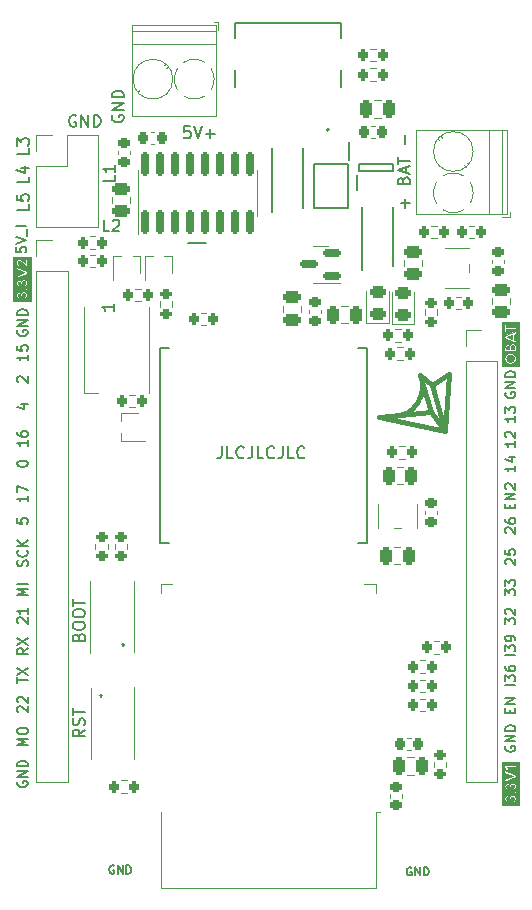
<source format=gto>
G04 #@! TF.GenerationSoftware,KiCad,Pcbnew,(6.0.7)*
G04 #@! TF.CreationDate,2022-10-20T15:16:28+05:30*
G04 #@! TF.ProjectId,lornode,6c6f726e-6f64-4652-9e6b-696361645f70,rev?*
G04 #@! TF.SameCoordinates,Original*
G04 #@! TF.FileFunction,Legend,Top*
G04 #@! TF.FilePolarity,Positive*
%FSLAX46Y46*%
G04 Gerber Fmt 4.6, Leading zero omitted, Abs format (unit mm)*
G04 Created by KiCad (PCBNEW (6.0.7)) date 2022-10-20 15:16:28*
%MOMM*%
%LPD*%
G01*
G04 APERTURE LIST*
G04 Aperture macros list*
%AMRoundRect*
0 Rectangle with rounded corners*
0 $1 Rounding radius*
0 $2 $3 $4 $5 $6 $7 $8 $9 X,Y pos of 4 corners*
0 Add a 4 corners polygon primitive as box body*
4,1,4,$2,$3,$4,$5,$6,$7,$8,$9,$2,$3,0*
0 Add four circle primitives for the rounded corners*
1,1,$1+$1,$2,$3*
1,1,$1+$1,$4,$5*
1,1,$1+$1,$6,$7*
1,1,$1+$1,$8,$9*
0 Add four rect primitives between the rounded corners*
20,1,$1+$1,$2,$3,$4,$5,0*
20,1,$1+$1,$4,$5,$6,$7,0*
20,1,$1+$1,$6,$7,$8,$9,0*
20,1,$1+$1,$8,$9,$2,$3,0*%
G04 Aperture macros list end*
%ADD10C,0.396874*%
%ADD11C,0.060000*%
%ADD12C,0.150000*%
%ADD13C,0.200000*%
%ADD14C,0.120000*%
%ADD15C,0.100000*%
%ADD16C,0.127000*%
%ADD17R,0.600000X1.200000*%
%ADD18RoundRect,0.200000X-0.200000X-0.275000X0.200000X-0.275000X0.200000X0.275000X-0.200000X0.275000X0*%
%ADD19R,0.700000X0.450000*%
%ADD20RoundRect,0.200000X-0.275000X0.200000X-0.275000X-0.200000X0.275000X-0.200000X0.275000X0.200000X0*%
%ADD21RoundRect,0.243750X0.456250X-0.243750X0.456250X0.243750X-0.456250X0.243750X-0.456250X-0.243750X0*%
%ADD22RoundRect,0.200000X0.200000X0.275000X-0.200000X0.275000X-0.200000X-0.275000X0.200000X-0.275000X0*%
%ADD23R,1.000000X2.000000*%
%ADD24O,1.700000X1.700000*%
%ADD25R,1.700000X1.700000*%
%ADD26R,1.500000X2.000000*%
%ADD27RoundRect,0.200000X0.275000X-0.200000X0.275000X0.200000X-0.275000X0.200000X-0.275000X-0.200000X0*%
%ADD28RoundRect,0.225000X-0.250000X0.225000X-0.250000X-0.225000X0.250000X-0.225000X0.250000X0.225000X0*%
%ADD29R,0.450000X0.700000*%
%ADD30R,1.000000X1.500000*%
%ADD31C,6.400000*%
%ADD32RoundRect,0.250000X-0.250000X-0.475000X0.250000X-0.475000X0.250000X0.475000X-0.250000X0.475000X0*%
%ADD33RoundRect,0.150000X0.150000X-0.825000X0.150000X0.825000X-0.150000X0.825000X-0.150000X-0.825000X0*%
%ADD34O,1.050000X2.100000*%
%ADD35R,0.300000X1.450000*%
%ADD36R,0.600000X1.450000*%
%ADD37C,0.700000*%
%ADD38C,2.400000*%
%ADD39R,2.400000X2.400000*%
%ADD40RoundRect,0.225000X0.225000X0.250000X-0.225000X0.250000X-0.225000X-0.250000X0.225000X-0.250000X0*%
%ADD41R,0.558800X0.946899*%
%ADD42RoundRect,0.250000X0.250000X0.475000X-0.250000X0.475000X-0.250000X-0.475000X0.250000X-0.475000X0*%
%ADD43RoundRect,0.225000X0.250000X-0.225000X0.250000X0.225000X-0.250000X0.225000X-0.250000X-0.225000X0*%
%ADD44R,2.513000X3.402000*%
%ADD45R,1.525000X0.700000*%
%ADD46R,1.550000X2.200000*%
%ADD47RoundRect,0.150000X0.587500X0.150000X-0.587500X0.150000X-0.587500X-0.150000X0.587500X-0.150000X0*%
%ADD48RoundRect,0.225000X-0.225000X-0.250000X0.225000X-0.250000X0.225000X0.250000X-0.225000X0.250000X0*%
%ADD49R,5.000000X5.000000*%
%ADD50R,2.000000X0.900000*%
%ADD51R,0.900000X2.000000*%
%ADD52R,0.946899X0.558800*%
%ADD53RoundRect,0.250000X-0.475000X0.250000X-0.475000X-0.250000X0.475000X-0.250000X0.475000X0.250000X0*%
%ADD54R,0.450000X1.475000*%
%ADD55RoundRect,0.250000X0.475000X-0.250000X0.475000X0.250000X-0.475000X0.250000X-0.475000X-0.250000X0*%
G04 APERTURE END LIST*
D10*
X185423113Y-78221664D02*
X185276834Y-78420854D01*
X185901649Y-76389517D02*
X185913981Y-76502502D01*
X182395471Y-79407310D02*
X182294383Y-79406492D01*
X188187145Y-75735664D02*
X186764017Y-76666455D01*
X185919848Y-76733349D02*
X185913676Y-76850554D01*
X187812852Y-80568132D02*
X188187145Y-75735664D01*
X184445956Y-79088918D02*
X184339125Y-79133522D01*
D11*
G36*
X193149950Y-73399829D02*
G01*
X193155707Y-73400268D01*
X193161403Y-73400990D01*
X193167027Y-73401988D01*
X193172573Y-73403257D01*
X193178031Y-73404788D01*
X193183393Y-73406575D01*
X193188650Y-73408611D01*
X193193793Y-73410889D01*
X193198814Y-73413402D01*
X193203705Y-73416142D01*
X193208456Y-73419104D01*
X193213059Y-73422279D01*
X193217506Y-73425661D01*
X193221788Y-73429244D01*
X193225896Y-73433019D01*
X193229822Y-73436981D01*
X193233557Y-73441121D01*
X193237092Y-73445433D01*
X193240419Y-73449911D01*
X193243530Y-73454547D01*
X193246415Y-73459334D01*
X193249066Y-73464265D01*
X193251475Y-73469333D01*
X193253632Y-73474532D01*
X193255530Y-73479853D01*
X193257159Y-73485291D01*
X193258512Y-73490839D01*
X193259579Y-73496488D01*
X193260351Y-73502233D01*
X193260821Y-73508067D01*
X193260980Y-73513981D01*
X193260980Y-73656222D01*
X193028570Y-73656222D01*
X193028570Y-73513981D01*
X193028725Y-73508067D01*
X193029184Y-73502233D01*
X193029940Y-73496488D01*
X193030983Y-73490839D01*
X193032307Y-73485291D01*
X193033903Y-73479853D01*
X193035762Y-73474532D01*
X193037877Y-73469333D01*
X193040239Y-73464265D01*
X193042840Y-73459334D01*
X193045673Y-73454547D01*
X193048729Y-73449911D01*
X193051999Y-73445433D01*
X193055477Y-73441121D01*
X193059152Y-73436981D01*
X193063019Y-73433019D01*
X193067067Y-73429244D01*
X193071290Y-73425661D01*
X193075679Y-73422279D01*
X193080226Y-73419104D01*
X193084922Y-73416142D01*
X193089760Y-73413402D01*
X193094732Y-73410889D01*
X193099829Y-73408611D01*
X193105043Y-73406575D01*
X193110366Y-73404788D01*
X193115790Y-73403257D01*
X193121307Y-73401988D01*
X193126909Y-73400990D01*
X193132587Y-73400268D01*
X193138333Y-73399829D01*
X193144140Y-73399682D01*
X193149950Y-73399829D01*
G37*
X193149950Y-73399829D02*
X193155707Y-73400268D01*
X193161403Y-73400990D01*
X193167027Y-73401988D01*
X193172573Y-73403257D01*
X193178031Y-73404788D01*
X193183393Y-73406575D01*
X193188650Y-73408611D01*
X193193793Y-73410889D01*
X193198814Y-73413402D01*
X193203705Y-73416142D01*
X193208456Y-73419104D01*
X193213059Y-73422279D01*
X193217506Y-73425661D01*
X193221788Y-73429244D01*
X193225896Y-73433019D01*
X193229822Y-73436981D01*
X193233557Y-73441121D01*
X193237092Y-73445433D01*
X193240419Y-73449911D01*
X193243530Y-73454547D01*
X193246415Y-73459334D01*
X193249066Y-73464265D01*
X193251475Y-73469333D01*
X193253632Y-73474532D01*
X193255530Y-73479853D01*
X193257159Y-73485291D01*
X193258512Y-73490839D01*
X193259579Y-73496488D01*
X193260351Y-73502233D01*
X193260821Y-73508067D01*
X193260980Y-73513981D01*
X193260980Y-73656222D01*
X193028570Y-73656222D01*
X193028570Y-73513981D01*
X193028725Y-73508067D01*
X193029184Y-73502233D01*
X193029940Y-73496488D01*
X193030983Y-73490839D01*
X193032307Y-73485291D01*
X193033903Y-73479853D01*
X193035762Y-73474532D01*
X193037877Y-73469333D01*
X193040239Y-73464265D01*
X193042840Y-73459334D01*
X193045673Y-73454547D01*
X193048729Y-73449911D01*
X193051999Y-73445433D01*
X193055477Y-73441121D01*
X193059152Y-73436981D01*
X193063019Y-73433019D01*
X193067067Y-73429244D01*
X193071290Y-73425661D01*
X193075679Y-73422279D01*
X193080226Y-73419104D01*
X193084922Y-73416142D01*
X193089760Y-73413402D01*
X193094732Y-73410889D01*
X193099829Y-73408611D01*
X193105043Y-73406575D01*
X193110366Y-73404788D01*
X193115790Y-73403257D01*
X193121307Y-73401988D01*
X193126909Y-73400990D01*
X193132587Y-73400268D01*
X193138333Y-73399829D01*
X193144140Y-73399682D01*
X193149950Y-73399829D01*
D10*
X185197879Y-78514844D02*
X185115241Y-78604660D01*
D11*
G36*
X193537297Y-73329979D02*
G01*
X193543043Y-73330418D01*
X193548721Y-73331141D01*
X193554323Y-73332141D01*
X193559840Y-73333412D01*
X193565264Y-73334947D01*
X193570587Y-73336739D01*
X193575801Y-73338781D01*
X193580898Y-73341067D01*
X193585870Y-73343590D01*
X193590708Y-73346344D01*
X193595404Y-73349321D01*
X193599951Y-73352514D01*
X193604340Y-73355918D01*
X193608563Y-73359525D01*
X193612611Y-73363328D01*
X193616478Y-73367321D01*
X193620153Y-73371497D01*
X193623631Y-73375849D01*
X193626901Y-73380371D01*
X193629957Y-73385056D01*
X193632789Y-73389896D01*
X193635391Y-73394886D01*
X193637753Y-73400019D01*
X193639868Y-73405287D01*
X193641727Y-73410685D01*
X193643323Y-73416204D01*
X193644646Y-73421840D01*
X193645690Y-73427584D01*
X193646446Y-73433430D01*
X193646905Y-73439371D01*
X193647060Y-73445401D01*
X193647060Y-73656222D01*
X193415920Y-73656222D01*
X193415920Y-73445401D01*
X193416075Y-73439371D01*
X193416534Y-73433430D01*
X193417290Y-73427584D01*
X193418333Y-73421840D01*
X193419657Y-73416204D01*
X193421253Y-73410685D01*
X193423112Y-73405287D01*
X193425227Y-73400019D01*
X193427589Y-73394886D01*
X193430190Y-73389896D01*
X193433023Y-73385056D01*
X193436079Y-73380371D01*
X193439349Y-73375849D01*
X193442827Y-73371497D01*
X193446502Y-73367321D01*
X193450369Y-73363328D01*
X193454417Y-73359525D01*
X193458640Y-73355918D01*
X193463029Y-73352514D01*
X193467576Y-73349321D01*
X193472272Y-73346344D01*
X193477110Y-73343590D01*
X193482082Y-73341067D01*
X193487179Y-73338781D01*
X193492393Y-73336739D01*
X193497716Y-73334947D01*
X193503140Y-73333412D01*
X193508657Y-73332141D01*
X193514259Y-73331141D01*
X193519937Y-73330418D01*
X193525683Y-73329979D01*
X193531490Y-73329832D01*
X193537297Y-73329979D01*
G37*
X193537297Y-73329979D02*
X193543043Y-73330418D01*
X193548721Y-73331141D01*
X193554323Y-73332141D01*
X193559840Y-73333412D01*
X193565264Y-73334947D01*
X193570587Y-73336739D01*
X193575801Y-73338781D01*
X193580898Y-73341067D01*
X193585870Y-73343590D01*
X193590708Y-73346344D01*
X193595404Y-73349321D01*
X193599951Y-73352514D01*
X193604340Y-73355918D01*
X193608563Y-73359525D01*
X193612611Y-73363328D01*
X193616478Y-73367321D01*
X193620153Y-73371497D01*
X193623631Y-73375849D01*
X193626901Y-73380371D01*
X193629957Y-73385056D01*
X193632789Y-73389896D01*
X193635391Y-73394886D01*
X193637753Y-73400019D01*
X193639868Y-73405287D01*
X193641727Y-73410685D01*
X193643323Y-73416204D01*
X193644646Y-73421840D01*
X193645690Y-73427584D01*
X193646446Y-73433430D01*
X193646905Y-73439371D01*
X193647060Y-73445401D01*
X193647060Y-73656222D01*
X193415920Y-73656222D01*
X193415920Y-73445401D01*
X193416075Y-73439371D01*
X193416534Y-73433430D01*
X193417290Y-73427584D01*
X193418333Y-73421840D01*
X193419657Y-73416204D01*
X193421253Y-73410685D01*
X193423112Y-73405287D01*
X193425227Y-73400019D01*
X193427589Y-73394886D01*
X193430190Y-73389896D01*
X193433023Y-73385056D01*
X193436079Y-73380371D01*
X193439349Y-73375849D01*
X193442827Y-73371497D01*
X193446502Y-73367321D01*
X193450369Y-73363328D01*
X193454417Y-73359525D01*
X193458640Y-73355918D01*
X193463029Y-73352514D01*
X193467576Y-73349321D01*
X193472272Y-73346344D01*
X193477110Y-73343590D01*
X193482082Y-73341067D01*
X193487179Y-73338781D01*
X193492393Y-73336739D01*
X193497716Y-73334947D01*
X193503140Y-73333412D01*
X193508657Y-73332141D01*
X193514259Y-73331141D01*
X193519937Y-73330418D01*
X193525683Y-73329979D01*
X193531490Y-73329832D01*
X193537297Y-73329979D01*
D10*
X183276039Y-79335349D02*
X182950360Y-79371619D01*
X185919999Y-76617222D02*
X185919848Y-76733349D01*
X185747660Y-75834181D02*
X185747660Y-75834181D01*
X183903609Y-79240122D02*
X183601805Y-79290573D01*
X186621976Y-79005596D02*
X185747660Y-75834181D01*
X182648821Y-79396550D02*
X182395471Y-79407310D01*
X185831689Y-77323599D02*
X185758366Y-77558058D01*
X186621976Y-79005596D02*
X182214349Y-79401068D01*
X182294383Y-79406492D02*
X182214362Y-79401068D01*
X185665049Y-77787639D02*
X185552908Y-78009717D01*
X185857456Y-76170067D02*
X185882856Y-76278596D01*
X184846697Y-78845780D02*
X184750792Y-78915617D01*
X185758366Y-77558058D02*
X185665049Y-77787639D01*
X182214349Y-79401068D02*
X187812852Y-80568132D01*
X185029067Y-78689974D02*
X184939504Y-78770456D01*
D11*
G36*
X193476880Y-72796400D02*
G01*
X193056510Y-72638920D01*
X193476880Y-72482710D01*
X193476880Y-72796400D01*
G37*
X193476880Y-72796400D02*
X193056510Y-72638920D01*
X193476880Y-72482710D01*
X193476880Y-72796400D01*
D10*
X185883849Y-77086889D02*
X185831689Y-77323599D01*
X186621976Y-79005596D02*
X187812852Y-80568132D01*
X185747660Y-75834181D02*
X186764017Y-76666455D01*
X185552908Y-78009717D02*
X185423113Y-78221664D01*
X184157399Y-79186828D02*
X183903609Y-79240122D01*
X187812852Y-80568132D02*
X186764017Y-76666455D01*
X185115241Y-78604660D02*
X185029067Y-78689974D01*
X184550276Y-79037514D02*
X184445956Y-79088918D01*
X185913676Y-76850554D02*
X185901627Y-76968511D01*
X185825303Y-76064259D02*
X185857456Y-76170067D01*
X185913981Y-76502502D02*
X185919999Y-76617222D01*
X183601805Y-79290573D02*
X183276039Y-79335349D01*
D11*
G36*
X192624075Y-71364316D02*
G01*
X194132200Y-71364316D01*
X194132200Y-75094941D01*
X192624075Y-75094941D01*
X192624075Y-74434273D01*
X192849500Y-74434273D01*
X192850135Y-74459965D01*
X192852019Y-74485118D01*
X192855123Y-74509714D01*
X192859414Y-74533735D01*
X192864864Y-74557162D01*
X192871442Y-74579977D01*
X192879117Y-74602163D01*
X192887858Y-74623701D01*
X192897636Y-74644573D01*
X192908419Y-74664761D01*
X192920177Y-74684247D01*
X192932881Y-74703012D01*
X192946499Y-74721038D01*
X192961000Y-74738308D01*
X192976356Y-74754803D01*
X192992534Y-74770505D01*
X193009504Y-74785396D01*
X193027237Y-74799458D01*
X193045701Y-74812672D01*
X193064867Y-74825021D01*
X193084703Y-74836486D01*
X193105179Y-74847049D01*
X193126265Y-74856693D01*
X193147930Y-74865398D01*
X193170144Y-74873147D01*
X193192877Y-74879922D01*
X193216097Y-74885704D01*
X193239774Y-74890476D01*
X193263879Y-74894218D01*
X193288380Y-74896914D01*
X193313247Y-74898545D01*
X193338450Y-74899093D01*
X193363653Y-74898545D01*
X193388520Y-74896914D01*
X193413021Y-74894218D01*
X193437125Y-74890476D01*
X193460803Y-74885704D01*
X193484023Y-74879922D01*
X193506756Y-74873147D01*
X193528970Y-74865398D01*
X193550635Y-74856693D01*
X193571721Y-74847049D01*
X193592197Y-74836486D01*
X193612033Y-74825021D01*
X193631199Y-74812672D01*
X193649663Y-74799458D01*
X193667396Y-74785396D01*
X193684366Y-74770505D01*
X193700544Y-74754803D01*
X193715899Y-74738308D01*
X193730401Y-74721038D01*
X193744019Y-74703012D01*
X193756722Y-74684247D01*
X193768481Y-74664761D01*
X193779264Y-74644573D01*
X193789042Y-74623701D01*
X193797783Y-74602163D01*
X193805458Y-74579977D01*
X193812036Y-74557162D01*
X193817486Y-74533735D01*
X193821777Y-74509714D01*
X193824881Y-74485118D01*
X193826765Y-74459965D01*
X193827400Y-74434273D01*
X193826765Y-74408692D01*
X193824881Y-74383636D01*
X193821777Y-74359124D01*
X193817486Y-74335175D01*
X193814700Y-74323231D01*
X193812036Y-74311807D01*
X193805458Y-74289039D01*
X193797783Y-74266890D01*
X193789042Y-74245379D01*
X193779264Y-74224525D01*
X193768481Y-74204346D01*
X193756722Y-74184862D01*
X193744019Y-74166091D01*
X193730401Y-74148052D01*
X193715899Y-74130763D01*
X193700544Y-74114245D01*
X193684366Y-74098515D01*
X193667396Y-74083593D01*
X193649663Y-74069496D01*
X193631199Y-74056245D01*
X193612033Y-74043858D01*
X193592197Y-74032353D01*
X193571721Y-74021750D01*
X193550635Y-74012068D01*
X193528970Y-74003324D01*
X193506756Y-73995539D01*
X193484023Y-73988731D01*
X193460803Y-73982918D01*
X193437125Y-73978120D01*
X193413021Y-73974356D01*
X193388520Y-73971644D01*
X193363653Y-73970002D01*
X193338450Y-73969451D01*
X193313247Y-73970002D01*
X193288380Y-73971644D01*
X193263879Y-73974356D01*
X193239774Y-73978120D01*
X193216097Y-73982918D01*
X193192877Y-73988731D01*
X193170144Y-73995539D01*
X193147930Y-74003324D01*
X193126265Y-74012068D01*
X193105179Y-74021750D01*
X193084703Y-74032353D01*
X193064867Y-74043858D01*
X193045701Y-74056245D01*
X193027237Y-74069496D01*
X193009504Y-74083593D01*
X192992534Y-74098515D01*
X192976356Y-74114245D01*
X192961000Y-74130763D01*
X192946499Y-74148052D01*
X192932881Y-74166091D01*
X192920177Y-74184862D01*
X192908419Y-74204346D01*
X192897636Y-74224525D01*
X192887858Y-74245379D01*
X192879117Y-74266890D01*
X192871442Y-74289039D01*
X192864864Y-74311807D01*
X192859414Y-74335175D01*
X192855123Y-74359124D01*
X192852019Y-74383636D01*
X192850135Y-74408692D01*
X192849500Y-74434273D01*
X192624075Y-74434273D01*
X192624075Y-73846722D01*
X192862200Y-73846722D01*
X193814700Y-73846722D01*
X193814700Y-73417462D01*
X193814422Y-73402916D01*
X193813590Y-73388581D01*
X193812210Y-73374472D01*
X193810287Y-73360607D01*
X193807825Y-73347001D01*
X193804830Y-73333670D01*
X193801306Y-73320633D01*
X193797257Y-73307904D01*
X193792690Y-73295501D01*
X193787609Y-73283440D01*
X193782018Y-73271738D01*
X193775923Y-73260411D01*
X193769328Y-73249475D01*
X193762239Y-73238948D01*
X193754660Y-73228845D01*
X193746596Y-73219183D01*
X193738052Y-73209979D01*
X193729034Y-73201249D01*
X193719544Y-73193009D01*
X193709590Y-73185277D01*
X193699175Y-73178069D01*
X193688305Y-73171401D01*
X193676984Y-73165289D01*
X193665217Y-73159751D01*
X193653009Y-73154802D01*
X193640365Y-73150460D01*
X193627291Y-73146740D01*
X193613789Y-73143660D01*
X193599867Y-73141235D01*
X193585528Y-73139483D01*
X193570777Y-73138420D01*
X193555620Y-73138062D01*
X193543981Y-73138272D01*
X193532639Y-73138900D01*
X193521592Y-73139938D01*
X193510838Y-73141378D01*
X193500376Y-73143213D01*
X193490204Y-73145437D01*
X193480322Y-73148041D01*
X193470728Y-73151019D01*
X193461421Y-73154364D01*
X193452398Y-73158068D01*
X193443660Y-73162124D01*
X193435203Y-73166525D01*
X193427028Y-73171263D01*
X193419132Y-73176332D01*
X193411514Y-73181725D01*
X193404172Y-73187433D01*
X193397107Y-73193450D01*
X193390315Y-73199768D01*
X193377547Y-73213282D01*
X193365859Y-73227915D01*
X193355238Y-73243610D01*
X193345674Y-73260311D01*
X193337155Y-73277957D01*
X193329671Y-73296494D01*
X193323210Y-73315862D01*
X193315753Y-73303780D01*
X193311788Y-73297970D01*
X193307665Y-73292317D01*
X193303383Y-73286824D01*
X193298941Y-73281493D01*
X193294338Y-73276329D01*
X193289575Y-73271332D01*
X193284649Y-73266507D01*
X193279561Y-73261856D01*
X193274310Y-73257381D01*
X193268895Y-73253086D01*
X193263315Y-73248973D01*
X193257570Y-73245045D01*
X193251659Y-73241306D01*
X193245581Y-73237757D01*
X193239336Y-73234401D01*
X193232922Y-73231242D01*
X193226340Y-73228281D01*
X193219588Y-73225523D01*
X193212666Y-73222969D01*
X193205573Y-73220623D01*
X193198309Y-73218487D01*
X193190872Y-73216563D01*
X193183262Y-73214856D01*
X193175479Y-73213367D01*
X193167521Y-73212100D01*
X193159387Y-73211057D01*
X193151079Y-73210241D01*
X193142593Y-73209654D01*
X193133930Y-73209300D01*
X193125090Y-73209182D01*
X193109810Y-73209543D01*
X193094930Y-73210618D01*
X193080455Y-73212388D01*
X193066392Y-73214837D01*
X193052746Y-73217948D01*
X193039521Y-73221705D01*
X193026725Y-73226091D01*
X193014362Y-73231089D01*
X193002438Y-73236682D01*
X192990959Y-73242854D01*
X192979930Y-73249587D01*
X192969356Y-73256866D01*
X192959244Y-73264673D01*
X192949599Y-73272992D01*
X192940427Y-73281805D01*
X192931732Y-73291097D01*
X192923522Y-73300849D01*
X192915800Y-73311047D01*
X192908574Y-73321672D01*
X192901848Y-73332709D01*
X192895628Y-73344140D01*
X192889919Y-73355948D01*
X192884728Y-73368118D01*
X192880059Y-73380632D01*
X192875919Y-73393473D01*
X192872313Y-73406624D01*
X192869246Y-73420070D01*
X192866724Y-73433793D01*
X192864753Y-73447776D01*
X192863339Y-73462003D01*
X192862486Y-73476457D01*
X192862200Y-73491121D01*
X192862200Y-73846722D01*
X192624075Y-73846722D01*
X192624075Y-72746870D01*
X192862200Y-72746870D01*
X193814700Y-73129140D01*
X193814700Y-72922130D01*
X193634360Y-72854820D01*
X193634360Y-72424290D01*
X193814700Y-72356980D01*
X193814700Y-72149970D01*
X193028570Y-72465470D01*
X192862200Y-72532240D01*
X192862200Y-72746870D01*
X192624075Y-72746870D01*
X192624075Y-72219391D01*
X192862200Y-72219391D01*
X193028570Y-72219391D01*
X193028570Y-71974281D01*
X193814700Y-71974281D01*
X193814700Y-71785051D01*
X193028570Y-71785051D01*
X193028570Y-71541211D01*
X192862200Y-71541211D01*
X192862200Y-72219391D01*
X192624075Y-72219391D01*
X192624075Y-71364316D01*
G37*
X192624075Y-71364316D02*
X194132200Y-71364316D01*
X194132200Y-75094941D01*
X192624075Y-75094941D01*
X192624075Y-74434273D01*
X192849500Y-74434273D01*
X192850135Y-74459965D01*
X192852019Y-74485118D01*
X192855123Y-74509714D01*
X192859414Y-74533735D01*
X192864864Y-74557162D01*
X192871442Y-74579977D01*
X192879117Y-74602163D01*
X192887858Y-74623701D01*
X192897636Y-74644573D01*
X192908419Y-74664761D01*
X192920177Y-74684247D01*
X192932881Y-74703012D01*
X192946499Y-74721038D01*
X192961000Y-74738308D01*
X192976356Y-74754803D01*
X192992534Y-74770505D01*
X193009504Y-74785396D01*
X193027237Y-74799458D01*
X193045701Y-74812672D01*
X193064867Y-74825021D01*
X193084703Y-74836486D01*
X193105179Y-74847049D01*
X193126265Y-74856693D01*
X193147930Y-74865398D01*
X193170144Y-74873147D01*
X193192877Y-74879922D01*
X193216097Y-74885704D01*
X193239774Y-74890476D01*
X193263879Y-74894218D01*
X193288380Y-74896914D01*
X193313247Y-74898545D01*
X193338450Y-74899093D01*
X193363653Y-74898545D01*
X193388520Y-74896914D01*
X193413021Y-74894218D01*
X193437125Y-74890476D01*
X193460803Y-74885704D01*
X193484023Y-74879922D01*
X193506756Y-74873147D01*
X193528970Y-74865398D01*
X193550635Y-74856693D01*
X193571721Y-74847049D01*
X193592197Y-74836486D01*
X193612033Y-74825021D01*
X193631199Y-74812672D01*
X193649663Y-74799458D01*
X193667396Y-74785396D01*
X193684366Y-74770505D01*
X193700544Y-74754803D01*
X193715899Y-74738308D01*
X193730401Y-74721038D01*
X193744019Y-74703012D01*
X193756722Y-74684247D01*
X193768481Y-74664761D01*
X193779264Y-74644573D01*
X193789042Y-74623701D01*
X193797783Y-74602163D01*
X193805458Y-74579977D01*
X193812036Y-74557162D01*
X193817486Y-74533735D01*
X193821777Y-74509714D01*
X193824881Y-74485118D01*
X193826765Y-74459965D01*
X193827400Y-74434273D01*
X193826765Y-74408692D01*
X193824881Y-74383636D01*
X193821777Y-74359124D01*
X193817486Y-74335175D01*
X193814700Y-74323231D01*
X193812036Y-74311807D01*
X193805458Y-74289039D01*
X193797783Y-74266890D01*
X193789042Y-74245379D01*
X193779264Y-74224525D01*
X193768481Y-74204346D01*
X193756722Y-74184862D01*
X193744019Y-74166091D01*
X193730401Y-74148052D01*
X193715899Y-74130763D01*
X193700544Y-74114245D01*
X193684366Y-74098515D01*
X193667396Y-74083593D01*
X193649663Y-74069496D01*
X193631199Y-74056245D01*
X193612033Y-74043858D01*
X193592197Y-74032353D01*
X193571721Y-74021750D01*
X193550635Y-74012068D01*
X193528970Y-74003324D01*
X193506756Y-73995539D01*
X193484023Y-73988731D01*
X193460803Y-73982918D01*
X193437125Y-73978120D01*
X193413021Y-73974356D01*
X193388520Y-73971644D01*
X193363653Y-73970002D01*
X193338450Y-73969451D01*
X193313247Y-73970002D01*
X193288380Y-73971644D01*
X193263879Y-73974356D01*
X193239774Y-73978120D01*
X193216097Y-73982918D01*
X193192877Y-73988731D01*
X193170144Y-73995539D01*
X193147930Y-74003324D01*
X193126265Y-74012068D01*
X193105179Y-74021750D01*
X193084703Y-74032353D01*
X193064867Y-74043858D01*
X193045701Y-74056245D01*
X193027237Y-74069496D01*
X193009504Y-74083593D01*
X192992534Y-74098515D01*
X192976356Y-74114245D01*
X192961000Y-74130763D01*
X192946499Y-74148052D01*
X192932881Y-74166091D01*
X192920177Y-74184862D01*
X192908419Y-74204346D01*
X192897636Y-74224525D01*
X192887858Y-74245379D01*
X192879117Y-74266890D01*
X192871442Y-74289039D01*
X192864864Y-74311807D01*
X192859414Y-74335175D01*
X192855123Y-74359124D01*
X192852019Y-74383636D01*
X192850135Y-74408692D01*
X192849500Y-74434273D01*
X192624075Y-74434273D01*
X192624075Y-73846722D01*
X192862200Y-73846722D01*
X193814700Y-73846722D01*
X193814700Y-73417462D01*
X193814422Y-73402916D01*
X193813590Y-73388581D01*
X193812210Y-73374472D01*
X193810287Y-73360607D01*
X193807825Y-73347001D01*
X193804830Y-73333670D01*
X193801306Y-73320633D01*
X193797257Y-73307904D01*
X193792690Y-73295501D01*
X193787609Y-73283440D01*
X193782018Y-73271738D01*
X193775923Y-73260411D01*
X193769328Y-73249475D01*
X193762239Y-73238948D01*
X193754660Y-73228845D01*
X193746596Y-73219183D01*
X193738052Y-73209979D01*
X193729034Y-73201249D01*
X193719544Y-73193009D01*
X193709590Y-73185277D01*
X193699175Y-73178069D01*
X193688305Y-73171401D01*
X193676984Y-73165289D01*
X193665217Y-73159751D01*
X193653009Y-73154802D01*
X193640365Y-73150460D01*
X193627291Y-73146740D01*
X193613789Y-73143660D01*
X193599867Y-73141235D01*
X193585528Y-73139483D01*
X193570777Y-73138420D01*
X193555620Y-73138062D01*
X193543981Y-73138272D01*
X193532639Y-73138900D01*
X193521592Y-73139938D01*
X193510838Y-73141378D01*
X193500376Y-73143213D01*
X193490204Y-73145437D01*
X193480322Y-73148041D01*
X193470728Y-73151019D01*
X193461421Y-73154364D01*
X193452398Y-73158068D01*
X193443660Y-73162124D01*
X193435203Y-73166525D01*
X193427028Y-73171263D01*
X193419132Y-73176332D01*
X193411514Y-73181725D01*
X193404172Y-73187433D01*
X193397107Y-73193450D01*
X193390315Y-73199768D01*
X193377547Y-73213282D01*
X193365859Y-73227915D01*
X193355238Y-73243610D01*
X193345674Y-73260311D01*
X193337155Y-73277957D01*
X193329671Y-73296494D01*
X193323210Y-73315862D01*
X193315753Y-73303780D01*
X193311788Y-73297970D01*
X193307665Y-73292317D01*
X193303383Y-73286824D01*
X193298941Y-73281493D01*
X193294338Y-73276329D01*
X193289575Y-73271332D01*
X193284649Y-73266507D01*
X193279561Y-73261856D01*
X193274310Y-73257381D01*
X193268895Y-73253086D01*
X193263315Y-73248973D01*
X193257570Y-73245045D01*
X193251659Y-73241306D01*
X193245581Y-73237757D01*
X193239336Y-73234401D01*
X193232922Y-73231242D01*
X193226340Y-73228281D01*
X193219588Y-73225523D01*
X193212666Y-73222969D01*
X193205573Y-73220623D01*
X193198309Y-73218487D01*
X193190872Y-73216563D01*
X193183262Y-73214856D01*
X193175479Y-73213367D01*
X193167521Y-73212100D01*
X193159387Y-73211057D01*
X193151079Y-73210241D01*
X193142593Y-73209654D01*
X193133930Y-73209300D01*
X193125090Y-73209182D01*
X193109810Y-73209543D01*
X193094930Y-73210618D01*
X193080455Y-73212388D01*
X193066392Y-73214837D01*
X193052746Y-73217948D01*
X193039521Y-73221705D01*
X193026725Y-73226091D01*
X193014362Y-73231089D01*
X193002438Y-73236682D01*
X192990959Y-73242854D01*
X192979930Y-73249587D01*
X192969356Y-73256866D01*
X192959244Y-73264673D01*
X192949599Y-73272992D01*
X192940427Y-73281805D01*
X192931732Y-73291097D01*
X192923522Y-73300849D01*
X192915800Y-73311047D01*
X192908574Y-73321672D01*
X192901848Y-73332709D01*
X192895628Y-73344140D01*
X192889919Y-73355948D01*
X192884728Y-73368118D01*
X192880059Y-73380632D01*
X192875919Y-73393473D01*
X192872313Y-73406624D01*
X192869246Y-73420070D01*
X192866724Y-73433793D01*
X192864753Y-73447776D01*
X192863339Y-73462003D01*
X192862486Y-73476457D01*
X192862200Y-73491121D01*
X192862200Y-73846722D01*
X192624075Y-73846722D01*
X192624075Y-72746870D01*
X192862200Y-72746870D01*
X193814700Y-73129140D01*
X193814700Y-72922130D01*
X193634360Y-72854820D01*
X193634360Y-72424290D01*
X193814700Y-72356980D01*
X193814700Y-72149970D01*
X193028570Y-72465470D01*
X192862200Y-72532240D01*
X192862200Y-72746870D01*
X192624075Y-72746870D01*
X192624075Y-72219391D01*
X192862200Y-72219391D01*
X193028570Y-72219391D01*
X193028570Y-71974281D01*
X193814700Y-71974281D01*
X193814700Y-71785051D01*
X193028570Y-71785051D01*
X193028570Y-71541211D01*
X192862200Y-71541211D01*
X192862200Y-72219391D01*
X192624075Y-72219391D01*
X192624075Y-71364316D01*
D10*
X185901627Y-76968511D02*
X185883849Y-77086889D01*
X184258773Y-79159999D02*
X184157399Y-79186828D01*
X184651936Y-78979637D02*
X184550276Y-79037514D01*
X185882856Y-76278596D02*
X185901649Y-76389517D01*
X184750792Y-78915617D02*
X184651936Y-78979637D01*
D11*
G36*
X151254260Y-65826509D02*
G01*
X152762385Y-65826509D01*
X152762385Y-69557134D01*
X151254260Y-69557134D01*
X151254260Y-69081792D01*
X151479685Y-69081792D01*
X151480006Y-69096215D01*
X151480960Y-69110420D01*
X151482531Y-69124394D01*
X151484705Y-69138119D01*
X151487467Y-69151579D01*
X151490802Y-69164760D01*
X151494696Y-69177645D01*
X151499132Y-69190218D01*
X151504097Y-69202464D01*
X151509575Y-69214367D01*
X151515551Y-69225911D01*
X151522012Y-69237079D01*
X151528941Y-69247857D01*
X151536324Y-69258229D01*
X151544146Y-69268178D01*
X151552392Y-69277690D01*
X151561048Y-69286747D01*
X151570098Y-69295334D01*
X151579528Y-69303436D01*
X151589322Y-69311037D01*
X151599466Y-69318120D01*
X151609944Y-69324671D01*
X151620743Y-69330673D01*
X151631847Y-69336110D01*
X151643241Y-69340966D01*
X151654910Y-69345227D01*
X151666840Y-69348875D01*
X151679015Y-69351895D01*
X151691422Y-69354272D01*
X151704043Y-69355989D01*
X151716866Y-69357031D01*
X151729875Y-69357382D01*
X151733685Y-69179582D01*
X151729310Y-69179457D01*
X151725000Y-69179084D01*
X151720759Y-69178470D01*
X151716592Y-69177620D01*
X151712504Y-69176541D01*
X151708500Y-69175237D01*
X151704585Y-69173716D01*
X151700764Y-69171982D01*
X151697042Y-69170042D01*
X151693422Y-69167901D01*
X151689911Y-69165565D01*
X151686514Y-69163040D01*
X151683234Y-69160332D01*
X151680078Y-69157446D01*
X151677049Y-69154389D01*
X151674154Y-69151166D01*
X151671396Y-69147783D01*
X151668780Y-69144246D01*
X151666312Y-69140560D01*
X151663996Y-69136732D01*
X151661838Y-69132767D01*
X151659841Y-69128671D01*
X151658012Y-69124451D01*
X151656354Y-69120110D01*
X151654873Y-69115657D01*
X151653574Y-69111095D01*
X151652461Y-69106432D01*
X151651539Y-69101673D01*
X151650814Y-69096824D01*
X151650290Y-69091890D01*
X151649972Y-69086877D01*
X151649865Y-69081792D01*
X151649987Y-69076007D01*
X151650350Y-69070325D01*
X151650948Y-69064749D01*
X151651777Y-69059287D01*
X151652833Y-69053942D01*
X151654109Y-69048722D01*
X151655602Y-69043629D01*
X151657306Y-69038672D01*
X151659217Y-69033853D01*
X151661329Y-69029180D01*
X151663638Y-69024657D01*
X151666139Y-69020289D01*
X151668827Y-69016082D01*
X151671697Y-69012042D01*
X151674744Y-69008173D01*
X151677964Y-69004481D01*
X151681351Y-69000971D01*
X151684900Y-68997649D01*
X151688607Y-68994520D01*
X151692467Y-68991590D01*
X151696475Y-68988863D01*
X151700626Y-68986345D01*
X151704915Y-68984042D01*
X151709337Y-68981958D01*
X151713887Y-68980100D01*
X151718561Y-68978472D01*
X151723354Y-68977079D01*
X151728260Y-68975928D01*
X151733275Y-68975024D01*
X151738394Y-68974371D01*
X151743613Y-68973975D01*
X151748925Y-68973842D01*
X151754948Y-68973975D01*
X151760868Y-68974371D01*
X151766680Y-68975024D01*
X151772378Y-68975928D01*
X151777956Y-68977079D01*
X151783408Y-68978472D01*
X151788728Y-68980100D01*
X151793911Y-68981958D01*
X151798950Y-68984042D01*
X151803841Y-68986345D01*
X151808577Y-68988863D01*
X151813152Y-68991590D01*
X151817560Y-68994520D01*
X151821796Y-68997649D01*
X151825855Y-69000971D01*
X151829729Y-69004481D01*
X151833413Y-69008173D01*
X151836902Y-69012042D01*
X151840189Y-69016082D01*
X151843270Y-69020289D01*
X151846137Y-69024657D01*
X151848785Y-69029180D01*
X151851209Y-69033853D01*
X151853402Y-69038672D01*
X151855359Y-69043629D01*
X151857074Y-69048722D01*
X151858541Y-69053942D01*
X151859755Y-69059287D01*
X151860709Y-69064749D01*
X151861397Y-69070325D01*
X151861815Y-69076007D01*
X151861955Y-69081792D01*
X151861955Y-69146562D01*
X152008005Y-69145292D01*
X152008005Y-69070362D01*
X152008175Y-69063279D01*
X152008680Y-69056321D01*
X152009514Y-69049496D01*
X152010669Y-69042809D01*
X152012138Y-69036267D01*
X152013915Y-69029877D01*
X152015993Y-69023645D01*
X152018363Y-69017578D01*
X152021021Y-69011681D01*
X152023958Y-69005963D01*
X152027167Y-69000429D01*
X152030642Y-68995085D01*
X152034375Y-68989938D01*
X152038360Y-68984996D01*
X152042590Y-68980263D01*
X152047057Y-68975747D01*
X152051756Y-68971454D01*
X152056677Y-68967392D01*
X152061816Y-68963565D01*
X152067164Y-68959981D01*
X152072715Y-68956647D01*
X152078462Y-68953568D01*
X152084398Y-68950752D01*
X152090515Y-68948204D01*
X152096808Y-68945932D01*
X152103268Y-68943941D01*
X152109889Y-68942239D01*
X152116664Y-68940832D01*
X152123587Y-68939726D01*
X152130649Y-68938928D01*
X152137844Y-68938445D01*
X152145165Y-68938282D01*
X152152605Y-68938445D01*
X152159919Y-68938928D01*
X152167100Y-68939726D01*
X152174139Y-68940832D01*
X152181031Y-68942239D01*
X152187768Y-68943941D01*
X152194342Y-68945932D01*
X152200747Y-68948204D01*
X152206975Y-68950752D01*
X152213020Y-68953568D01*
X152218873Y-68956647D01*
X152224528Y-68959981D01*
X152229977Y-68963565D01*
X152235213Y-68967392D01*
X152240230Y-68971454D01*
X152245019Y-68975747D01*
X152249574Y-68980263D01*
X152253887Y-68984996D01*
X152257951Y-68989938D01*
X152261759Y-68995085D01*
X152265305Y-69000429D01*
X152268579Y-69005963D01*
X152271576Y-69011681D01*
X152274288Y-69017578D01*
X152276708Y-69023645D01*
X152278829Y-69029877D01*
X152280643Y-69036267D01*
X152282144Y-69042809D01*
X152283324Y-69049496D01*
X152284175Y-69056321D01*
X152284691Y-69063279D01*
X152284865Y-69070362D01*
X152284728Y-69077222D01*
X152284323Y-69083984D01*
X152283654Y-69090642D01*
X152282729Y-69097186D01*
X152281554Y-69103609D01*
X152280135Y-69109904D01*
X152276590Y-69122075D01*
X152272145Y-69133636D01*
X152266849Y-69144523D01*
X152263898Y-69149695D01*
X152260754Y-69154674D01*
X152257422Y-69159453D01*
X152253909Y-69164025D01*
X152250221Y-69168380D01*
X152246364Y-69172512D01*
X152242345Y-69176412D01*
X152238170Y-69180073D01*
X152233845Y-69183487D01*
X152229377Y-69186645D01*
X152224772Y-69189539D01*
X152220035Y-69192163D01*
X152215174Y-69194508D01*
X152210195Y-69196565D01*
X152205104Y-69198328D01*
X152199906Y-69199788D01*
X152194610Y-69200937D01*
X152189220Y-69201768D01*
X152183743Y-69202272D01*
X152178185Y-69202442D01*
X152180725Y-69384052D01*
X152195039Y-69383650D01*
X152209158Y-69382455D01*
X152223065Y-69380486D01*
X152236741Y-69377762D01*
X152250172Y-69374301D01*
X152263339Y-69370122D01*
X152276225Y-69365243D01*
X152288814Y-69359684D01*
X152301088Y-69353462D01*
X152313032Y-69346597D01*
X152324626Y-69339107D01*
X152335856Y-69331010D01*
X152346703Y-69322325D01*
X152357151Y-69313071D01*
X152367183Y-69303266D01*
X152376781Y-69292930D01*
X152385929Y-69282079D01*
X152394610Y-69270734D01*
X152402807Y-69258913D01*
X152410503Y-69246634D01*
X152417681Y-69233916D01*
X152424323Y-69220778D01*
X152430414Y-69207237D01*
X152435935Y-69193314D01*
X152440871Y-69179026D01*
X152445203Y-69164392D01*
X152448916Y-69149430D01*
X152451991Y-69134160D01*
X152454413Y-69118599D01*
X152456164Y-69102767D01*
X152457227Y-69086682D01*
X152457585Y-69070362D01*
X152457186Y-69053931D01*
X152456002Y-69037748D01*
X152454051Y-69021832D01*
X152451352Y-69006200D01*
X152447922Y-68990870D01*
X152443780Y-68975861D01*
X152438945Y-68961189D01*
X152433435Y-68946874D01*
X152427268Y-68932933D01*
X152420463Y-68919383D01*
X152413038Y-68906243D01*
X152405011Y-68893531D01*
X152396401Y-68881264D01*
X152387227Y-68869461D01*
X152377506Y-68858139D01*
X152367256Y-68847317D01*
X152356497Y-68837011D01*
X152353445Y-68834361D01*
X152345247Y-68827241D01*
X152333523Y-68818024D01*
X152321345Y-68809377D01*
X152308731Y-68801320D01*
X152295699Y-68793869D01*
X152282267Y-68787043D01*
X152268454Y-68780859D01*
X152254279Y-68775336D01*
X152239759Y-68770491D01*
X152224913Y-68766342D01*
X152209759Y-68762907D01*
X152194316Y-68760205D01*
X152180725Y-68758516D01*
X152178602Y-68758252D01*
X152162636Y-68757068D01*
X152146435Y-68756669D01*
X152126675Y-68757361D01*
X152107415Y-68759410D01*
X152088679Y-68762772D01*
X152070493Y-68767405D01*
X152052879Y-68773266D01*
X152035863Y-68780311D01*
X152019468Y-68788499D01*
X152003719Y-68797787D01*
X151988639Y-68808131D01*
X151974253Y-68819489D01*
X151960586Y-68831818D01*
X151947660Y-68845076D01*
X151935501Y-68859218D01*
X151924133Y-68874204D01*
X151913579Y-68889989D01*
X151903865Y-68906532D01*
X151896232Y-68895374D01*
X151888107Y-68884773D01*
X151879501Y-68874754D01*
X151870428Y-68865336D01*
X151860902Y-68856544D01*
X151850934Y-68848400D01*
X151840539Y-68840925D01*
X151835185Y-68837446D01*
X151829729Y-68834142D01*
X151824172Y-68831017D01*
X151818517Y-68828074D01*
X151812764Y-68825314D01*
X151806916Y-68822742D01*
X151800974Y-68820359D01*
X151794939Y-68818169D01*
X151788814Y-68816174D01*
X151782600Y-68814378D01*
X151776298Y-68812782D01*
X151769911Y-68811390D01*
X151763439Y-68810204D01*
X151756885Y-68809228D01*
X151750250Y-68808464D01*
X151743535Y-68807915D01*
X151736743Y-68807583D01*
X151729875Y-68807472D01*
X151716866Y-68807823D01*
X151704043Y-68808865D01*
X151691422Y-68810581D01*
X151679015Y-68812956D01*
X151666840Y-68815974D01*
X151654910Y-68819619D01*
X151643241Y-68823875D01*
X151631847Y-68828725D01*
X151620743Y-68834153D01*
X151609944Y-68840145D01*
X151599466Y-68846682D01*
X151589322Y-68853750D01*
X151579528Y-68861333D01*
X151570098Y-68869413D01*
X151561048Y-68877977D01*
X151552392Y-68887006D01*
X151544146Y-68896485D01*
X151536324Y-68906399D01*
X151528941Y-68916731D01*
X151522012Y-68927465D01*
X151515551Y-68938585D01*
X151509575Y-68950075D01*
X151504097Y-68961918D01*
X151499132Y-68974100D01*
X151494696Y-68986604D01*
X151490802Y-68999413D01*
X151487467Y-69012512D01*
X151484705Y-69025885D01*
X151482531Y-69039515D01*
X151480960Y-69053387D01*
X151480006Y-69067485D01*
X151479685Y-69081792D01*
X151254260Y-69081792D01*
X151254260Y-68546111D01*
X152248035Y-68546111D01*
X152248175Y-68551326D01*
X152248591Y-68556489D01*
X152249275Y-68561593D01*
X152250220Y-68566629D01*
X152251419Y-68571591D01*
X152252865Y-68576472D01*
X152254551Y-68581263D01*
X152256469Y-68585957D01*
X152258611Y-68590547D01*
X152260972Y-68595026D01*
X152263544Y-68599385D01*
X152266319Y-68603618D01*
X152269290Y-68607717D01*
X152272450Y-68611675D01*
X152275792Y-68615483D01*
X152279309Y-68619136D01*
X152282993Y-68622625D01*
X152286837Y-68625942D01*
X152290835Y-68629081D01*
X152294978Y-68632034D01*
X152299260Y-68634794D01*
X152303673Y-68637352D01*
X152308210Y-68639703D01*
X152312864Y-68641837D01*
X152317629Y-68643748D01*
X152322495Y-68645429D01*
X152327457Y-68646871D01*
X152332507Y-68648068D01*
X152337638Y-68649012D01*
X152342843Y-68649695D01*
X152348114Y-68650111D01*
X152353445Y-68650251D01*
X152358660Y-68650111D01*
X152363823Y-68649695D01*
X152368927Y-68649012D01*
X152373963Y-68648068D01*
X152378926Y-68646871D01*
X152383806Y-68645429D01*
X152388597Y-68643748D01*
X152393291Y-68641837D01*
X152397881Y-68639703D01*
X152402360Y-68637352D01*
X152406719Y-68634794D01*
X152410952Y-68632034D01*
X152415051Y-68629081D01*
X152419009Y-68625942D01*
X152422817Y-68622625D01*
X152426470Y-68619136D01*
X152429959Y-68615483D01*
X152433276Y-68611675D01*
X152436415Y-68607717D01*
X152439368Y-68603618D01*
X152442128Y-68599385D01*
X152444686Y-68595026D01*
X152447037Y-68590547D01*
X152449171Y-68585957D01*
X152451082Y-68581263D01*
X152452763Y-68576472D01*
X152454205Y-68571591D01*
X152455402Y-68566629D01*
X152456346Y-68561593D01*
X152457029Y-68556489D01*
X152457445Y-68551326D01*
X152457585Y-68546111D01*
X152457445Y-68540780D01*
X152457029Y-68535509D01*
X152456346Y-68530304D01*
X152455402Y-68525173D01*
X152454205Y-68520123D01*
X152452763Y-68515161D01*
X152451082Y-68510294D01*
X152449171Y-68505530D01*
X152447037Y-68500876D01*
X152444686Y-68496339D01*
X152442128Y-68491926D01*
X152439368Y-68487644D01*
X152436415Y-68483501D01*
X152433276Y-68479503D01*
X152429959Y-68475659D01*
X152426470Y-68471975D01*
X152422817Y-68468458D01*
X152419009Y-68465116D01*
X152415051Y-68461956D01*
X152410952Y-68458984D01*
X152406719Y-68456210D01*
X152402360Y-68453638D01*
X152397881Y-68451277D01*
X152393291Y-68449134D01*
X152388597Y-68447217D01*
X152383806Y-68445531D01*
X152378926Y-68444085D01*
X152373963Y-68442886D01*
X152368927Y-68441941D01*
X152363823Y-68441257D01*
X152358660Y-68440841D01*
X152353445Y-68440701D01*
X152348114Y-68440841D01*
X152342843Y-68441257D01*
X152337638Y-68441941D01*
X152332507Y-68442886D01*
X152327457Y-68444085D01*
X152322495Y-68445531D01*
X152317629Y-68447217D01*
X152312864Y-68449134D01*
X152308210Y-68451277D01*
X152303673Y-68453638D01*
X152299260Y-68456210D01*
X152294978Y-68458984D01*
X152290835Y-68461956D01*
X152286837Y-68465116D01*
X152282993Y-68468458D01*
X152279309Y-68471975D01*
X152275792Y-68475659D01*
X152272450Y-68479503D01*
X152269290Y-68483501D01*
X152266319Y-68487644D01*
X152263544Y-68491926D01*
X152260972Y-68496339D01*
X152258611Y-68500876D01*
X152256469Y-68505530D01*
X152254551Y-68510294D01*
X152252865Y-68515161D01*
X152251419Y-68520123D01*
X152250220Y-68525173D01*
X152249275Y-68530304D01*
X152248591Y-68535509D01*
X152248175Y-68540780D01*
X152248035Y-68546111D01*
X151254260Y-68546111D01*
X151254260Y-68044953D01*
X151479685Y-68044953D01*
X151480006Y-68059376D01*
X151480960Y-68073581D01*
X151482531Y-68087555D01*
X151484705Y-68101280D01*
X151487467Y-68114740D01*
X151490802Y-68127921D01*
X151494696Y-68140806D01*
X151499132Y-68153379D01*
X151504097Y-68165625D01*
X151509575Y-68177528D01*
X151515551Y-68189072D01*
X151522012Y-68200240D01*
X151528941Y-68211018D01*
X151536324Y-68221390D01*
X151544146Y-68231339D01*
X151552392Y-68240851D01*
X151561048Y-68249908D01*
X151570098Y-68258495D01*
X151579528Y-68266597D01*
X151589322Y-68274198D01*
X151599466Y-68281281D01*
X151609944Y-68287832D01*
X151620743Y-68293834D01*
X151631847Y-68299271D01*
X151643241Y-68304127D01*
X151654910Y-68308388D01*
X151666840Y-68312036D01*
X151679015Y-68315056D01*
X151691422Y-68317433D01*
X151704043Y-68319150D01*
X151716866Y-68320192D01*
X151729875Y-68320543D01*
X151733685Y-68142743D01*
X151729310Y-68142618D01*
X151725000Y-68142245D01*
X151720759Y-68141631D01*
X151716592Y-68140781D01*
X151712504Y-68139702D01*
X151708500Y-68138398D01*
X151704585Y-68136877D01*
X151700764Y-68135143D01*
X151697042Y-68133203D01*
X151693422Y-68131062D01*
X151689911Y-68128726D01*
X151686514Y-68126201D01*
X151683234Y-68123493D01*
X151680078Y-68120607D01*
X151677049Y-68117550D01*
X151674154Y-68114327D01*
X151671396Y-68110944D01*
X151668780Y-68107407D01*
X151666312Y-68103721D01*
X151663996Y-68099893D01*
X151661838Y-68095928D01*
X151659841Y-68091832D01*
X151658012Y-68087611D01*
X151656354Y-68083271D01*
X151654873Y-68078818D01*
X151653574Y-68074256D01*
X151652461Y-68069593D01*
X151651539Y-68064834D01*
X151650814Y-68059985D01*
X151650290Y-68055051D01*
X151649972Y-68050038D01*
X151649865Y-68044953D01*
X151649987Y-68039168D01*
X151650350Y-68033486D01*
X151650948Y-68027910D01*
X151651777Y-68022448D01*
X151652833Y-68017103D01*
X151654109Y-68011882D01*
X151655602Y-68006790D01*
X151657306Y-68001833D01*
X151659217Y-67997014D01*
X151661329Y-67992341D01*
X151663638Y-67987817D01*
X151666139Y-67983450D01*
X151668827Y-67979243D01*
X151671697Y-67975202D01*
X151674744Y-67971334D01*
X151677964Y-67967642D01*
X151681351Y-67964132D01*
X151684900Y-67960810D01*
X151688607Y-67957681D01*
X151692467Y-67954751D01*
X151696475Y-67952024D01*
X151700626Y-67949506D01*
X151704915Y-67947203D01*
X151709337Y-67945119D01*
X151713887Y-67943261D01*
X151718561Y-67941632D01*
X151723354Y-67940240D01*
X151728260Y-67939089D01*
X151733275Y-67938184D01*
X151738394Y-67937532D01*
X151743613Y-67937136D01*
X151748925Y-67937003D01*
X151754948Y-67937136D01*
X151760868Y-67937532D01*
X151766680Y-67938184D01*
X151772378Y-67939089D01*
X151777956Y-67940240D01*
X151783408Y-67941632D01*
X151788728Y-67943261D01*
X151793911Y-67945119D01*
X151798950Y-67947203D01*
X151803841Y-67949506D01*
X151808577Y-67952024D01*
X151813152Y-67954751D01*
X151817560Y-67957681D01*
X151821796Y-67960810D01*
X151825855Y-67964132D01*
X151829729Y-67967642D01*
X151833413Y-67971334D01*
X151836902Y-67975202D01*
X151840189Y-67979243D01*
X151843270Y-67983450D01*
X151846137Y-67987817D01*
X151848785Y-67992341D01*
X151851209Y-67997014D01*
X151853402Y-68001833D01*
X151855359Y-68006790D01*
X151857074Y-68011882D01*
X151858541Y-68017103D01*
X151859755Y-68022448D01*
X151860709Y-68027910D01*
X151861397Y-68033486D01*
X151861815Y-68039168D01*
X151861955Y-68044953D01*
X151861955Y-68109723D01*
X152008005Y-68108453D01*
X152008005Y-68033523D01*
X152008175Y-68026440D01*
X152008680Y-68019482D01*
X152009514Y-68012657D01*
X152010669Y-68005970D01*
X152012138Y-67999428D01*
X152013915Y-67993038D01*
X152015993Y-67986806D01*
X152018363Y-67980739D01*
X152021021Y-67974842D01*
X152023958Y-67969124D01*
X152027167Y-67963589D01*
X152030642Y-67958246D01*
X152034375Y-67953099D01*
X152038360Y-67948156D01*
X152042590Y-67943424D01*
X152047057Y-67938908D01*
X152051756Y-67934615D01*
X152056677Y-67930553D01*
X152061816Y-67926726D01*
X152067164Y-67923142D01*
X152072715Y-67919808D01*
X152078462Y-67916729D01*
X152084398Y-67913912D01*
X152090515Y-67911365D01*
X152096808Y-67909093D01*
X152103268Y-67907102D01*
X152109889Y-67905400D01*
X152116664Y-67903993D01*
X152123587Y-67902887D01*
X152130649Y-67902089D01*
X152137844Y-67901606D01*
X152145165Y-67901443D01*
X152152605Y-67901606D01*
X152159919Y-67902089D01*
X152167100Y-67902887D01*
X152174139Y-67903993D01*
X152181031Y-67905400D01*
X152187768Y-67907102D01*
X152194342Y-67909093D01*
X152200747Y-67911365D01*
X152206975Y-67913912D01*
X152213020Y-67916729D01*
X152218873Y-67919808D01*
X152224528Y-67923142D01*
X152229977Y-67926726D01*
X152235213Y-67930553D01*
X152240230Y-67934615D01*
X152245019Y-67938908D01*
X152249574Y-67943424D01*
X152253887Y-67948156D01*
X152257951Y-67953099D01*
X152261759Y-67958246D01*
X152265305Y-67963589D01*
X152268579Y-67969124D01*
X152271576Y-67974842D01*
X152274288Y-67980739D01*
X152276708Y-67986806D01*
X152278829Y-67993038D01*
X152280643Y-67999428D01*
X152282144Y-68005970D01*
X152283324Y-68012657D01*
X152284175Y-68019482D01*
X152284691Y-68026440D01*
X152284865Y-68033523D01*
X152284728Y-68040383D01*
X152284323Y-68047145D01*
X152283654Y-68053802D01*
X152282729Y-68060347D01*
X152281554Y-68066770D01*
X152280135Y-68073065D01*
X152276590Y-68085236D01*
X152272145Y-68096797D01*
X152266849Y-68107684D01*
X152263898Y-68112855D01*
X152260754Y-68117835D01*
X152257422Y-68122614D01*
X152253909Y-68127186D01*
X152250221Y-68131541D01*
X152246364Y-68135673D01*
X152242345Y-68139573D01*
X152238170Y-68143234D01*
X152233845Y-68146648D01*
X152229377Y-68149806D01*
X152224772Y-68152700D01*
X152220035Y-68155324D01*
X152215174Y-68157669D01*
X152210195Y-68159726D01*
X152205104Y-68161489D01*
X152199906Y-68162949D01*
X152194610Y-68164098D01*
X152189220Y-68164929D01*
X152183743Y-68165433D01*
X152178185Y-68165603D01*
X152180725Y-68347213D01*
X152195039Y-68346811D01*
X152209158Y-68345616D01*
X152223065Y-68343647D01*
X152236741Y-68340923D01*
X152250172Y-68337462D01*
X152263339Y-68333283D01*
X152276225Y-68328404D01*
X152288814Y-68322845D01*
X152301088Y-68316623D01*
X152313032Y-68309758D01*
X152324626Y-68302267D01*
X152335856Y-68294171D01*
X152346703Y-68285486D01*
X152357151Y-68276232D01*
X152367183Y-68266427D01*
X152376781Y-68256090D01*
X152385929Y-68245240D01*
X152394610Y-68233895D01*
X152402807Y-68222074D01*
X152410503Y-68209795D01*
X152417681Y-68197077D01*
X152424323Y-68183939D01*
X152430414Y-68170398D01*
X152435935Y-68156475D01*
X152440871Y-68142187D01*
X152445203Y-68127553D01*
X152448916Y-68112591D01*
X152451991Y-68097321D01*
X152454413Y-68081760D01*
X152456164Y-68065928D01*
X152457227Y-68049843D01*
X152457585Y-68033523D01*
X152457186Y-68017092D01*
X152456002Y-68000909D01*
X152454051Y-67984993D01*
X152451352Y-67969361D01*
X152447922Y-67954031D01*
X152443780Y-67939022D01*
X152438945Y-67924351D01*
X152433435Y-67910035D01*
X152427268Y-67896094D01*
X152420463Y-67882545D01*
X152413038Y-67869405D01*
X152405011Y-67856693D01*
X152396401Y-67844426D01*
X152387227Y-67832623D01*
X152377506Y-67821302D01*
X152367256Y-67810479D01*
X152356497Y-67800174D01*
X152345247Y-67790404D01*
X152333523Y-67781187D01*
X152321345Y-67772540D01*
X152308731Y-67764483D01*
X152295699Y-67757032D01*
X152282267Y-67750206D01*
X152268454Y-67744023D01*
X152254279Y-67738499D01*
X152239759Y-67733654D01*
X152224913Y-67729506D01*
X152209759Y-67726071D01*
X152194316Y-67723369D01*
X152178602Y-67721416D01*
X152162636Y-67720232D01*
X152146435Y-67719833D01*
X152126675Y-67720525D01*
X152107415Y-67722574D01*
X152088679Y-67725936D01*
X152070493Y-67730568D01*
X152052879Y-67736429D01*
X152035863Y-67743474D01*
X152019468Y-67751662D01*
X152003719Y-67760949D01*
X151988639Y-67771293D01*
X151974253Y-67782651D01*
X151960586Y-67794980D01*
X151947660Y-67808237D01*
X151935501Y-67822380D01*
X151924133Y-67837365D01*
X151913579Y-67853151D01*
X151903865Y-67869693D01*
X151896232Y-67858535D01*
X151888107Y-67847934D01*
X151879501Y-67837915D01*
X151870428Y-67828497D01*
X151860902Y-67819705D01*
X151850934Y-67811561D01*
X151840539Y-67804086D01*
X151835185Y-67800607D01*
X151829729Y-67797303D01*
X151824172Y-67794178D01*
X151818517Y-67791235D01*
X151812764Y-67788475D01*
X151806916Y-67785903D01*
X151800974Y-67783520D01*
X151794939Y-67781330D01*
X151788814Y-67779335D01*
X151782600Y-67777539D01*
X151776298Y-67775943D01*
X151769911Y-67774551D01*
X151763439Y-67773366D01*
X151756885Y-67772389D01*
X151750250Y-67771625D01*
X151743535Y-67771076D01*
X151736743Y-67770744D01*
X151729875Y-67770633D01*
X151716866Y-67770984D01*
X151704043Y-67772026D01*
X151691422Y-67773742D01*
X151679015Y-67776117D01*
X151666840Y-67779136D01*
X151654910Y-67782780D01*
X151643241Y-67787036D01*
X151631847Y-67791886D01*
X151620743Y-67797314D01*
X151609944Y-67803306D01*
X151599466Y-67809843D01*
X151589322Y-67816911D01*
X151579528Y-67824494D01*
X151570098Y-67832574D01*
X151561048Y-67841137D01*
X151552392Y-67850167D01*
X151544146Y-67859646D01*
X151536324Y-67869560D01*
X151528941Y-67879892D01*
X151522012Y-67890626D01*
X151515551Y-67901746D01*
X151509575Y-67913235D01*
X151504097Y-67925079D01*
X151499132Y-67937261D01*
X151494696Y-67949765D01*
X151492385Y-67957367D01*
X151490802Y-67962574D01*
X151487467Y-67975673D01*
X151484705Y-67989046D01*
X151482531Y-68002676D01*
X151480960Y-68016548D01*
X151480006Y-68030646D01*
X151479685Y-68044953D01*
X151254260Y-68044953D01*
X151254260Y-66671075D01*
X151492385Y-66671075D01*
X151492385Y-66885705D01*
X152222635Y-67160025D01*
X151492385Y-67435615D01*
X151492385Y-67650245D01*
X152444885Y-67267975D01*
X152444885Y-67053345D01*
X151492385Y-66671075D01*
X151254260Y-66671075D01*
X151254260Y-66299711D01*
X151478415Y-66299711D01*
X151478766Y-66315713D01*
X151479813Y-66331556D01*
X151481542Y-66347214D01*
X151483941Y-66362660D01*
X151487000Y-66377871D01*
X151490704Y-66392820D01*
X151495044Y-66407481D01*
X151500005Y-66421830D01*
X151505577Y-66435839D01*
X151511746Y-66449485D01*
X151518502Y-66462741D01*
X151525832Y-66475581D01*
X151533723Y-66487981D01*
X151542164Y-66499914D01*
X151551143Y-66511355D01*
X151560647Y-66522279D01*
X151570665Y-66532659D01*
X151581185Y-66542470D01*
X151592193Y-66551687D01*
X151603679Y-66560284D01*
X151615629Y-66568236D01*
X151628033Y-66575516D01*
X151640878Y-66582100D01*
X151654151Y-66587961D01*
X151667841Y-66593075D01*
X151681936Y-66597415D01*
X151696424Y-66600956D01*
X151711291Y-66603673D01*
X151726527Y-66605539D01*
X151742120Y-66606530D01*
X151758056Y-66606619D01*
X151774325Y-66605781D01*
X151775595Y-66427981D01*
X151767834Y-66428511D01*
X151760270Y-66428678D01*
X151752906Y-66428490D01*
X151745745Y-66427956D01*
X151738791Y-66427086D01*
X151732046Y-66425888D01*
X151725514Y-66424371D01*
X151719199Y-66422544D01*
X151713103Y-66420415D01*
X151707230Y-66417994D01*
X151701583Y-66415289D01*
X151696165Y-66412310D01*
X151690980Y-66409064D01*
X151686031Y-66405561D01*
X151681321Y-66401809D01*
X151676852Y-66397819D01*
X151672630Y-66393597D01*
X151668656Y-66389154D01*
X151664935Y-66384497D01*
X151661469Y-66379637D01*
X151658261Y-66374581D01*
X151655315Y-66369339D01*
X151652635Y-66363918D01*
X151650222Y-66358330D01*
X151648081Y-66352581D01*
X151646216Y-66346681D01*
X151644628Y-66340638D01*
X151643322Y-66334463D01*
X151642300Y-66328162D01*
X151641566Y-66321746D01*
X151641123Y-66315223D01*
X151640975Y-66308601D01*
X151641577Y-66297605D01*
X151642937Y-66286590D01*
X151645097Y-66275656D01*
X151648099Y-66264905D01*
X151651987Y-66254437D01*
X151654276Y-66249340D01*
X151656803Y-66244352D01*
X151659572Y-66239485D01*
X151662590Y-66234751D01*
X151665861Y-66230163D01*
X151669391Y-66225734D01*
X151673185Y-66221476D01*
X151677249Y-66217401D01*
X151681588Y-66213523D01*
X151686206Y-66209854D01*
X151691111Y-66206406D01*
X151696306Y-66203192D01*
X151701797Y-66200224D01*
X151707590Y-66197516D01*
X151713691Y-66195079D01*
X151720103Y-66192926D01*
X151726833Y-66191071D01*
X151733886Y-66189524D01*
X151741267Y-66188299D01*
X151748982Y-66187409D01*
X151757036Y-66186865D01*
X151765435Y-66186681D01*
X151779646Y-66187092D01*
X151786630Y-66187698D01*
X151793635Y-66188656D01*
X151800738Y-66190026D01*
X151808016Y-66191872D01*
X151815543Y-66194255D01*
X151823399Y-66197238D01*
X151831657Y-66200884D01*
X151840396Y-66205254D01*
X151849692Y-66210411D01*
X151859621Y-66216417D01*
X151870259Y-66223335D01*
X151881684Y-66231227D01*
X151893972Y-66240155D01*
X151907199Y-66250181D01*
X151921441Y-66261369D01*
X151936776Y-66273779D01*
X151971029Y-66302519D01*
X152010568Y-66336900D01*
X152056007Y-66377419D01*
X152107957Y-66424577D01*
X152167030Y-66478870D01*
X152233839Y-66540799D01*
X152308995Y-66610861D01*
X152444885Y-66610861D01*
X152444885Y-65988561D01*
X152282325Y-65988561D01*
X152282325Y-66370831D01*
X152175747Y-66269539D01*
X152087876Y-66188189D01*
X152049807Y-66154379D01*
X152015037Y-66124818D01*
X151983106Y-66099261D01*
X151953554Y-66077461D01*
X151925922Y-66059174D01*
X151899750Y-66044153D01*
X151874579Y-66032154D01*
X151849950Y-66022931D01*
X151825402Y-66016237D01*
X151800477Y-66011828D01*
X151774714Y-66009458D01*
X151747655Y-66008881D01*
X151732915Y-66009362D01*
X151718470Y-66010557D01*
X151704330Y-66012449D01*
X151690507Y-66015023D01*
X151677013Y-66018263D01*
X151663858Y-66022153D01*
X151651055Y-66026677D01*
X151638614Y-66031820D01*
X151626546Y-66037566D01*
X151614865Y-66043899D01*
X151603580Y-66050803D01*
X151592703Y-66058262D01*
X151582245Y-66066261D01*
X151572219Y-66074783D01*
X151562634Y-66083814D01*
X151553504Y-66093336D01*
X151544838Y-66103335D01*
X151536649Y-66113794D01*
X151528948Y-66124697D01*
X151521746Y-66136030D01*
X151515055Y-66147775D01*
X151508886Y-66159918D01*
X151503250Y-66172442D01*
X151498160Y-66185332D01*
X151493625Y-66198571D01*
X151489658Y-66212144D01*
X151486270Y-66226036D01*
X151483473Y-66240229D01*
X151481277Y-66254710D01*
X151479695Y-66269461D01*
X151478737Y-66284466D01*
X151478415Y-66299711D01*
X151254260Y-66299711D01*
X151254260Y-65826509D01*
G37*
X151254260Y-65826509D02*
X152762385Y-65826509D01*
X152762385Y-69557134D01*
X151254260Y-69557134D01*
X151254260Y-69081792D01*
X151479685Y-69081792D01*
X151480006Y-69096215D01*
X151480960Y-69110420D01*
X151482531Y-69124394D01*
X151484705Y-69138119D01*
X151487467Y-69151579D01*
X151490802Y-69164760D01*
X151494696Y-69177645D01*
X151499132Y-69190218D01*
X151504097Y-69202464D01*
X151509575Y-69214367D01*
X151515551Y-69225911D01*
X151522012Y-69237079D01*
X151528941Y-69247857D01*
X151536324Y-69258229D01*
X151544146Y-69268178D01*
X151552392Y-69277690D01*
X151561048Y-69286747D01*
X151570098Y-69295334D01*
X151579528Y-69303436D01*
X151589322Y-69311037D01*
X151599466Y-69318120D01*
X151609944Y-69324671D01*
X151620743Y-69330673D01*
X151631847Y-69336110D01*
X151643241Y-69340966D01*
X151654910Y-69345227D01*
X151666840Y-69348875D01*
X151679015Y-69351895D01*
X151691422Y-69354272D01*
X151704043Y-69355989D01*
X151716866Y-69357031D01*
X151729875Y-69357382D01*
X151733685Y-69179582D01*
X151729310Y-69179457D01*
X151725000Y-69179084D01*
X151720759Y-69178470D01*
X151716592Y-69177620D01*
X151712504Y-69176541D01*
X151708500Y-69175237D01*
X151704585Y-69173716D01*
X151700764Y-69171982D01*
X151697042Y-69170042D01*
X151693422Y-69167901D01*
X151689911Y-69165565D01*
X151686514Y-69163040D01*
X151683234Y-69160332D01*
X151680078Y-69157446D01*
X151677049Y-69154389D01*
X151674154Y-69151166D01*
X151671396Y-69147783D01*
X151668780Y-69144246D01*
X151666312Y-69140560D01*
X151663996Y-69136732D01*
X151661838Y-69132767D01*
X151659841Y-69128671D01*
X151658012Y-69124451D01*
X151656354Y-69120110D01*
X151654873Y-69115657D01*
X151653574Y-69111095D01*
X151652461Y-69106432D01*
X151651539Y-69101673D01*
X151650814Y-69096824D01*
X151650290Y-69091890D01*
X151649972Y-69086877D01*
X151649865Y-69081792D01*
X151649987Y-69076007D01*
X151650350Y-69070325D01*
X151650948Y-69064749D01*
X151651777Y-69059287D01*
X151652833Y-69053942D01*
X151654109Y-69048722D01*
X151655602Y-69043629D01*
X151657306Y-69038672D01*
X151659217Y-69033853D01*
X151661329Y-69029180D01*
X151663638Y-69024657D01*
X151666139Y-69020289D01*
X151668827Y-69016082D01*
X151671697Y-69012042D01*
X151674744Y-69008173D01*
X151677964Y-69004481D01*
X151681351Y-69000971D01*
X151684900Y-68997649D01*
X151688607Y-68994520D01*
X151692467Y-68991590D01*
X151696475Y-68988863D01*
X151700626Y-68986345D01*
X151704915Y-68984042D01*
X151709337Y-68981958D01*
X151713887Y-68980100D01*
X151718561Y-68978472D01*
X151723354Y-68977079D01*
X151728260Y-68975928D01*
X151733275Y-68975024D01*
X151738394Y-68974371D01*
X151743613Y-68973975D01*
X151748925Y-68973842D01*
X151754948Y-68973975D01*
X151760868Y-68974371D01*
X151766680Y-68975024D01*
X151772378Y-68975928D01*
X151777956Y-68977079D01*
X151783408Y-68978472D01*
X151788728Y-68980100D01*
X151793911Y-68981958D01*
X151798950Y-68984042D01*
X151803841Y-68986345D01*
X151808577Y-68988863D01*
X151813152Y-68991590D01*
X151817560Y-68994520D01*
X151821796Y-68997649D01*
X151825855Y-69000971D01*
X151829729Y-69004481D01*
X151833413Y-69008173D01*
X151836902Y-69012042D01*
X151840189Y-69016082D01*
X151843270Y-69020289D01*
X151846137Y-69024657D01*
X151848785Y-69029180D01*
X151851209Y-69033853D01*
X151853402Y-69038672D01*
X151855359Y-69043629D01*
X151857074Y-69048722D01*
X151858541Y-69053942D01*
X151859755Y-69059287D01*
X151860709Y-69064749D01*
X151861397Y-69070325D01*
X151861815Y-69076007D01*
X151861955Y-69081792D01*
X151861955Y-69146562D01*
X152008005Y-69145292D01*
X152008005Y-69070362D01*
X152008175Y-69063279D01*
X152008680Y-69056321D01*
X152009514Y-69049496D01*
X152010669Y-69042809D01*
X152012138Y-69036267D01*
X152013915Y-69029877D01*
X152015993Y-69023645D01*
X152018363Y-69017578D01*
X152021021Y-69011681D01*
X152023958Y-69005963D01*
X152027167Y-69000429D01*
X152030642Y-68995085D01*
X152034375Y-68989938D01*
X152038360Y-68984996D01*
X152042590Y-68980263D01*
X152047057Y-68975747D01*
X152051756Y-68971454D01*
X152056677Y-68967392D01*
X152061816Y-68963565D01*
X152067164Y-68959981D01*
X152072715Y-68956647D01*
X152078462Y-68953568D01*
X152084398Y-68950752D01*
X152090515Y-68948204D01*
X152096808Y-68945932D01*
X152103268Y-68943941D01*
X152109889Y-68942239D01*
X152116664Y-68940832D01*
X152123587Y-68939726D01*
X152130649Y-68938928D01*
X152137844Y-68938445D01*
X152145165Y-68938282D01*
X152152605Y-68938445D01*
X152159919Y-68938928D01*
X152167100Y-68939726D01*
X152174139Y-68940832D01*
X152181031Y-68942239D01*
X152187768Y-68943941D01*
X152194342Y-68945932D01*
X152200747Y-68948204D01*
X152206975Y-68950752D01*
X152213020Y-68953568D01*
X152218873Y-68956647D01*
X152224528Y-68959981D01*
X152229977Y-68963565D01*
X152235213Y-68967392D01*
X152240230Y-68971454D01*
X152245019Y-68975747D01*
X152249574Y-68980263D01*
X152253887Y-68984996D01*
X152257951Y-68989938D01*
X152261759Y-68995085D01*
X152265305Y-69000429D01*
X152268579Y-69005963D01*
X152271576Y-69011681D01*
X152274288Y-69017578D01*
X152276708Y-69023645D01*
X152278829Y-69029877D01*
X152280643Y-69036267D01*
X152282144Y-69042809D01*
X152283324Y-69049496D01*
X152284175Y-69056321D01*
X152284691Y-69063279D01*
X152284865Y-69070362D01*
X152284728Y-69077222D01*
X152284323Y-69083984D01*
X152283654Y-69090642D01*
X152282729Y-69097186D01*
X152281554Y-69103609D01*
X152280135Y-69109904D01*
X152276590Y-69122075D01*
X152272145Y-69133636D01*
X152266849Y-69144523D01*
X152263898Y-69149695D01*
X152260754Y-69154674D01*
X152257422Y-69159453D01*
X152253909Y-69164025D01*
X152250221Y-69168380D01*
X152246364Y-69172512D01*
X152242345Y-69176412D01*
X152238170Y-69180073D01*
X152233845Y-69183487D01*
X152229377Y-69186645D01*
X152224772Y-69189539D01*
X152220035Y-69192163D01*
X152215174Y-69194508D01*
X152210195Y-69196565D01*
X152205104Y-69198328D01*
X152199906Y-69199788D01*
X152194610Y-69200937D01*
X152189220Y-69201768D01*
X152183743Y-69202272D01*
X152178185Y-69202442D01*
X152180725Y-69384052D01*
X152195039Y-69383650D01*
X152209158Y-69382455D01*
X152223065Y-69380486D01*
X152236741Y-69377762D01*
X152250172Y-69374301D01*
X152263339Y-69370122D01*
X152276225Y-69365243D01*
X152288814Y-69359684D01*
X152301088Y-69353462D01*
X152313032Y-69346597D01*
X152324626Y-69339107D01*
X152335856Y-69331010D01*
X152346703Y-69322325D01*
X152357151Y-69313071D01*
X152367183Y-69303266D01*
X152376781Y-69292930D01*
X152385929Y-69282079D01*
X152394610Y-69270734D01*
X152402807Y-69258913D01*
X152410503Y-69246634D01*
X152417681Y-69233916D01*
X152424323Y-69220778D01*
X152430414Y-69207237D01*
X152435935Y-69193314D01*
X152440871Y-69179026D01*
X152445203Y-69164392D01*
X152448916Y-69149430D01*
X152451991Y-69134160D01*
X152454413Y-69118599D01*
X152456164Y-69102767D01*
X152457227Y-69086682D01*
X152457585Y-69070362D01*
X152457186Y-69053931D01*
X152456002Y-69037748D01*
X152454051Y-69021832D01*
X152451352Y-69006200D01*
X152447922Y-68990870D01*
X152443780Y-68975861D01*
X152438945Y-68961189D01*
X152433435Y-68946874D01*
X152427268Y-68932933D01*
X152420463Y-68919383D01*
X152413038Y-68906243D01*
X152405011Y-68893531D01*
X152396401Y-68881264D01*
X152387227Y-68869461D01*
X152377506Y-68858139D01*
X152367256Y-68847317D01*
X152356497Y-68837011D01*
X152353445Y-68834361D01*
X152345247Y-68827241D01*
X152333523Y-68818024D01*
X152321345Y-68809377D01*
X152308731Y-68801320D01*
X152295699Y-68793869D01*
X152282267Y-68787043D01*
X152268454Y-68780859D01*
X152254279Y-68775336D01*
X152239759Y-68770491D01*
X152224913Y-68766342D01*
X152209759Y-68762907D01*
X152194316Y-68760205D01*
X152180725Y-68758516D01*
X152178602Y-68758252D01*
X152162636Y-68757068D01*
X152146435Y-68756669D01*
X152126675Y-68757361D01*
X152107415Y-68759410D01*
X152088679Y-68762772D01*
X152070493Y-68767405D01*
X152052879Y-68773266D01*
X152035863Y-68780311D01*
X152019468Y-68788499D01*
X152003719Y-68797787D01*
X151988639Y-68808131D01*
X151974253Y-68819489D01*
X151960586Y-68831818D01*
X151947660Y-68845076D01*
X151935501Y-68859218D01*
X151924133Y-68874204D01*
X151913579Y-68889989D01*
X151903865Y-68906532D01*
X151896232Y-68895374D01*
X151888107Y-68884773D01*
X151879501Y-68874754D01*
X151870428Y-68865336D01*
X151860902Y-68856544D01*
X151850934Y-68848400D01*
X151840539Y-68840925D01*
X151835185Y-68837446D01*
X151829729Y-68834142D01*
X151824172Y-68831017D01*
X151818517Y-68828074D01*
X151812764Y-68825314D01*
X151806916Y-68822742D01*
X151800974Y-68820359D01*
X151794939Y-68818169D01*
X151788814Y-68816174D01*
X151782600Y-68814378D01*
X151776298Y-68812782D01*
X151769911Y-68811390D01*
X151763439Y-68810204D01*
X151756885Y-68809228D01*
X151750250Y-68808464D01*
X151743535Y-68807915D01*
X151736743Y-68807583D01*
X151729875Y-68807472D01*
X151716866Y-68807823D01*
X151704043Y-68808865D01*
X151691422Y-68810581D01*
X151679015Y-68812956D01*
X151666840Y-68815974D01*
X151654910Y-68819619D01*
X151643241Y-68823875D01*
X151631847Y-68828725D01*
X151620743Y-68834153D01*
X151609944Y-68840145D01*
X151599466Y-68846682D01*
X151589322Y-68853750D01*
X151579528Y-68861333D01*
X151570098Y-68869413D01*
X151561048Y-68877977D01*
X151552392Y-68887006D01*
X151544146Y-68896485D01*
X151536324Y-68906399D01*
X151528941Y-68916731D01*
X151522012Y-68927465D01*
X151515551Y-68938585D01*
X151509575Y-68950075D01*
X151504097Y-68961918D01*
X151499132Y-68974100D01*
X151494696Y-68986604D01*
X151490802Y-68999413D01*
X151487467Y-69012512D01*
X151484705Y-69025885D01*
X151482531Y-69039515D01*
X151480960Y-69053387D01*
X151480006Y-69067485D01*
X151479685Y-69081792D01*
X151254260Y-69081792D01*
X151254260Y-68546111D01*
X152248035Y-68546111D01*
X152248175Y-68551326D01*
X152248591Y-68556489D01*
X152249275Y-68561593D01*
X152250220Y-68566629D01*
X152251419Y-68571591D01*
X152252865Y-68576472D01*
X152254551Y-68581263D01*
X152256469Y-68585957D01*
X152258611Y-68590547D01*
X152260972Y-68595026D01*
X152263544Y-68599385D01*
X152266319Y-68603618D01*
X152269290Y-68607717D01*
X152272450Y-68611675D01*
X152275792Y-68615483D01*
X152279309Y-68619136D01*
X152282993Y-68622625D01*
X152286837Y-68625942D01*
X152290835Y-68629081D01*
X152294978Y-68632034D01*
X152299260Y-68634794D01*
X152303673Y-68637352D01*
X152308210Y-68639703D01*
X152312864Y-68641837D01*
X152317629Y-68643748D01*
X152322495Y-68645429D01*
X152327457Y-68646871D01*
X152332507Y-68648068D01*
X152337638Y-68649012D01*
X152342843Y-68649695D01*
X152348114Y-68650111D01*
X152353445Y-68650251D01*
X152358660Y-68650111D01*
X152363823Y-68649695D01*
X152368927Y-68649012D01*
X152373963Y-68648068D01*
X152378926Y-68646871D01*
X152383806Y-68645429D01*
X152388597Y-68643748D01*
X152393291Y-68641837D01*
X152397881Y-68639703D01*
X152402360Y-68637352D01*
X152406719Y-68634794D01*
X152410952Y-68632034D01*
X152415051Y-68629081D01*
X152419009Y-68625942D01*
X152422817Y-68622625D01*
X152426470Y-68619136D01*
X152429959Y-68615483D01*
X152433276Y-68611675D01*
X152436415Y-68607717D01*
X152439368Y-68603618D01*
X152442128Y-68599385D01*
X152444686Y-68595026D01*
X152447037Y-68590547D01*
X152449171Y-68585957D01*
X152451082Y-68581263D01*
X152452763Y-68576472D01*
X152454205Y-68571591D01*
X152455402Y-68566629D01*
X152456346Y-68561593D01*
X152457029Y-68556489D01*
X152457445Y-68551326D01*
X152457585Y-68546111D01*
X152457445Y-68540780D01*
X152457029Y-68535509D01*
X152456346Y-68530304D01*
X152455402Y-68525173D01*
X152454205Y-68520123D01*
X152452763Y-68515161D01*
X152451082Y-68510294D01*
X152449171Y-68505530D01*
X152447037Y-68500876D01*
X152444686Y-68496339D01*
X152442128Y-68491926D01*
X152439368Y-68487644D01*
X152436415Y-68483501D01*
X152433276Y-68479503D01*
X152429959Y-68475659D01*
X152426470Y-68471975D01*
X152422817Y-68468458D01*
X152419009Y-68465116D01*
X152415051Y-68461956D01*
X152410952Y-68458984D01*
X152406719Y-68456210D01*
X152402360Y-68453638D01*
X152397881Y-68451277D01*
X152393291Y-68449134D01*
X152388597Y-68447217D01*
X152383806Y-68445531D01*
X152378926Y-68444085D01*
X152373963Y-68442886D01*
X152368927Y-68441941D01*
X152363823Y-68441257D01*
X152358660Y-68440841D01*
X152353445Y-68440701D01*
X152348114Y-68440841D01*
X152342843Y-68441257D01*
X152337638Y-68441941D01*
X152332507Y-68442886D01*
X152327457Y-68444085D01*
X152322495Y-68445531D01*
X152317629Y-68447217D01*
X152312864Y-68449134D01*
X152308210Y-68451277D01*
X152303673Y-68453638D01*
X152299260Y-68456210D01*
X152294978Y-68458984D01*
X152290835Y-68461956D01*
X152286837Y-68465116D01*
X152282993Y-68468458D01*
X152279309Y-68471975D01*
X152275792Y-68475659D01*
X152272450Y-68479503D01*
X152269290Y-68483501D01*
X152266319Y-68487644D01*
X152263544Y-68491926D01*
X152260972Y-68496339D01*
X152258611Y-68500876D01*
X152256469Y-68505530D01*
X152254551Y-68510294D01*
X152252865Y-68515161D01*
X152251419Y-68520123D01*
X152250220Y-68525173D01*
X152249275Y-68530304D01*
X152248591Y-68535509D01*
X152248175Y-68540780D01*
X152248035Y-68546111D01*
X151254260Y-68546111D01*
X151254260Y-68044953D01*
X151479685Y-68044953D01*
X151480006Y-68059376D01*
X151480960Y-68073581D01*
X151482531Y-68087555D01*
X151484705Y-68101280D01*
X151487467Y-68114740D01*
X151490802Y-68127921D01*
X151494696Y-68140806D01*
X151499132Y-68153379D01*
X151504097Y-68165625D01*
X151509575Y-68177528D01*
X151515551Y-68189072D01*
X151522012Y-68200240D01*
X151528941Y-68211018D01*
X151536324Y-68221390D01*
X151544146Y-68231339D01*
X151552392Y-68240851D01*
X151561048Y-68249908D01*
X151570098Y-68258495D01*
X151579528Y-68266597D01*
X151589322Y-68274198D01*
X151599466Y-68281281D01*
X151609944Y-68287832D01*
X151620743Y-68293834D01*
X151631847Y-68299271D01*
X151643241Y-68304127D01*
X151654910Y-68308388D01*
X151666840Y-68312036D01*
X151679015Y-68315056D01*
X151691422Y-68317433D01*
X151704043Y-68319150D01*
X151716866Y-68320192D01*
X151729875Y-68320543D01*
X151733685Y-68142743D01*
X151729310Y-68142618D01*
X151725000Y-68142245D01*
X151720759Y-68141631D01*
X151716592Y-68140781D01*
X151712504Y-68139702D01*
X151708500Y-68138398D01*
X151704585Y-68136877D01*
X151700764Y-68135143D01*
X151697042Y-68133203D01*
X151693422Y-68131062D01*
X151689911Y-68128726D01*
X151686514Y-68126201D01*
X151683234Y-68123493D01*
X151680078Y-68120607D01*
X151677049Y-68117550D01*
X151674154Y-68114327D01*
X151671396Y-68110944D01*
X151668780Y-68107407D01*
X151666312Y-68103721D01*
X151663996Y-68099893D01*
X151661838Y-68095928D01*
X151659841Y-68091832D01*
X151658012Y-68087611D01*
X151656354Y-68083271D01*
X151654873Y-68078818D01*
X151653574Y-68074256D01*
X151652461Y-68069593D01*
X151651539Y-68064834D01*
X151650814Y-68059985D01*
X151650290Y-68055051D01*
X151649972Y-68050038D01*
X151649865Y-68044953D01*
X151649987Y-68039168D01*
X151650350Y-68033486D01*
X151650948Y-68027910D01*
X151651777Y-68022448D01*
X151652833Y-68017103D01*
X151654109Y-68011882D01*
X151655602Y-68006790D01*
X151657306Y-68001833D01*
X151659217Y-67997014D01*
X151661329Y-67992341D01*
X151663638Y-67987817D01*
X151666139Y-67983450D01*
X151668827Y-67979243D01*
X151671697Y-67975202D01*
X151674744Y-67971334D01*
X151677964Y-67967642D01*
X151681351Y-67964132D01*
X151684900Y-67960810D01*
X151688607Y-67957681D01*
X151692467Y-67954751D01*
X151696475Y-67952024D01*
X151700626Y-67949506D01*
X151704915Y-67947203D01*
X151709337Y-67945119D01*
X151713887Y-67943261D01*
X151718561Y-67941632D01*
X151723354Y-67940240D01*
X151728260Y-67939089D01*
X151733275Y-67938184D01*
X151738394Y-67937532D01*
X151743613Y-67937136D01*
X151748925Y-67937003D01*
X151754948Y-67937136D01*
X151760868Y-67937532D01*
X151766680Y-67938184D01*
X151772378Y-67939089D01*
X151777956Y-67940240D01*
X151783408Y-67941632D01*
X151788728Y-67943261D01*
X151793911Y-67945119D01*
X151798950Y-67947203D01*
X151803841Y-67949506D01*
X151808577Y-67952024D01*
X151813152Y-67954751D01*
X151817560Y-67957681D01*
X151821796Y-67960810D01*
X151825855Y-67964132D01*
X151829729Y-67967642D01*
X151833413Y-67971334D01*
X151836902Y-67975202D01*
X151840189Y-67979243D01*
X151843270Y-67983450D01*
X151846137Y-67987817D01*
X151848785Y-67992341D01*
X151851209Y-67997014D01*
X151853402Y-68001833D01*
X151855359Y-68006790D01*
X151857074Y-68011882D01*
X151858541Y-68017103D01*
X151859755Y-68022448D01*
X151860709Y-68027910D01*
X151861397Y-68033486D01*
X151861815Y-68039168D01*
X151861955Y-68044953D01*
X151861955Y-68109723D01*
X152008005Y-68108453D01*
X152008005Y-68033523D01*
X152008175Y-68026440D01*
X152008680Y-68019482D01*
X152009514Y-68012657D01*
X152010669Y-68005970D01*
X152012138Y-67999428D01*
X152013915Y-67993038D01*
X152015993Y-67986806D01*
X152018363Y-67980739D01*
X152021021Y-67974842D01*
X152023958Y-67969124D01*
X152027167Y-67963589D01*
X152030642Y-67958246D01*
X152034375Y-67953099D01*
X152038360Y-67948156D01*
X152042590Y-67943424D01*
X152047057Y-67938908D01*
X152051756Y-67934615D01*
X152056677Y-67930553D01*
X152061816Y-67926726D01*
X152067164Y-67923142D01*
X152072715Y-67919808D01*
X152078462Y-67916729D01*
X152084398Y-67913912D01*
X152090515Y-67911365D01*
X152096808Y-67909093D01*
X152103268Y-67907102D01*
X152109889Y-67905400D01*
X152116664Y-67903993D01*
X152123587Y-67902887D01*
X152130649Y-67902089D01*
X152137844Y-67901606D01*
X152145165Y-67901443D01*
X152152605Y-67901606D01*
X152159919Y-67902089D01*
X152167100Y-67902887D01*
X152174139Y-67903993D01*
X152181031Y-67905400D01*
X152187768Y-67907102D01*
X152194342Y-67909093D01*
X152200747Y-67911365D01*
X152206975Y-67913912D01*
X152213020Y-67916729D01*
X152218873Y-67919808D01*
X152224528Y-67923142D01*
X152229977Y-67926726D01*
X152235213Y-67930553D01*
X152240230Y-67934615D01*
X152245019Y-67938908D01*
X152249574Y-67943424D01*
X152253887Y-67948156D01*
X152257951Y-67953099D01*
X152261759Y-67958246D01*
X152265305Y-67963589D01*
X152268579Y-67969124D01*
X152271576Y-67974842D01*
X152274288Y-67980739D01*
X152276708Y-67986806D01*
X152278829Y-67993038D01*
X152280643Y-67999428D01*
X152282144Y-68005970D01*
X152283324Y-68012657D01*
X152284175Y-68019482D01*
X152284691Y-68026440D01*
X152284865Y-68033523D01*
X152284728Y-68040383D01*
X152284323Y-68047145D01*
X152283654Y-68053802D01*
X152282729Y-68060347D01*
X152281554Y-68066770D01*
X152280135Y-68073065D01*
X152276590Y-68085236D01*
X152272145Y-68096797D01*
X152266849Y-68107684D01*
X152263898Y-68112855D01*
X152260754Y-68117835D01*
X152257422Y-68122614D01*
X152253909Y-68127186D01*
X152250221Y-68131541D01*
X152246364Y-68135673D01*
X152242345Y-68139573D01*
X152238170Y-68143234D01*
X152233845Y-68146648D01*
X152229377Y-68149806D01*
X152224772Y-68152700D01*
X152220035Y-68155324D01*
X152215174Y-68157669D01*
X152210195Y-68159726D01*
X152205104Y-68161489D01*
X152199906Y-68162949D01*
X152194610Y-68164098D01*
X152189220Y-68164929D01*
X152183743Y-68165433D01*
X152178185Y-68165603D01*
X152180725Y-68347213D01*
X152195039Y-68346811D01*
X152209158Y-68345616D01*
X152223065Y-68343647D01*
X152236741Y-68340923D01*
X152250172Y-68337462D01*
X152263339Y-68333283D01*
X152276225Y-68328404D01*
X152288814Y-68322845D01*
X152301088Y-68316623D01*
X152313032Y-68309758D01*
X152324626Y-68302267D01*
X152335856Y-68294171D01*
X152346703Y-68285486D01*
X152357151Y-68276232D01*
X152367183Y-68266427D01*
X152376781Y-68256090D01*
X152385929Y-68245240D01*
X152394610Y-68233895D01*
X152402807Y-68222074D01*
X152410503Y-68209795D01*
X152417681Y-68197077D01*
X152424323Y-68183939D01*
X152430414Y-68170398D01*
X152435935Y-68156475D01*
X152440871Y-68142187D01*
X152445203Y-68127553D01*
X152448916Y-68112591D01*
X152451991Y-68097321D01*
X152454413Y-68081760D01*
X152456164Y-68065928D01*
X152457227Y-68049843D01*
X152457585Y-68033523D01*
X152457186Y-68017092D01*
X152456002Y-68000909D01*
X152454051Y-67984993D01*
X152451352Y-67969361D01*
X152447922Y-67954031D01*
X152443780Y-67939022D01*
X152438945Y-67924351D01*
X152433435Y-67910035D01*
X152427268Y-67896094D01*
X152420463Y-67882545D01*
X152413038Y-67869405D01*
X152405011Y-67856693D01*
X152396401Y-67844426D01*
X152387227Y-67832623D01*
X152377506Y-67821302D01*
X152367256Y-67810479D01*
X152356497Y-67800174D01*
X152345247Y-67790404D01*
X152333523Y-67781187D01*
X152321345Y-67772540D01*
X152308731Y-67764483D01*
X152295699Y-67757032D01*
X152282267Y-67750206D01*
X152268454Y-67744023D01*
X152254279Y-67738499D01*
X152239759Y-67733654D01*
X152224913Y-67729506D01*
X152209759Y-67726071D01*
X152194316Y-67723369D01*
X152178602Y-67721416D01*
X152162636Y-67720232D01*
X152146435Y-67719833D01*
X152126675Y-67720525D01*
X152107415Y-67722574D01*
X152088679Y-67725936D01*
X152070493Y-67730568D01*
X152052879Y-67736429D01*
X152035863Y-67743474D01*
X152019468Y-67751662D01*
X152003719Y-67760949D01*
X151988639Y-67771293D01*
X151974253Y-67782651D01*
X151960586Y-67794980D01*
X151947660Y-67808237D01*
X151935501Y-67822380D01*
X151924133Y-67837365D01*
X151913579Y-67853151D01*
X151903865Y-67869693D01*
X151896232Y-67858535D01*
X151888107Y-67847934D01*
X151879501Y-67837915D01*
X151870428Y-67828497D01*
X151860902Y-67819705D01*
X151850934Y-67811561D01*
X151840539Y-67804086D01*
X151835185Y-67800607D01*
X151829729Y-67797303D01*
X151824172Y-67794178D01*
X151818517Y-67791235D01*
X151812764Y-67788475D01*
X151806916Y-67785903D01*
X151800974Y-67783520D01*
X151794939Y-67781330D01*
X151788814Y-67779335D01*
X151782600Y-67777539D01*
X151776298Y-67775943D01*
X151769911Y-67774551D01*
X151763439Y-67773366D01*
X151756885Y-67772389D01*
X151750250Y-67771625D01*
X151743535Y-67771076D01*
X151736743Y-67770744D01*
X151729875Y-67770633D01*
X151716866Y-67770984D01*
X151704043Y-67772026D01*
X151691422Y-67773742D01*
X151679015Y-67776117D01*
X151666840Y-67779136D01*
X151654910Y-67782780D01*
X151643241Y-67787036D01*
X151631847Y-67791886D01*
X151620743Y-67797314D01*
X151609944Y-67803306D01*
X151599466Y-67809843D01*
X151589322Y-67816911D01*
X151579528Y-67824494D01*
X151570098Y-67832574D01*
X151561048Y-67841137D01*
X151552392Y-67850167D01*
X151544146Y-67859646D01*
X151536324Y-67869560D01*
X151528941Y-67879892D01*
X151522012Y-67890626D01*
X151515551Y-67901746D01*
X151509575Y-67913235D01*
X151504097Y-67925079D01*
X151499132Y-67937261D01*
X151494696Y-67949765D01*
X151492385Y-67957367D01*
X151490802Y-67962574D01*
X151487467Y-67975673D01*
X151484705Y-67989046D01*
X151482531Y-68002676D01*
X151480960Y-68016548D01*
X151480006Y-68030646D01*
X151479685Y-68044953D01*
X151254260Y-68044953D01*
X151254260Y-66671075D01*
X151492385Y-66671075D01*
X151492385Y-66885705D01*
X152222635Y-67160025D01*
X151492385Y-67435615D01*
X151492385Y-67650245D01*
X152444885Y-67267975D01*
X152444885Y-67053345D01*
X151492385Y-66671075D01*
X151254260Y-66671075D01*
X151254260Y-66299711D01*
X151478415Y-66299711D01*
X151478766Y-66315713D01*
X151479813Y-66331556D01*
X151481542Y-66347214D01*
X151483941Y-66362660D01*
X151487000Y-66377871D01*
X151490704Y-66392820D01*
X151495044Y-66407481D01*
X151500005Y-66421830D01*
X151505577Y-66435839D01*
X151511746Y-66449485D01*
X151518502Y-66462741D01*
X151525832Y-66475581D01*
X151533723Y-66487981D01*
X151542164Y-66499914D01*
X151551143Y-66511355D01*
X151560647Y-66522279D01*
X151570665Y-66532659D01*
X151581185Y-66542470D01*
X151592193Y-66551687D01*
X151603679Y-66560284D01*
X151615629Y-66568236D01*
X151628033Y-66575516D01*
X151640878Y-66582100D01*
X151654151Y-66587961D01*
X151667841Y-66593075D01*
X151681936Y-66597415D01*
X151696424Y-66600956D01*
X151711291Y-66603673D01*
X151726527Y-66605539D01*
X151742120Y-66606530D01*
X151758056Y-66606619D01*
X151774325Y-66605781D01*
X151775595Y-66427981D01*
X151767834Y-66428511D01*
X151760270Y-66428678D01*
X151752906Y-66428490D01*
X151745745Y-66427956D01*
X151738791Y-66427086D01*
X151732046Y-66425888D01*
X151725514Y-66424371D01*
X151719199Y-66422544D01*
X151713103Y-66420415D01*
X151707230Y-66417994D01*
X151701583Y-66415289D01*
X151696165Y-66412310D01*
X151690980Y-66409064D01*
X151686031Y-66405561D01*
X151681321Y-66401809D01*
X151676852Y-66397819D01*
X151672630Y-66393597D01*
X151668656Y-66389154D01*
X151664935Y-66384497D01*
X151661469Y-66379637D01*
X151658261Y-66374581D01*
X151655315Y-66369339D01*
X151652635Y-66363918D01*
X151650222Y-66358330D01*
X151648081Y-66352581D01*
X151646216Y-66346681D01*
X151644628Y-66340638D01*
X151643322Y-66334463D01*
X151642300Y-66328162D01*
X151641566Y-66321746D01*
X151641123Y-66315223D01*
X151640975Y-66308601D01*
X151641577Y-66297605D01*
X151642937Y-66286590D01*
X151645097Y-66275656D01*
X151648099Y-66264905D01*
X151651987Y-66254437D01*
X151654276Y-66249340D01*
X151656803Y-66244352D01*
X151659572Y-66239485D01*
X151662590Y-66234751D01*
X151665861Y-66230163D01*
X151669391Y-66225734D01*
X151673185Y-66221476D01*
X151677249Y-66217401D01*
X151681588Y-66213523D01*
X151686206Y-66209854D01*
X151691111Y-66206406D01*
X151696306Y-66203192D01*
X151701797Y-66200224D01*
X151707590Y-66197516D01*
X151713691Y-66195079D01*
X151720103Y-66192926D01*
X151726833Y-66191071D01*
X151733886Y-66189524D01*
X151741267Y-66188299D01*
X151748982Y-66187409D01*
X151757036Y-66186865D01*
X151765435Y-66186681D01*
X151779646Y-66187092D01*
X151786630Y-66187698D01*
X151793635Y-66188656D01*
X151800738Y-66190026D01*
X151808016Y-66191872D01*
X151815543Y-66194255D01*
X151823399Y-66197238D01*
X151831657Y-66200884D01*
X151840396Y-66205254D01*
X151849692Y-66210411D01*
X151859621Y-66216417D01*
X151870259Y-66223335D01*
X151881684Y-66231227D01*
X151893972Y-66240155D01*
X151907199Y-66250181D01*
X151921441Y-66261369D01*
X151936776Y-66273779D01*
X151971029Y-66302519D01*
X152010568Y-66336900D01*
X152056007Y-66377419D01*
X152107957Y-66424577D01*
X152167030Y-66478870D01*
X152233839Y-66540799D01*
X152308995Y-66610861D01*
X152444885Y-66610861D01*
X152444885Y-65988561D01*
X152282325Y-65988561D01*
X152282325Y-66370831D01*
X152175747Y-66269539D01*
X152087876Y-66188189D01*
X152049807Y-66154379D01*
X152015037Y-66124818D01*
X151983106Y-66099261D01*
X151953554Y-66077461D01*
X151925922Y-66059174D01*
X151899750Y-66044153D01*
X151874579Y-66032154D01*
X151849950Y-66022931D01*
X151825402Y-66016237D01*
X151800477Y-66011828D01*
X151774714Y-66009458D01*
X151747655Y-66008881D01*
X151732915Y-66009362D01*
X151718470Y-66010557D01*
X151704330Y-66012449D01*
X151690507Y-66015023D01*
X151677013Y-66018263D01*
X151663858Y-66022153D01*
X151651055Y-66026677D01*
X151638614Y-66031820D01*
X151626546Y-66037566D01*
X151614865Y-66043899D01*
X151603580Y-66050803D01*
X151592703Y-66058262D01*
X151582245Y-66066261D01*
X151572219Y-66074783D01*
X151562634Y-66083814D01*
X151553504Y-66093336D01*
X151544838Y-66103335D01*
X151536649Y-66113794D01*
X151528948Y-66124697D01*
X151521746Y-66136030D01*
X151515055Y-66147775D01*
X151508886Y-66159918D01*
X151503250Y-66172442D01*
X151498160Y-66185332D01*
X151493625Y-66198571D01*
X151489658Y-66212144D01*
X151486270Y-66226036D01*
X151483473Y-66240229D01*
X151481277Y-66254710D01*
X151479695Y-66269461D01*
X151478737Y-66284466D01*
X151478415Y-66299711D01*
X151254260Y-66299711D01*
X151254260Y-65826509D01*
D10*
X184939504Y-78770456D02*
X184846697Y-78845780D01*
X185786250Y-75961499D02*
X185825303Y-76064259D01*
X188187145Y-75735664D02*
X188187145Y-75735664D01*
X182214349Y-79401068D02*
X182214349Y-79401068D01*
X185276834Y-78420854D02*
X185197879Y-78514844D01*
X182950360Y-79371619D02*
X182648821Y-79396550D01*
X184339125Y-79133522D02*
X184339125Y-79133522D01*
X184339125Y-79133522D02*
X184258773Y-79159999D01*
D11*
G36*
X192624075Y-108585000D02*
G01*
X194132200Y-108585000D01*
X194132200Y-112236250D01*
X192624075Y-112236250D01*
X192624075Y-111711919D01*
X192849500Y-111711919D01*
X192849821Y-111726341D01*
X192850775Y-111740547D01*
X192852346Y-111754520D01*
X192854520Y-111768245D01*
X192857282Y-111781706D01*
X192860617Y-111794887D01*
X192864511Y-111807772D01*
X192868947Y-111820345D01*
X192873912Y-111832591D01*
X192879390Y-111844493D01*
X192885366Y-111856037D01*
X192891827Y-111867206D01*
X192898756Y-111877984D01*
X192906139Y-111888356D01*
X192913961Y-111898305D01*
X192922207Y-111907816D01*
X192930863Y-111916873D01*
X192939913Y-111925461D01*
X192949343Y-111933563D01*
X192959137Y-111941164D01*
X192969281Y-111948247D01*
X192979759Y-111954797D01*
X192990558Y-111960799D01*
X193001662Y-111966236D01*
X193013056Y-111971093D01*
X193024725Y-111975353D01*
X193036655Y-111979001D01*
X193048830Y-111982022D01*
X193061237Y-111984399D01*
X193073858Y-111986116D01*
X193086681Y-111987158D01*
X193099690Y-111987509D01*
X193103500Y-111809709D01*
X193099125Y-111809583D01*
X193094815Y-111809210D01*
X193090574Y-111808596D01*
X193086407Y-111807747D01*
X193082319Y-111806667D01*
X193078315Y-111805364D01*
X193074400Y-111803842D01*
X193070579Y-111802108D01*
X193066857Y-111800168D01*
X193063237Y-111798027D01*
X193059726Y-111795691D01*
X193056329Y-111793166D01*
X193053049Y-111790458D01*
X193049893Y-111787573D01*
X193046864Y-111784515D01*
X193043969Y-111781292D01*
X193041211Y-111777909D01*
X193038595Y-111774372D01*
X193036127Y-111770687D01*
X193033811Y-111766859D01*
X193031653Y-111762894D01*
X193029656Y-111758798D01*
X193027827Y-111754577D01*
X193026169Y-111750237D01*
X193024688Y-111745783D01*
X193023389Y-111741222D01*
X193022276Y-111736559D01*
X193021354Y-111731800D01*
X193020629Y-111726950D01*
X193020105Y-111722016D01*
X193019787Y-111717004D01*
X193019680Y-111711919D01*
X193019802Y-111706134D01*
X193020165Y-111700451D01*
X193020763Y-111694876D01*
X193021592Y-111689413D01*
X193022648Y-111684069D01*
X193023924Y-111678848D01*
X193025417Y-111673756D01*
X193027121Y-111668798D01*
X193029032Y-111663980D01*
X193031144Y-111659306D01*
X193033453Y-111654783D01*
X193035954Y-111650415D01*
X193038642Y-111646209D01*
X193041512Y-111642168D01*
X193044559Y-111638299D01*
X193047779Y-111634607D01*
X193051166Y-111631098D01*
X193054715Y-111627776D01*
X193058422Y-111624647D01*
X193062282Y-111621716D01*
X193066290Y-111618989D01*
X193070441Y-111616472D01*
X193074730Y-111614168D01*
X193079152Y-111612085D01*
X193083702Y-111610226D01*
X193088376Y-111608598D01*
X193093169Y-111607206D01*
X193098075Y-111606055D01*
X193103090Y-111605150D01*
X193108209Y-111604497D01*
X193113428Y-111604102D01*
X193118740Y-111603969D01*
X193124763Y-111604102D01*
X193130683Y-111604497D01*
X193136495Y-111605150D01*
X193142193Y-111606055D01*
X193147771Y-111607206D01*
X193153223Y-111608598D01*
X193158543Y-111610226D01*
X193163726Y-111612085D01*
X193168765Y-111614168D01*
X193173656Y-111616472D01*
X193178392Y-111618989D01*
X193182967Y-111621716D01*
X193187375Y-111624647D01*
X193191611Y-111627776D01*
X193195670Y-111631098D01*
X193199544Y-111634607D01*
X193203228Y-111638299D01*
X193206717Y-111642168D01*
X193210004Y-111646209D01*
X193213085Y-111650415D01*
X193215952Y-111654783D01*
X193218600Y-111659306D01*
X193221024Y-111663980D01*
X193223217Y-111668798D01*
X193225174Y-111673756D01*
X193226889Y-111678848D01*
X193228356Y-111684069D01*
X193229570Y-111689413D01*
X193230524Y-111694876D01*
X193231212Y-111700451D01*
X193231630Y-111706134D01*
X193231770Y-111711919D01*
X193231770Y-111776689D01*
X193377820Y-111775419D01*
X193377820Y-111700489D01*
X193377990Y-111693405D01*
X193378495Y-111686448D01*
X193379329Y-111679622D01*
X193380484Y-111672936D01*
X193381953Y-111666394D01*
X193383730Y-111660004D01*
X193385808Y-111653772D01*
X193388178Y-111647704D01*
X193390836Y-111641808D01*
X193393773Y-111636089D01*
X193396982Y-111630555D01*
X193400457Y-111625211D01*
X193404190Y-111620065D01*
X193408175Y-111615122D01*
X193412405Y-111610389D01*
X193416872Y-111605874D01*
X193421571Y-111601581D01*
X193426492Y-111597518D01*
X193431631Y-111593692D01*
X193436979Y-111590108D01*
X193442530Y-111586773D01*
X193448277Y-111583695D01*
X193454213Y-111580878D01*
X193460330Y-111578331D01*
X193466623Y-111576058D01*
X193473083Y-111574068D01*
X193479704Y-111572366D01*
X193486479Y-111570959D01*
X193493402Y-111569853D01*
X193500464Y-111569055D01*
X193507659Y-111568571D01*
X193514980Y-111568409D01*
X193522420Y-111568571D01*
X193529734Y-111569055D01*
X193536915Y-111569853D01*
X193543954Y-111570959D01*
X193550846Y-111572366D01*
X193557583Y-111574068D01*
X193564157Y-111576058D01*
X193570562Y-111578331D01*
X193576790Y-111580878D01*
X193582835Y-111583695D01*
X193588688Y-111586773D01*
X193594343Y-111590108D01*
X193599792Y-111593692D01*
X193605028Y-111597518D01*
X193610045Y-111601581D01*
X193614834Y-111605874D01*
X193619389Y-111610389D01*
X193623702Y-111615122D01*
X193627766Y-111620065D01*
X193631574Y-111625211D01*
X193635120Y-111630555D01*
X193638394Y-111636089D01*
X193641391Y-111641808D01*
X193644103Y-111647704D01*
X193646523Y-111653772D01*
X193648644Y-111660004D01*
X193650458Y-111666394D01*
X193651959Y-111672936D01*
X193653139Y-111679622D01*
X193653990Y-111686448D01*
X193654506Y-111693405D01*
X193654680Y-111700489D01*
X193654543Y-111707348D01*
X193654138Y-111714111D01*
X193653469Y-111720768D01*
X193652544Y-111727312D01*
X193651369Y-111733736D01*
X193649950Y-111740030D01*
X193646405Y-111752201D01*
X193641960Y-111763762D01*
X193636664Y-111774650D01*
X193633713Y-111779821D01*
X193630569Y-111784800D01*
X193627237Y-111789580D01*
X193623724Y-111794151D01*
X193620036Y-111798507D01*
X193616179Y-111802639D01*
X193612160Y-111806539D01*
X193607985Y-111810200D01*
X193603660Y-111813613D01*
X193599192Y-111816771D01*
X193594587Y-111819666D01*
X193589850Y-111822290D01*
X193584989Y-111824634D01*
X193580010Y-111826692D01*
X193574919Y-111828455D01*
X193569721Y-111829915D01*
X193564425Y-111831064D01*
X193559035Y-111831895D01*
X193553558Y-111832399D01*
X193548000Y-111832569D01*
X193550540Y-112014179D01*
X193564854Y-112013776D01*
X193578973Y-112012581D01*
X193592880Y-112010612D01*
X193606556Y-112007888D01*
X193619987Y-112004427D01*
X193633154Y-112000248D01*
X193646040Y-111995370D01*
X193658629Y-111989810D01*
X193670903Y-111983589D01*
X193682847Y-111976724D01*
X193694441Y-111969233D01*
X193705671Y-111961136D01*
X193716518Y-111952452D01*
X193726966Y-111943198D01*
X193736998Y-111933393D01*
X193746596Y-111923056D01*
X193755744Y-111912206D01*
X193764425Y-111900861D01*
X193772622Y-111889040D01*
X193780318Y-111876761D01*
X193787496Y-111864043D01*
X193794138Y-111850904D01*
X193800229Y-111837364D01*
X193805750Y-111823440D01*
X193810686Y-111809152D01*
X193815018Y-111794518D01*
X193818731Y-111779557D01*
X193821806Y-111764286D01*
X193824228Y-111748726D01*
X193825979Y-111732893D01*
X193827042Y-111716808D01*
X193827400Y-111700489D01*
X193827001Y-111684057D01*
X193825817Y-111667874D01*
X193823866Y-111651958D01*
X193821167Y-111636326D01*
X193817737Y-111620997D01*
X193813595Y-111605987D01*
X193808760Y-111591316D01*
X193803250Y-111577000D01*
X193797083Y-111563059D01*
X193790278Y-111549509D01*
X193782853Y-111536369D01*
X193774826Y-111523657D01*
X193766216Y-111511391D01*
X193757042Y-111499587D01*
X193747321Y-111488265D01*
X193737071Y-111477443D01*
X193726312Y-111467137D01*
X193723260Y-111464487D01*
X193715062Y-111457367D01*
X193703338Y-111448150D01*
X193691160Y-111439503D01*
X193678546Y-111431446D01*
X193665514Y-111423995D01*
X193652082Y-111417169D01*
X193638269Y-111410985D01*
X193624094Y-111405461D01*
X193609574Y-111400616D01*
X193594728Y-111396468D01*
X193579574Y-111393033D01*
X193564131Y-111390331D01*
X193550540Y-111388642D01*
X193548417Y-111388378D01*
X193532451Y-111387193D01*
X193516250Y-111386795D01*
X193496490Y-111387487D01*
X193477230Y-111389536D01*
X193458494Y-111392898D01*
X193440308Y-111397531D01*
X193422694Y-111403391D01*
X193405678Y-111410437D01*
X193389283Y-111418625D01*
X193373534Y-111427913D01*
X193358454Y-111438257D01*
X193344068Y-111449615D01*
X193330401Y-111461944D01*
X193317475Y-111475202D01*
X193305316Y-111489345D01*
X193293948Y-111504330D01*
X193283394Y-111520116D01*
X193273680Y-111536659D01*
X193266047Y-111525500D01*
X193257922Y-111514900D01*
X193249316Y-111504880D01*
X193240243Y-111495462D01*
X193230717Y-111486670D01*
X193220749Y-111478525D01*
X193210354Y-111471050D01*
X193205000Y-111467570D01*
X193199544Y-111464267D01*
X193193987Y-111461142D01*
X193188332Y-111458198D01*
X193182579Y-111455438D01*
X193176731Y-111452866D01*
X193170789Y-111450483D01*
X193164754Y-111448293D01*
X193158629Y-111446298D01*
X193152415Y-111444501D01*
X193146113Y-111442905D01*
X193139726Y-111441513D01*
X193133254Y-111440327D01*
X193126700Y-111439351D01*
X193120065Y-111438587D01*
X193113350Y-111438037D01*
X193106558Y-111437706D01*
X193099690Y-111437595D01*
X193086681Y-111437945D01*
X193073858Y-111438987D01*
X193061237Y-111440704D01*
X193048830Y-111443079D01*
X193036655Y-111446097D01*
X193024725Y-111449742D01*
X193013056Y-111453998D01*
X193001662Y-111458848D01*
X192990558Y-111464277D01*
X192979759Y-111470268D01*
X192969281Y-111476806D01*
X192959137Y-111483874D01*
X192949343Y-111491457D01*
X192939913Y-111499538D01*
X192930863Y-111508101D01*
X192922207Y-111517130D01*
X192913961Y-111526610D01*
X192906139Y-111536524D01*
X192898756Y-111546856D01*
X192891827Y-111557590D01*
X192885366Y-111568710D01*
X192879390Y-111580200D01*
X192873912Y-111592044D01*
X192868947Y-111604226D01*
X192864511Y-111616730D01*
X192860617Y-111629539D01*
X192857282Y-111642638D01*
X192854520Y-111656011D01*
X192852346Y-111669642D01*
X192850775Y-111683514D01*
X192849821Y-111697611D01*
X192849500Y-111711919D01*
X192624075Y-111711919D01*
X192624075Y-111176237D01*
X193617850Y-111176237D01*
X193617990Y-111181452D01*
X193618406Y-111186615D01*
X193619090Y-111191718D01*
X193620035Y-111196755D01*
X193621234Y-111201717D01*
X193622680Y-111206598D01*
X193624366Y-111211389D01*
X193626284Y-111216083D01*
X193628426Y-111220673D01*
X193630787Y-111225151D01*
X193633359Y-111229511D01*
X193636133Y-111233744D01*
X193639105Y-111237843D01*
X193642265Y-111241800D01*
X193645607Y-111245609D01*
X193649124Y-111249262D01*
X193652808Y-111252750D01*
X193656652Y-111256068D01*
X193660650Y-111259207D01*
X193664793Y-111262160D01*
X193669075Y-111264920D01*
X193673488Y-111267478D01*
X193678025Y-111269828D01*
X193682679Y-111271963D01*
X193687444Y-111273874D01*
X193692310Y-111275555D01*
X193697272Y-111276997D01*
X193702322Y-111278194D01*
X193707453Y-111279138D01*
X193712658Y-111279821D01*
X193717929Y-111280237D01*
X193723260Y-111280377D01*
X193728475Y-111280237D01*
X193733638Y-111279821D01*
X193738742Y-111279138D01*
X193743778Y-111278194D01*
X193748741Y-111276997D01*
X193753621Y-111275555D01*
X193758412Y-111273874D01*
X193763106Y-111271963D01*
X193767696Y-111269828D01*
X193772175Y-111267478D01*
X193776534Y-111264920D01*
X193780767Y-111262160D01*
X193784866Y-111259207D01*
X193788824Y-111256068D01*
X193792632Y-111252750D01*
X193796285Y-111249262D01*
X193799774Y-111245609D01*
X193803091Y-111241800D01*
X193806230Y-111237843D01*
X193809183Y-111233744D01*
X193811943Y-111229511D01*
X193814501Y-111225151D01*
X193816852Y-111220673D01*
X193818986Y-111216083D01*
X193820897Y-111211389D01*
X193822578Y-111206598D01*
X193824020Y-111201717D01*
X193825217Y-111196755D01*
X193826161Y-111191718D01*
X193826844Y-111186615D01*
X193827260Y-111181452D01*
X193827400Y-111176237D01*
X193827260Y-111170906D01*
X193826844Y-111165635D01*
X193826161Y-111160430D01*
X193825217Y-111155299D01*
X193824020Y-111150249D01*
X193822578Y-111145287D01*
X193820897Y-111140420D01*
X193818986Y-111135656D01*
X193816852Y-111131002D01*
X193814501Y-111126464D01*
X193811943Y-111122051D01*
X193809183Y-111117769D01*
X193806230Y-111113626D01*
X193803091Y-111109629D01*
X193799774Y-111105785D01*
X193796285Y-111102100D01*
X193792632Y-111098584D01*
X193788824Y-111095242D01*
X193784866Y-111092081D01*
X193780767Y-111089110D01*
X193776534Y-111086335D01*
X193772175Y-111083764D01*
X193767696Y-111081403D01*
X193763106Y-111079260D01*
X193758412Y-111077342D01*
X193753621Y-111075657D01*
X193748741Y-111074211D01*
X193743778Y-111073012D01*
X193738742Y-111072067D01*
X193733638Y-111071383D01*
X193728475Y-111070967D01*
X193723260Y-111070827D01*
X193717929Y-111070967D01*
X193712658Y-111071383D01*
X193707453Y-111072067D01*
X193702322Y-111073012D01*
X193697272Y-111074211D01*
X193692310Y-111075657D01*
X193687444Y-111077342D01*
X193682679Y-111079260D01*
X193678025Y-111081403D01*
X193673488Y-111083764D01*
X193669075Y-111086335D01*
X193664793Y-111089110D01*
X193660650Y-111092081D01*
X193656652Y-111095242D01*
X193652808Y-111098584D01*
X193649124Y-111102100D01*
X193645607Y-111105785D01*
X193642265Y-111109629D01*
X193639105Y-111113626D01*
X193636133Y-111117769D01*
X193633359Y-111122051D01*
X193630787Y-111126464D01*
X193628426Y-111131002D01*
X193626284Y-111135656D01*
X193624366Y-111140420D01*
X193622680Y-111145287D01*
X193621234Y-111150249D01*
X193620035Y-111155299D01*
X193619090Y-111160430D01*
X193618406Y-111165635D01*
X193617990Y-111170906D01*
X193617850Y-111176237D01*
X192624075Y-111176237D01*
X192624075Y-110675079D01*
X192849500Y-110675079D01*
X192849821Y-110689501D01*
X192850775Y-110703707D01*
X192852346Y-110717680D01*
X192854520Y-110731405D01*
X192857282Y-110744866D01*
X192860617Y-110758047D01*
X192864511Y-110770932D01*
X192868947Y-110783505D01*
X192873912Y-110795751D01*
X192879390Y-110807654D01*
X192885366Y-110819197D01*
X192891827Y-110830366D01*
X192898756Y-110841144D01*
X192906139Y-110851516D01*
X192913961Y-110861465D01*
X192922207Y-110870976D01*
X192930863Y-110880034D01*
X192939913Y-110888621D01*
X192949343Y-110896723D01*
X192959137Y-110904324D01*
X192969281Y-110911407D01*
X192979759Y-110917958D01*
X192990558Y-110923959D01*
X193001662Y-110929396D01*
X193013056Y-110934253D01*
X193024725Y-110938513D01*
X193036655Y-110942161D01*
X193048830Y-110945182D01*
X193061237Y-110947559D01*
X193073858Y-110949276D01*
X193086681Y-110950318D01*
X193099690Y-110950669D01*
X193103500Y-110772869D01*
X193099125Y-110772743D01*
X193094815Y-110772371D01*
X193090574Y-110771756D01*
X193086407Y-110770907D01*
X193082319Y-110769827D01*
X193078315Y-110768524D01*
X193074400Y-110767002D01*
X193070579Y-110765269D01*
X193066857Y-110763328D01*
X193063237Y-110761187D01*
X193059726Y-110758851D01*
X193056329Y-110756327D01*
X193053049Y-110753618D01*
X193049893Y-110750733D01*
X193046864Y-110747676D01*
X193043969Y-110744452D01*
X193041211Y-110741069D01*
X193038595Y-110737532D01*
X193036127Y-110733847D01*
X193033811Y-110730019D01*
X193031653Y-110726054D01*
X193029656Y-110721958D01*
X193027827Y-110717737D01*
X193026169Y-110713397D01*
X193024688Y-110708943D01*
X193023389Y-110704382D01*
X193022276Y-110699719D01*
X193021354Y-110694960D01*
X193020629Y-110690110D01*
X193020105Y-110685176D01*
X193019787Y-110680164D01*
X193019680Y-110675079D01*
X193019802Y-110669294D01*
X193020165Y-110663611D01*
X193020763Y-110658036D01*
X193021592Y-110652573D01*
X193022648Y-110647229D01*
X193023924Y-110642008D01*
X193025417Y-110636916D01*
X193027121Y-110631958D01*
X193029032Y-110627140D01*
X193031144Y-110622466D01*
X193033453Y-110617943D01*
X193035954Y-110613576D01*
X193038642Y-110609369D01*
X193041512Y-110605328D01*
X193044559Y-110601459D01*
X193047779Y-110597768D01*
X193051166Y-110594258D01*
X193054715Y-110590936D01*
X193058422Y-110587807D01*
X193062282Y-110584877D01*
X193066290Y-110582150D01*
X193070441Y-110579632D01*
X193074730Y-110577329D01*
X193079152Y-110575245D01*
X193083702Y-110573386D01*
X193088376Y-110571758D01*
X193093169Y-110570366D01*
X193098075Y-110569215D01*
X193103090Y-110568310D01*
X193108209Y-110567657D01*
X193113428Y-110567262D01*
X193118740Y-110567129D01*
X193124763Y-110567262D01*
X193130683Y-110567657D01*
X193136495Y-110568310D01*
X193142193Y-110569215D01*
X193147771Y-110570366D01*
X193153223Y-110571758D01*
X193158543Y-110573386D01*
X193163726Y-110575245D01*
X193168765Y-110577329D01*
X193173656Y-110579632D01*
X193178392Y-110582150D01*
X193182967Y-110584877D01*
X193187375Y-110587807D01*
X193191611Y-110590936D01*
X193195670Y-110594258D01*
X193199544Y-110597768D01*
X193203228Y-110601459D01*
X193206717Y-110605328D01*
X193210004Y-110609369D01*
X193213085Y-110613576D01*
X193215952Y-110617943D01*
X193218600Y-110622466D01*
X193221024Y-110627140D01*
X193223217Y-110631958D01*
X193225174Y-110636916D01*
X193226889Y-110642008D01*
X193228356Y-110647229D01*
X193229570Y-110652573D01*
X193230524Y-110658036D01*
X193231212Y-110663611D01*
X193231630Y-110669294D01*
X193231770Y-110675079D01*
X193231770Y-110739849D01*
X193377820Y-110738579D01*
X193377820Y-110663649D01*
X193377990Y-110656566D01*
X193378495Y-110649608D01*
X193379329Y-110642783D01*
X193380484Y-110636096D01*
X193381953Y-110629554D01*
X193383730Y-110623164D01*
X193385808Y-110616932D01*
X193388178Y-110610864D01*
X193390836Y-110604968D01*
X193393773Y-110599250D01*
X193396982Y-110593715D01*
X193400457Y-110588372D01*
X193404190Y-110583225D01*
X193408175Y-110578282D01*
X193412405Y-110573550D01*
X193416872Y-110569034D01*
X193421571Y-110564741D01*
X193426492Y-110560678D01*
X193431631Y-110556852D01*
X193436979Y-110553268D01*
X193442530Y-110549933D01*
X193448277Y-110546855D01*
X193454213Y-110544038D01*
X193460330Y-110541491D01*
X193466623Y-110539218D01*
X193473083Y-110537228D01*
X193479704Y-110535526D01*
X193486479Y-110534119D01*
X193493402Y-110533013D01*
X193500464Y-110532215D01*
X193507659Y-110531731D01*
X193514980Y-110531569D01*
X193522420Y-110531731D01*
X193529734Y-110532215D01*
X193536915Y-110533013D01*
X193543954Y-110534119D01*
X193550846Y-110535526D01*
X193557583Y-110537228D01*
X193564157Y-110539218D01*
X193570562Y-110541491D01*
X193576790Y-110544038D01*
X193582835Y-110546855D01*
X193588688Y-110549933D01*
X193594343Y-110553268D01*
X193599792Y-110556852D01*
X193605028Y-110560678D01*
X193610045Y-110564741D01*
X193614834Y-110569034D01*
X193619389Y-110573550D01*
X193623702Y-110578282D01*
X193627766Y-110583225D01*
X193631574Y-110588372D01*
X193635120Y-110593715D01*
X193638394Y-110599250D01*
X193641391Y-110604968D01*
X193644103Y-110610864D01*
X193646523Y-110616932D01*
X193648644Y-110623164D01*
X193650458Y-110629554D01*
X193651959Y-110636096D01*
X193653139Y-110642783D01*
X193653990Y-110649608D01*
X193654506Y-110656566D01*
X193654680Y-110663649D01*
X193654543Y-110670508D01*
X193654138Y-110677271D01*
X193653469Y-110683928D01*
X193652544Y-110690473D01*
X193651369Y-110696896D01*
X193649950Y-110703191D01*
X193646405Y-110715362D01*
X193641960Y-110726922D01*
X193636664Y-110737810D01*
X193633713Y-110742981D01*
X193630569Y-110747961D01*
X193627237Y-110752740D01*
X193623724Y-110757311D01*
X193620036Y-110761667D01*
X193616179Y-110765799D01*
X193612160Y-110769699D01*
X193607985Y-110773360D01*
X193603660Y-110776773D01*
X193599192Y-110779931D01*
X193594587Y-110782826D01*
X193589850Y-110785450D01*
X193584989Y-110787794D01*
X193580010Y-110789852D01*
X193574919Y-110791615D01*
X193569721Y-110793075D01*
X193564425Y-110794224D01*
X193559035Y-110795055D01*
X193553558Y-110795559D01*
X193548000Y-110795729D01*
X193550540Y-110977339D01*
X193564854Y-110976936D01*
X193578973Y-110975741D01*
X193592880Y-110973773D01*
X193606556Y-110971048D01*
X193619987Y-110967587D01*
X193633154Y-110963409D01*
X193646040Y-110958530D01*
X193658629Y-110952971D01*
X193670903Y-110946749D01*
X193682847Y-110939884D01*
X193694441Y-110932393D01*
X193705671Y-110924296D01*
X193716518Y-110915612D01*
X193726966Y-110906358D01*
X193736998Y-110896553D01*
X193746596Y-110886216D01*
X193755744Y-110875366D01*
X193764425Y-110864021D01*
X193772622Y-110852200D01*
X193780318Y-110839921D01*
X193787496Y-110827203D01*
X193794138Y-110814064D01*
X193800229Y-110800524D01*
X193805750Y-110786601D01*
X193810686Y-110772313D01*
X193815018Y-110757678D01*
X193818731Y-110742717D01*
X193821806Y-110727446D01*
X193824228Y-110711886D01*
X193825979Y-110696054D01*
X193827042Y-110679968D01*
X193827400Y-110663649D01*
X193827001Y-110647217D01*
X193825817Y-110631035D01*
X193823866Y-110615118D01*
X193821167Y-110599487D01*
X193817737Y-110584157D01*
X193813595Y-110569148D01*
X193808760Y-110554476D01*
X193803250Y-110540161D01*
X193797083Y-110526220D01*
X193790278Y-110512670D01*
X193782853Y-110499531D01*
X193774826Y-110486819D01*
X193766216Y-110474552D01*
X193757042Y-110462749D01*
X193747321Y-110451427D01*
X193737071Y-110440605D01*
X193726312Y-110430300D01*
X193715062Y-110420530D01*
X193703338Y-110411313D01*
X193691160Y-110402666D01*
X193678546Y-110394609D01*
X193665514Y-110387158D01*
X193652082Y-110380332D01*
X193638269Y-110374148D01*
X193624094Y-110368625D01*
X193609574Y-110363780D01*
X193594728Y-110359632D01*
X193579574Y-110356197D01*
X193564131Y-110353495D01*
X193548417Y-110351542D01*
X193532451Y-110350358D01*
X193516250Y-110349959D01*
X193496490Y-110350651D01*
X193477230Y-110352700D01*
X193458494Y-110356062D01*
X193440308Y-110360694D01*
X193422694Y-110366555D01*
X193405678Y-110373600D01*
X193389283Y-110381788D01*
X193373534Y-110391075D01*
X193358454Y-110401419D01*
X193344068Y-110412777D01*
X193330401Y-110425106D01*
X193317475Y-110438363D01*
X193305316Y-110452505D01*
X193293948Y-110467491D01*
X193283394Y-110483276D01*
X193273680Y-110499819D01*
X193266047Y-110488660D01*
X193257922Y-110478060D01*
X193249316Y-110468040D01*
X193240243Y-110458623D01*
X193230717Y-110449831D01*
X193220749Y-110441686D01*
X193210354Y-110434212D01*
X193205000Y-110430732D01*
X193199544Y-110427429D01*
X193193987Y-110424304D01*
X193188332Y-110421360D01*
X193182579Y-110418601D01*
X193176731Y-110416028D01*
X193170789Y-110413646D01*
X193164754Y-110411456D01*
X193158629Y-110409461D01*
X193152415Y-110407664D01*
X193146113Y-110406069D01*
X193139726Y-110404677D01*
X193133254Y-110403491D01*
X193126700Y-110402515D01*
X193120065Y-110401751D01*
X193113350Y-110401201D01*
X193106558Y-110400870D01*
X193099690Y-110400759D01*
X193086681Y-110401110D01*
X193073858Y-110402151D01*
X193061237Y-110403868D01*
X193048830Y-110406243D01*
X193036655Y-110409261D01*
X193024725Y-110412906D01*
X193013056Y-110417161D01*
X193001662Y-110422011D01*
X192990558Y-110427440D01*
X192979759Y-110433431D01*
X192969281Y-110439969D01*
X192959137Y-110447037D01*
X192949343Y-110454619D01*
X192939913Y-110462700D01*
X192930863Y-110471263D01*
X192922207Y-110480292D01*
X192913961Y-110489772D01*
X192906139Y-110499686D01*
X192898756Y-110510018D01*
X192891827Y-110520751D01*
X192885366Y-110531871D01*
X192879390Y-110543361D01*
X192873912Y-110555205D01*
X192868947Y-110567387D01*
X192864511Y-110579890D01*
X192862200Y-110587493D01*
X192860617Y-110592700D01*
X192857282Y-110605799D01*
X192854520Y-110619171D01*
X192852346Y-110632802D01*
X192850775Y-110646674D01*
X192849821Y-110660772D01*
X192849500Y-110675079D01*
X192624075Y-110675079D01*
X192624075Y-109301201D01*
X192862200Y-109301201D01*
X192862200Y-109515831D01*
X193592450Y-109790151D01*
X192862200Y-110065741D01*
X192862200Y-110280371D01*
X193814700Y-109898101D01*
X193814700Y-109683471D01*
X193224150Y-109446463D01*
X192862200Y-109301201D01*
X192624075Y-109301201D01*
X192624075Y-109056837D01*
X192862200Y-109056837D01*
X193020950Y-109266387D01*
X193224150Y-109266387D01*
X193071750Y-109068267D01*
X193814700Y-109068267D01*
X193814700Y-108882847D01*
X192862200Y-108882847D01*
X192862200Y-109056837D01*
X192624075Y-109056837D01*
X192624075Y-108585000D01*
G37*
X192624075Y-108585000D02*
X194132200Y-108585000D01*
X194132200Y-112236250D01*
X192624075Y-112236250D01*
X192624075Y-111711919D01*
X192849500Y-111711919D01*
X192849821Y-111726341D01*
X192850775Y-111740547D01*
X192852346Y-111754520D01*
X192854520Y-111768245D01*
X192857282Y-111781706D01*
X192860617Y-111794887D01*
X192864511Y-111807772D01*
X192868947Y-111820345D01*
X192873912Y-111832591D01*
X192879390Y-111844493D01*
X192885366Y-111856037D01*
X192891827Y-111867206D01*
X192898756Y-111877984D01*
X192906139Y-111888356D01*
X192913961Y-111898305D01*
X192922207Y-111907816D01*
X192930863Y-111916873D01*
X192939913Y-111925461D01*
X192949343Y-111933563D01*
X192959137Y-111941164D01*
X192969281Y-111948247D01*
X192979759Y-111954797D01*
X192990558Y-111960799D01*
X193001662Y-111966236D01*
X193013056Y-111971093D01*
X193024725Y-111975353D01*
X193036655Y-111979001D01*
X193048830Y-111982022D01*
X193061237Y-111984399D01*
X193073858Y-111986116D01*
X193086681Y-111987158D01*
X193099690Y-111987509D01*
X193103500Y-111809709D01*
X193099125Y-111809583D01*
X193094815Y-111809210D01*
X193090574Y-111808596D01*
X193086407Y-111807747D01*
X193082319Y-111806667D01*
X193078315Y-111805364D01*
X193074400Y-111803842D01*
X193070579Y-111802108D01*
X193066857Y-111800168D01*
X193063237Y-111798027D01*
X193059726Y-111795691D01*
X193056329Y-111793166D01*
X193053049Y-111790458D01*
X193049893Y-111787573D01*
X193046864Y-111784515D01*
X193043969Y-111781292D01*
X193041211Y-111777909D01*
X193038595Y-111774372D01*
X193036127Y-111770687D01*
X193033811Y-111766859D01*
X193031653Y-111762894D01*
X193029656Y-111758798D01*
X193027827Y-111754577D01*
X193026169Y-111750237D01*
X193024688Y-111745783D01*
X193023389Y-111741222D01*
X193022276Y-111736559D01*
X193021354Y-111731800D01*
X193020629Y-111726950D01*
X193020105Y-111722016D01*
X193019787Y-111717004D01*
X193019680Y-111711919D01*
X193019802Y-111706134D01*
X193020165Y-111700451D01*
X193020763Y-111694876D01*
X193021592Y-111689413D01*
X193022648Y-111684069D01*
X193023924Y-111678848D01*
X193025417Y-111673756D01*
X193027121Y-111668798D01*
X193029032Y-111663980D01*
X193031144Y-111659306D01*
X193033453Y-111654783D01*
X193035954Y-111650415D01*
X193038642Y-111646209D01*
X193041512Y-111642168D01*
X193044559Y-111638299D01*
X193047779Y-111634607D01*
X193051166Y-111631098D01*
X193054715Y-111627776D01*
X193058422Y-111624647D01*
X193062282Y-111621716D01*
X193066290Y-111618989D01*
X193070441Y-111616472D01*
X193074730Y-111614168D01*
X193079152Y-111612085D01*
X193083702Y-111610226D01*
X193088376Y-111608598D01*
X193093169Y-111607206D01*
X193098075Y-111606055D01*
X193103090Y-111605150D01*
X193108209Y-111604497D01*
X193113428Y-111604102D01*
X193118740Y-111603969D01*
X193124763Y-111604102D01*
X193130683Y-111604497D01*
X193136495Y-111605150D01*
X193142193Y-111606055D01*
X193147771Y-111607206D01*
X193153223Y-111608598D01*
X193158543Y-111610226D01*
X193163726Y-111612085D01*
X193168765Y-111614168D01*
X193173656Y-111616472D01*
X193178392Y-111618989D01*
X193182967Y-111621716D01*
X193187375Y-111624647D01*
X193191611Y-111627776D01*
X193195670Y-111631098D01*
X193199544Y-111634607D01*
X193203228Y-111638299D01*
X193206717Y-111642168D01*
X193210004Y-111646209D01*
X193213085Y-111650415D01*
X193215952Y-111654783D01*
X193218600Y-111659306D01*
X193221024Y-111663980D01*
X193223217Y-111668798D01*
X193225174Y-111673756D01*
X193226889Y-111678848D01*
X193228356Y-111684069D01*
X193229570Y-111689413D01*
X193230524Y-111694876D01*
X193231212Y-111700451D01*
X193231630Y-111706134D01*
X193231770Y-111711919D01*
X193231770Y-111776689D01*
X193377820Y-111775419D01*
X193377820Y-111700489D01*
X193377990Y-111693405D01*
X193378495Y-111686448D01*
X193379329Y-111679622D01*
X193380484Y-111672936D01*
X193381953Y-111666394D01*
X193383730Y-111660004D01*
X193385808Y-111653772D01*
X193388178Y-111647704D01*
X193390836Y-111641808D01*
X193393773Y-111636089D01*
X193396982Y-111630555D01*
X193400457Y-111625211D01*
X193404190Y-111620065D01*
X193408175Y-111615122D01*
X193412405Y-111610389D01*
X193416872Y-111605874D01*
X193421571Y-111601581D01*
X193426492Y-111597518D01*
X193431631Y-111593692D01*
X193436979Y-111590108D01*
X193442530Y-111586773D01*
X193448277Y-111583695D01*
X193454213Y-111580878D01*
X193460330Y-111578331D01*
X193466623Y-111576058D01*
X193473083Y-111574068D01*
X193479704Y-111572366D01*
X193486479Y-111570959D01*
X193493402Y-111569853D01*
X193500464Y-111569055D01*
X193507659Y-111568571D01*
X193514980Y-111568409D01*
X193522420Y-111568571D01*
X193529734Y-111569055D01*
X193536915Y-111569853D01*
X193543954Y-111570959D01*
X193550846Y-111572366D01*
X193557583Y-111574068D01*
X193564157Y-111576058D01*
X193570562Y-111578331D01*
X193576790Y-111580878D01*
X193582835Y-111583695D01*
X193588688Y-111586773D01*
X193594343Y-111590108D01*
X193599792Y-111593692D01*
X193605028Y-111597518D01*
X193610045Y-111601581D01*
X193614834Y-111605874D01*
X193619389Y-111610389D01*
X193623702Y-111615122D01*
X193627766Y-111620065D01*
X193631574Y-111625211D01*
X193635120Y-111630555D01*
X193638394Y-111636089D01*
X193641391Y-111641808D01*
X193644103Y-111647704D01*
X193646523Y-111653772D01*
X193648644Y-111660004D01*
X193650458Y-111666394D01*
X193651959Y-111672936D01*
X193653139Y-111679622D01*
X193653990Y-111686448D01*
X193654506Y-111693405D01*
X193654680Y-111700489D01*
X193654543Y-111707348D01*
X193654138Y-111714111D01*
X193653469Y-111720768D01*
X193652544Y-111727312D01*
X193651369Y-111733736D01*
X193649950Y-111740030D01*
X193646405Y-111752201D01*
X193641960Y-111763762D01*
X193636664Y-111774650D01*
X193633713Y-111779821D01*
X193630569Y-111784800D01*
X193627237Y-111789580D01*
X193623724Y-111794151D01*
X193620036Y-111798507D01*
X193616179Y-111802639D01*
X193612160Y-111806539D01*
X193607985Y-111810200D01*
X193603660Y-111813613D01*
X193599192Y-111816771D01*
X193594587Y-111819666D01*
X193589850Y-111822290D01*
X193584989Y-111824634D01*
X193580010Y-111826692D01*
X193574919Y-111828455D01*
X193569721Y-111829915D01*
X193564425Y-111831064D01*
X193559035Y-111831895D01*
X193553558Y-111832399D01*
X193548000Y-111832569D01*
X193550540Y-112014179D01*
X193564854Y-112013776D01*
X193578973Y-112012581D01*
X193592880Y-112010612D01*
X193606556Y-112007888D01*
X193619987Y-112004427D01*
X193633154Y-112000248D01*
X193646040Y-111995370D01*
X193658629Y-111989810D01*
X193670903Y-111983589D01*
X193682847Y-111976724D01*
X193694441Y-111969233D01*
X193705671Y-111961136D01*
X193716518Y-111952452D01*
X193726966Y-111943198D01*
X193736998Y-111933393D01*
X193746596Y-111923056D01*
X193755744Y-111912206D01*
X193764425Y-111900861D01*
X193772622Y-111889040D01*
X193780318Y-111876761D01*
X193787496Y-111864043D01*
X193794138Y-111850904D01*
X193800229Y-111837364D01*
X193805750Y-111823440D01*
X193810686Y-111809152D01*
X193815018Y-111794518D01*
X193818731Y-111779557D01*
X193821806Y-111764286D01*
X193824228Y-111748726D01*
X193825979Y-111732893D01*
X193827042Y-111716808D01*
X193827400Y-111700489D01*
X193827001Y-111684057D01*
X193825817Y-111667874D01*
X193823866Y-111651958D01*
X193821167Y-111636326D01*
X193817737Y-111620997D01*
X193813595Y-111605987D01*
X193808760Y-111591316D01*
X193803250Y-111577000D01*
X193797083Y-111563059D01*
X193790278Y-111549509D01*
X193782853Y-111536369D01*
X193774826Y-111523657D01*
X193766216Y-111511391D01*
X193757042Y-111499587D01*
X193747321Y-111488265D01*
X193737071Y-111477443D01*
X193726312Y-111467137D01*
X193723260Y-111464487D01*
X193715062Y-111457367D01*
X193703338Y-111448150D01*
X193691160Y-111439503D01*
X193678546Y-111431446D01*
X193665514Y-111423995D01*
X193652082Y-111417169D01*
X193638269Y-111410985D01*
X193624094Y-111405461D01*
X193609574Y-111400616D01*
X193594728Y-111396468D01*
X193579574Y-111393033D01*
X193564131Y-111390331D01*
X193550540Y-111388642D01*
X193548417Y-111388378D01*
X193532451Y-111387193D01*
X193516250Y-111386795D01*
X193496490Y-111387487D01*
X193477230Y-111389536D01*
X193458494Y-111392898D01*
X193440308Y-111397531D01*
X193422694Y-111403391D01*
X193405678Y-111410437D01*
X193389283Y-111418625D01*
X193373534Y-111427913D01*
X193358454Y-111438257D01*
X193344068Y-111449615D01*
X193330401Y-111461944D01*
X193317475Y-111475202D01*
X193305316Y-111489345D01*
X193293948Y-111504330D01*
X193283394Y-111520116D01*
X193273680Y-111536659D01*
X193266047Y-111525500D01*
X193257922Y-111514900D01*
X193249316Y-111504880D01*
X193240243Y-111495462D01*
X193230717Y-111486670D01*
X193220749Y-111478525D01*
X193210354Y-111471050D01*
X193205000Y-111467570D01*
X193199544Y-111464267D01*
X193193987Y-111461142D01*
X193188332Y-111458198D01*
X193182579Y-111455438D01*
X193176731Y-111452866D01*
X193170789Y-111450483D01*
X193164754Y-111448293D01*
X193158629Y-111446298D01*
X193152415Y-111444501D01*
X193146113Y-111442905D01*
X193139726Y-111441513D01*
X193133254Y-111440327D01*
X193126700Y-111439351D01*
X193120065Y-111438587D01*
X193113350Y-111438037D01*
X193106558Y-111437706D01*
X193099690Y-111437595D01*
X193086681Y-111437945D01*
X193073858Y-111438987D01*
X193061237Y-111440704D01*
X193048830Y-111443079D01*
X193036655Y-111446097D01*
X193024725Y-111449742D01*
X193013056Y-111453998D01*
X193001662Y-111458848D01*
X192990558Y-111464277D01*
X192979759Y-111470268D01*
X192969281Y-111476806D01*
X192959137Y-111483874D01*
X192949343Y-111491457D01*
X192939913Y-111499538D01*
X192930863Y-111508101D01*
X192922207Y-111517130D01*
X192913961Y-111526610D01*
X192906139Y-111536524D01*
X192898756Y-111546856D01*
X192891827Y-111557590D01*
X192885366Y-111568710D01*
X192879390Y-111580200D01*
X192873912Y-111592044D01*
X192868947Y-111604226D01*
X192864511Y-111616730D01*
X192860617Y-111629539D01*
X192857282Y-111642638D01*
X192854520Y-111656011D01*
X192852346Y-111669642D01*
X192850775Y-111683514D01*
X192849821Y-111697611D01*
X192849500Y-111711919D01*
X192624075Y-111711919D01*
X192624075Y-111176237D01*
X193617850Y-111176237D01*
X193617990Y-111181452D01*
X193618406Y-111186615D01*
X193619090Y-111191718D01*
X193620035Y-111196755D01*
X193621234Y-111201717D01*
X193622680Y-111206598D01*
X193624366Y-111211389D01*
X193626284Y-111216083D01*
X193628426Y-111220673D01*
X193630787Y-111225151D01*
X193633359Y-111229511D01*
X193636133Y-111233744D01*
X193639105Y-111237843D01*
X193642265Y-111241800D01*
X193645607Y-111245609D01*
X193649124Y-111249262D01*
X193652808Y-111252750D01*
X193656652Y-111256068D01*
X193660650Y-111259207D01*
X193664793Y-111262160D01*
X193669075Y-111264920D01*
X193673488Y-111267478D01*
X193678025Y-111269828D01*
X193682679Y-111271963D01*
X193687444Y-111273874D01*
X193692310Y-111275555D01*
X193697272Y-111276997D01*
X193702322Y-111278194D01*
X193707453Y-111279138D01*
X193712658Y-111279821D01*
X193717929Y-111280237D01*
X193723260Y-111280377D01*
X193728475Y-111280237D01*
X193733638Y-111279821D01*
X193738742Y-111279138D01*
X193743778Y-111278194D01*
X193748741Y-111276997D01*
X193753621Y-111275555D01*
X193758412Y-111273874D01*
X193763106Y-111271963D01*
X193767696Y-111269828D01*
X193772175Y-111267478D01*
X193776534Y-111264920D01*
X193780767Y-111262160D01*
X193784866Y-111259207D01*
X193788824Y-111256068D01*
X193792632Y-111252750D01*
X193796285Y-111249262D01*
X193799774Y-111245609D01*
X193803091Y-111241800D01*
X193806230Y-111237843D01*
X193809183Y-111233744D01*
X193811943Y-111229511D01*
X193814501Y-111225151D01*
X193816852Y-111220673D01*
X193818986Y-111216083D01*
X193820897Y-111211389D01*
X193822578Y-111206598D01*
X193824020Y-111201717D01*
X193825217Y-111196755D01*
X193826161Y-111191718D01*
X193826844Y-111186615D01*
X193827260Y-111181452D01*
X193827400Y-111176237D01*
X193827260Y-111170906D01*
X193826844Y-111165635D01*
X193826161Y-111160430D01*
X193825217Y-111155299D01*
X193824020Y-111150249D01*
X193822578Y-111145287D01*
X193820897Y-111140420D01*
X193818986Y-111135656D01*
X193816852Y-111131002D01*
X193814501Y-111126464D01*
X193811943Y-111122051D01*
X193809183Y-111117769D01*
X193806230Y-111113626D01*
X193803091Y-111109629D01*
X193799774Y-111105785D01*
X193796285Y-111102100D01*
X193792632Y-111098584D01*
X193788824Y-111095242D01*
X193784866Y-111092081D01*
X193780767Y-111089110D01*
X193776534Y-111086335D01*
X193772175Y-111083764D01*
X193767696Y-111081403D01*
X193763106Y-111079260D01*
X193758412Y-111077342D01*
X193753621Y-111075657D01*
X193748741Y-111074211D01*
X193743778Y-111073012D01*
X193738742Y-111072067D01*
X193733638Y-111071383D01*
X193728475Y-111070967D01*
X193723260Y-111070827D01*
X193717929Y-111070967D01*
X193712658Y-111071383D01*
X193707453Y-111072067D01*
X193702322Y-111073012D01*
X193697272Y-111074211D01*
X193692310Y-111075657D01*
X193687444Y-111077342D01*
X193682679Y-111079260D01*
X193678025Y-111081403D01*
X193673488Y-111083764D01*
X193669075Y-111086335D01*
X193664793Y-111089110D01*
X193660650Y-111092081D01*
X193656652Y-111095242D01*
X193652808Y-111098584D01*
X193649124Y-111102100D01*
X193645607Y-111105785D01*
X193642265Y-111109629D01*
X193639105Y-111113626D01*
X193636133Y-111117769D01*
X193633359Y-111122051D01*
X193630787Y-111126464D01*
X193628426Y-111131002D01*
X193626284Y-111135656D01*
X193624366Y-111140420D01*
X193622680Y-111145287D01*
X193621234Y-111150249D01*
X193620035Y-111155299D01*
X193619090Y-111160430D01*
X193618406Y-111165635D01*
X193617990Y-111170906D01*
X193617850Y-111176237D01*
X192624075Y-111176237D01*
X192624075Y-110675079D01*
X192849500Y-110675079D01*
X192849821Y-110689501D01*
X192850775Y-110703707D01*
X192852346Y-110717680D01*
X192854520Y-110731405D01*
X192857282Y-110744866D01*
X192860617Y-110758047D01*
X192864511Y-110770932D01*
X192868947Y-110783505D01*
X192873912Y-110795751D01*
X192879390Y-110807654D01*
X192885366Y-110819197D01*
X192891827Y-110830366D01*
X192898756Y-110841144D01*
X192906139Y-110851516D01*
X192913961Y-110861465D01*
X192922207Y-110870976D01*
X192930863Y-110880034D01*
X192939913Y-110888621D01*
X192949343Y-110896723D01*
X192959137Y-110904324D01*
X192969281Y-110911407D01*
X192979759Y-110917958D01*
X192990558Y-110923959D01*
X193001662Y-110929396D01*
X193013056Y-110934253D01*
X193024725Y-110938513D01*
X193036655Y-110942161D01*
X193048830Y-110945182D01*
X193061237Y-110947559D01*
X193073858Y-110949276D01*
X193086681Y-110950318D01*
X193099690Y-110950669D01*
X193103500Y-110772869D01*
X193099125Y-110772743D01*
X193094815Y-110772371D01*
X193090574Y-110771756D01*
X193086407Y-110770907D01*
X193082319Y-110769827D01*
X193078315Y-110768524D01*
X193074400Y-110767002D01*
X193070579Y-110765269D01*
X193066857Y-110763328D01*
X193063237Y-110761187D01*
X193059726Y-110758851D01*
X193056329Y-110756327D01*
X193053049Y-110753618D01*
X193049893Y-110750733D01*
X193046864Y-110747676D01*
X193043969Y-110744452D01*
X193041211Y-110741069D01*
X193038595Y-110737532D01*
X193036127Y-110733847D01*
X193033811Y-110730019D01*
X193031653Y-110726054D01*
X193029656Y-110721958D01*
X193027827Y-110717737D01*
X193026169Y-110713397D01*
X193024688Y-110708943D01*
X193023389Y-110704382D01*
X193022276Y-110699719D01*
X193021354Y-110694960D01*
X193020629Y-110690110D01*
X193020105Y-110685176D01*
X193019787Y-110680164D01*
X193019680Y-110675079D01*
X193019802Y-110669294D01*
X193020165Y-110663611D01*
X193020763Y-110658036D01*
X193021592Y-110652573D01*
X193022648Y-110647229D01*
X193023924Y-110642008D01*
X193025417Y-110636916D01*
X193027121Y-110631958D01*
X193029032Y-110627140D01*
X193031144Y-110622466D01*
X193033453Y-110617943D01*
X193035954Y-110613576D01*
X193038642Y-110609369D01*
X193041512Y-110605328D01*
X193044559Y-110601459D01*
X193047779Y-110597768D01*
X193051166Y-110594258D01*
X193054715Y-110590936D01*
X193058422Y-110587807D01*
X193062282Y-110584877D01*
X193066290Y-110582150D01*
X193070441Y-110579632D01*
X193074730Y-110577329D01*
X193079152Y-110575245D01*
X193083702Y-110573386D01*
X193088376Y-110571758D01*
X193093169Y-110570366D01*
X193098075Y-110569215D01*
X193103090Y-110568310D01*
X193108209Y-110567657D01*
X193113428Y-110567262D01*
X193118740Y-110567129D01*
X193124763Y-110567262D01*
X193130683Y-110567657D01*
X193136495Y-110568310D01*
X193142193Y-110569215D01*
X193147771Y-110570366D01*
X193153223Y-110571758D01*
X193158543Y-110573386D01*
X193163726Y-110575245D01*
X193168765Y-110577329D01*
X193173656Y-110579632D01*
X193178392Y-110582150D01*
X193182967Y-110584877D01*
X193187375Y-110587807D01*
X193191611Y-110590936D01*
X193195670Y-110594258D01*
X193199544Y-110597768D01*
X193203228Y-110601459D01*
X193206717Y-110605328D01*
X193210004Y-110609369D01*
X193213085Y-110613576D01*
X193215952Y-110617943D01*
X193218600Y-110622466D01*
X193221024Y-110627140D01*
X193223217Y-110631958D01*
X193225174Y-110636916D01*
X193226889Y-110642008D01*
X193228356Y-110647229D01*
X193229570Y-110652573D01*
X193230524Y-110658036D01*
X193231212Y-110663611D01*
X193231630Y-110669294D01*
X193231770Y-110675079D01*
X193231770Y-110739849D01*
X193377820Y-110738579D01*
X193377820Y-110663649D01*
X193377990Y-110656566D01*
X193378495Y-110649608D01*
X193379329Y-110642783D01*
X193380484Y-110636096D01*
X193381953Y-110629554D01*
X193383730Y-110623164D01*
X193385808Y-110616932D01*
X193388178Y-110610864D01*
X193390836Y-110604968D01*
X193393773Y-110599250D01*
X193396982Y-110593715D01*
X193400457Y-110588372D01*
X193404190Y-110583225D01*
X193408175Y-110578282D01*
X193412405Y-110573550D01*
X193416872Y-110569034D01*
X193421571Y-110564741D01*
X193426492Y-110560678D01*
X193431631Y-110556852D01*
X193436979Y-110553268D01*
X193442530Y-110549933D01*
X193448277Y-110546855D01*
X193454213Y-110544038D01*
X193460330Y-110541491D01*
X193466623Y-110539218D01*
X193473083Y-110537228D01*
X193479704Y-110535526D01*
X193486479Y-110534119D01*
X193493402Y-110533013D01*
X193500464Y-110532215D01*
X193507659Y-110531731D01*
X193514980Y-110531569D01*
X193522420Y-110531731D01*
X193529734Y-110532215D01*
X193536915Y-110533013D01*
X193543954Y-110534119D01*
X193550846Y-110535526D01*
X193557583Y-110537228D01*
X193564157Y-110539218D01*
X193570562Y-110541491D01*
X193576790Y-110544038D01*
X193582835Y-110546855D01*
X193588688Y-110549933D01*
X193594343Y-110553268D01*
X193599792Y-110556852D01*
X193605028Y-110560678D01*
X193610045Y-110564741D01*
X193614834Y-110569034D01*
X193619389Y-110573550D01*
X193623702Y-110578282D01*
X193627766Y-110583225D01*
X193631574Y-110588372D01*
X193635120Y-110593715D01*
X193638394Y-110599250D01*
X193641391Y-110604968D01*
X193644103Y-110610864D01*
X193646523Y-110616932D01*
X193648644Y-110623164D01*
X193650458Y-110629554D01*
X193651959Y-110636096D01*
X193653139Y-110642783D01*
X193653990Y-110649608D01*
X193654506Y-110656566D01*
X193654680Y-110663649D01*
X193654543Y-110670508D01*
X193654138Y-110677271D01*
X193653469Y-110683928D01*
X193652544Y-110690473D01*
X193651369Y-110696896D01*
X193649950Y-110703191D01*
X193646405Y-110715362D01*
X193641960Y-110726922D01*
X193636664Y-110737810D01*
X193633713Y-110742981D01*
X193630569Y-110747961D01*
X193627237Y-110752740D01*
X193623724Y-110757311D01*
X193620036Y-110761667D01*
X193616179Y-110765799D01*
X193612160Y-110769699D01*
X193607985Y-110773360D01*
X193603660Y-110776773D01*
X193599192Y-110779931D01*
X193594587Y-110782826D01*
X193589850Y-110785450D01*
X193584989Y-110787794D01*
X193580010Y-110789852D01*
X193574919Y-110791615D01*
X193569721Y-110793075D01*
X193564425Y-110794224D01*
X193559035Y-110795055D01*
X193553558Y-110795559D01*
X193548000Y-110795729D01*
X193550540Y-110977339D01*
X193564854Y-110976936D01*
X193578973Y-110975741D01*
X193592880Y-110973773D01*
X193606556Y-110971048D01*
X193619987Y-110967587D01*
X193633154Y-110963409D01*
X193646040Y-110958530D01*
X193658629Y-110952971D01*
X193670903Y-110946749D01*
X193682847Y-110939884D01*
X193694441Y-110932393D01*
X193705671Y-110924296D01*
X193716518Y-110915612D01*
X193726966Y-110906358D01*
X193736998Y-110896553D01*
X193746596Y-110886216D01*
X193755744Y-110875366D01*
X193764425Y-110864021D01*
X193772622Y-110852200D01*
X193780318Y-110839921D01*
X193787496Y-110827203D01*
X193794138Y-110814064D01*
X193800229Y-110800524D01*
X193805750Y-110786601D01*
X193810686Y-110772313D01*
X193815018Y-110757678D01*
X193818731Y-110742717D01*
X193821806Y-110727446D01*
X193824228Y-110711886D01*
X193825979Y-110696054D01*
X193827042Y-110679968D01*
X193827400Y-110663649D01*
X193827001Y-110647217D01*
X193825817Y-110631035D01*
X193823866Y-110615118D01*
X193821167Y-110599487D01*
X193817737Y-110584157D01*
X193813595Y-110569148D01*
X193808760Y-110554476D01*
X193803250Y-110540161D01*
X193797083Y-110526220D01*
X193790278Y-110512670D01*
X193782853Y-110499531D01*
X193774826Y-110486819D01*
X193766216Y-110474552D01*
X193757042Y-110462749D01*
X193747321Y-110451427D01*
X193737071Y-110440605D01*
X193726312Y-110430300D01*
X193715062Y-110420530D01*
X193703338Y-110411313D01*
X193691160Y-110402666D01*
X193678546Y-110394609D01*
X193665514Y-110387158D01*
X193652082Y-110380332D01*
X193638269Y-110374148D01*
X193624094Y-110368625D01*
X193609574Y-110363780D01*
X193594728Y-110359632D01*
X193579574Y-110356197D01*
X193564131Y-110353495D01*
X193548417Y-110351542D01*
X193532451Y-110350358D01*
X193516250Y-110349959D01*
X193496490Y-110350651D01*
X193477230Y-110352700D01*
X193458494Y-110356062D01*
X193440308Y-110360694D01*
X193422694Y-110366555D01*
X193405678Y-110373600D01*
X193389283Y-110381788D01*
X193373534Y-110391075D01*
X193358454Y-110401419D01*
X193344068Y-110412777D01*
X193330401Y-110425106D01*
X193317475Y-110438363D01*
X193305316Y-110452505D01*
X193293948Y-110467491D01*
X193283394Y-110483276D01*
X193273680Y-110499819D01*
X193266047Y-110488660D01*
X193257922Y-110478060D01*
X193249316Y-110468040D01*
X193240243Y-110458623D01*
X193230717Y-110449831D01*
X193220749Y-110441686D01*
X193210354Y-110434212D01*
X193205000Y-110430732D01*
X193199544Y-110427429D01*
X193193987Y-110424304D01*
X193188332Y-110421360D01*
X193182579Y-110418601D01*
X193176731Y-110416028D01*
X193170789Y-110413646D01*
X193164754Y-110411456D01*
X193158629Y-110409461D01*
X193152415Y-110407664D01*
X193146113Y-110406069D01*
X193139726Y-110404677D01*
X193133254Y-110403491D01*
X193126700Y-110402515D01*
X193120065Y-110401751D01*
X193113350Y-110401201D01*
X193106558Y-110400870D01*
X193099690Y-110400759D01*
X193086681Y-110401110D01*
X193073858Y-110402151D01*
X193061237Y-110403868D01*
X193048830Y-110406243D01*
X193036655Y-110409261D01*
X193024725Y-110412906D01*
X193013056Y-110417161D01*
X193001662Y-110422011D01*
X192990558Y-110427440D01*
X192979759Y-110433431D01*
X192969281Y-110439969D01*
X192959137Y-110447037D01*
X192949343Y-110454619D01*
X192939913Y-110462700D01*
X192930863Y-110471263D01*
X192922207Y-110480292D01*
X192913961Y-110489772D01*
X192906139Y-110499686D01*
X192898756Y-110510018D01*
X192891827Y-110520751D01*
X192885366Y-110531871D01*
X192879390Y-110543361D01*
X192873912Y-110555205D01*
X192868947Y-110567387D01*
X192864511Y-110579890D01*
X192862200Y-110587493D01*
X192860617Y-110592700D01*
X192857282Y-110605799D01*
X192854520Y-110619171D01*
X192852346Y-110632802D01*
X192850775Y-110646674D01*
X192849821Y-110660772D01*
X192849500Y-110675079D01*
X192624075Y-110675079D01*
X192624075Y-109301201D01*
X192862200Y-109301201D01*
X192862200Y-109515831D01*
X193592450Y-109790151D01*
X192862200Y-110065741D01*
X192862200Y-110280371D01*
X193814700Y-109898101D01*
X193814700Y-109683471D01*
X193224150Y-109446463D01*
X192862200Y-109301201D01*
X192624075Y-109301201D01*
X192624075Y-109056837D01*
X192862200Y-109056837D01*
X193020950Y-109266387D01*
X193224150Y-109266387D01*
X193071750Y-109068267D01*
X193814700Y-109068267D01*
X193814700Y-108882847D01*
X192862200Y-108882847D01*
X192862200Y-109056837D01*
X192624075Y-109056837D01*
X192624075Y-108585000D01*
G36*
X193370113Y-74156056D02*
G01*
X193385556Y-74157529D01*
X193400717Y-74159584D01*
X193415580Y-74162216D01*
X193430127Y-74165419D01*
X193444342Y-74169190D01*
X193458207Y-74173524D01*
X193471706Y-74178416D01*
X193484821Y-74183862D01*
X193497536Y-74189856D01*
X193509833Y-74196394D01*
X193521696Y-74203472D01*
X193533108Y-74211085D01*
X193544051Y-74219228D01*
X193554509Y-74227896D01*
X193564464Y-74237086D01*
X193573901Y-74246791D01*
X193582801Y-74257009D01*
X193591148Y-74267733D01*
X193598924Y-74278959D01*
X193606114Y-74290684D01*
X193612699Y-74302901D01*
X193618664Y-74315606D01*
X193623990Y-74328795D01*
X193628661Y-74342464D01*
X193632660Y-74356606D01*
X193635970Y-74371219D01*
X193638574Y-74386296D01*
X193640455Y-74401834D01*
X193641596Y-74417828D01*
X193641980Y-74434273D01*
X193641596Y-74450725D01*
X193640455Y-74466740D01*
X193638574Y-74482312D01*
X193635970Y-74497436D01*
X193632660Y-74512105D01*
X193628661Y-74526316D01*
X193623990Y-74540061D01*
X193618664Y-74553336D01*
X193612699Y-74566134D01*
X193606114Y-74578450D01*
X193598924Y-74590279D01*
X193591148Y-74601615D01*
X193582801Y-74612453D01*
X193573901Y-74622786D01*
X193564464Y-74632610D01*
X193554509Y-74641918D01*
X193544051Y-74650705D01*
X193533108Y-74658966D01*
X193521696Y-74666695D01*
X193509833Y-74673886D01*
X193497536Y-74680534D01*
X193484821Y-74686633D01*
X193471706Y-74692178D01*
X193458207Y-74697163D01*
X193444342Y-74701582D01*
X193430127Y-74705430D01*
X193415580Y-74708702D01*
X193400717Y-74711391D01*
X193385556Y-74713492D01*
X193370113Y-74715000D01*
X193354405Y-74715909D01*
X193338450Y-74716213D01*
X193322379Y-74715909D01*
X193306564Y-74715000D01*
X193291019Y-74713492D01*
X193275764Y-74711391D01*
X193260813Y-74708702D01*
X193246184Y-74705430D01*
X193231894Y-74701582D01*
X193217959Y-74697163D01*
X193204396Y-74692178D01*
X193191222Y-74686633D01*
X193178453Y-74680534D01*
X193166107Y-74673886D01*
X193154200Y-74666695D01*
X193142748Y-74658966D01*
X193131770Y-74650705D01*
X193121280Y-74641918D01*
X193111296Y-74632610D01*
X193101836Y-74622786D01*
X193092914Y-74612453D01*
X193084549Y-74601615D01*
X193076757Y-74590279D01*
X193069555Y-74578450D01*
X193062959Y-74566134D01*
X193056986Y-74553336D01*
X193051654Y-74540061D01*
X193046978Y-74526316D01*
X193042975Y-74512105D01*
X193039663Y-74497436D01*
X193037057Y-74482312D01*
X193035175Y-74466740D01*
X193034034Y-74450725D01*
X193033650Y-74434273D01*
X193034034Y-74417828D01*
X193035175Y-74401834D01*
X193037057Y-74386296D01*
X193039663Y-74371219D01*
X193042975Y-74356606D01*
X193046978Y-74342464D01*
X193051654Y-74328795D01*
X193056986Y-74315606D01*
X193062959Y-74302901D01*
X193069555Y-74290684D01*
X193076757Y-74278959D01*
X193084549Y-74267733D01*
X193092914Y-74257009D01*
X193101836Y-74246791D01*
X193111296Y-74237086D01*
X193121280Y-74227896D01*
X193131770Y-74219228D01*
X193142748Y-74211085D01*
X193154200Y-74203472D01*
X193166107Y-74196394D01*
X193178453Y-74189856D01*
X193191222Y-74183862D01*
X193204396Y-74178416D01*
X193217959Y-74173524D01*
X193231894Y-74169190D01*
X193246184Y-74165419D01*
X193260813Y-74162216D01*
X193275764Y-74159584D01*
X193291019Y-74157529D01*
X193306564Y-74156056D01*
X193322379Y-74155168D01*
X193338450Y-74154871D01*
X193370113Y-74156056D01*
G37*
X193370113Y-74156056D02*
X193385556Y-74157529D01*
X193400717Y-74159584D01*
X193415580Y-74162216D01*
X193430127Y-74165419D01*
X193444342Y-74169190D01*
X193458207Y-74173524D01*
X193471706Y-74178416D01*
X193484821Y-74183862D01*
X193497536Y-74189856D01*
X193509833Y-74196394D01*
X193521696Y-74203472D01*
X193533108Y-74211085D01*
X193544051Y-74219228D01*
X193554509Y-74227896D01*
X193564464Y-74237086D01*
X193573901Y-74246791D01*
X193582801Y-74257009D01*
X193591148Y-74267733D01*
X193598924Y-74278959D01*
X193606114Y-74290684D01*
X193612699Y-74302901D01*
X193618664Y-74315606D01*
X193623990Y-74328795D01*
X193628661Y-74342464D01*
X193632660Y-74356606D01*
X193635970Y-74371219D01*
X193638574Y-74386296D01*
X193640455Y-74401834D01*
X193641596Y-74417828D01*
X193641980Y-74434273D01*
X193641596Y-74450725D01*
X193640455Y-74466740D01*
X193638574Y-74482312D01*
X193635970Y-74497436D01*
X193632660Y-74512105D01*
X193628661Y-74526316D01*
X193623990Y-74540061D01*
X193618664Y-74553336D01*
X193612699Y-74566134D01*
X193606114Y-74578450D01*
X193598924Y-74590279D01*
X193591148Y-74601615D01*
X193582801Y-74612453D01*
X193573901Y-74622786D01*
X193564464Y-74632610D01*
X193554509Y-74641918D01*
X193544051Y-74650705D01*
X193533108Y-74658966D01*
X193521696Y-74666695D01*
X193509833Y-74673886D01*
X193497536Y-74680534D01*
X193484821Y-74686633D01*
X193471706Y-74692178D01*
X193458207Y-74697163D01*
X193444342Y-74701582D01*
X193430127Y-74705430D01*
X193415580Y-74708702D01*
X193400717Y-74711391D01*
X193385556Y-74713492D01*
X193370113Y-74715000D01*
X193354405Y-74715909D01*
X193338450Y-74716213D01*
X193322379Y-74715909D01*
X193306564Y-74715000D01*
X193291019Y-74713492D01*
X193275764Y-74711391D01*
X193260813Y-74708702D01*
X193246184Y-74705430D01*
X193231894Y-74701582D01*
X193217959Y-74697163D01*
X193204396Y-74692178D01*
X193191222Y-74686633D01*
X193178453Y-74680534D01*
X193166107Y-74673886D01*
X193154200Y-74666695D01*
X193142748Y-74658966D01*
X193131770Y-74650705D01*
X193121280Y-74641918D01*
X193111296Y-74632610D01*
X193101836Y-74622786D01*
X193092914Y-74612453D01*
X193084549Y-74601615D01*
X193076757Y-74590279D01*
X193069555Y-74578450D01*
X193062959Y-74566134D01*
X193056986Y-74553336D01*
X193051654Y-74540061D01*
X193046978Y-74526316D01*
X193042975Y-74512105D01*
X193039663Y-74497436D01*
X193037057Y-74482312D01*
X193035175Y-74466740D01*
X193034034Y-74450725D01*
X193033650Y-74434273D01*
X193034034Y-74417828D01*
X193035175Y-74401834D01*
X193037057Y-74386296D01*
X193039663Y-74371219D01*
X193042975Y-74356606D01*
X193046978Y-74342464D01*
X193051654Y-74328795D01*
X193056986Y-74315606D01*
X193062959Y-74302901D01*
X193069555Y-74290684D01*
X193076757Y-74278959D01*
X193084549Y-74267733D01*
X193092914Y-74257009D01*
X193101836Y-74246791D01*
X193111296Y-74237086D01*
X193121280Y-74227896D01*
X193131770Y-74219228D01*
X193142748Y-74211085D01*
X193154200Y-74203472D01*
X193166107Y-74196394D01*
X193178453Y-74189856D01*
X193191222Y-74183862D01*
X193204396Y-74178416D01*
X193217959Y-74173524D01*
X193231894Y-74169190D01*
X193246184Y-74165419D01*
X193260813Y-74162216D01*
X193275764Y-74159584D01*
X193291019Y-74157529D01*
X193306564Y-74156056D01*
X193322379Y-74155168D01*
X193338450Y-74154871D01*
X193370113Y-74156056D01*
D12*
X156565695Y-53881400D02*
X156470457Y-53833780D01*
X156327600Y-53833780D01*
X156184742Y-53881400D01*
X156089504Y-53976638D01*
X156041885Y-54071876D01*
X155994266Y-54262352D01*
X155994266Y-54405209D01*
X156041885Y-54595685D01*
X156089504Y-54690923D01*
X156184742Y-54786161D01*
X156327600Y-54833780D01*
X156422838Y-54833780D01*
X156565695Y-54786161D01*
X156613314Y-54738542D01*
X156613314Y-54405209D01*
X156422838Y-54405209D01*
X157041885Y-54833780D02*
X157041885Y-53833780D01*
X157613314Y-54833780D01*
X157613314Y-53833780D01*
X158089504Y-54833780D02*
X158089504Y-53833780D01*
X158327600Y-53833780D01*
X158470457Y-53881400D01*
X158565695Y-53976638D01*
X158613314Y-54071876D01*
X158660933Y-54262352D01*
X158660933Y-54405209D01*
X158613314Y-54595685D01*
X158565695Y-54690923D01*
X158470457Y-54786161D01*
X158327600Y-54833780D01*
X158089504Y-54833780D01*
X151710676Y-104381219D02*
X151670200Y-104340742D01*
X151629723Y-104259790D01*
X151629723Y-104057409D01*
X151670200Y-103976457D01*
X151710676Y-103935980D01*
X151791628Y-103895504D01*
X151872580Y-103895504D01*
X151994009Y-103935980D01*
X152479723Y-104421695D01*
X152479723Y-103895504D01*
X151710676Y-103571695D02*
X151670200Y-103531219D01*
X151629723Y-103450266D01*
X151629723Y-103247885D01*
X151670200Y-103166933D01*
X151710676Y-103126457D01*
X151791628Y-103085980D01*
X151872580Y-103085980D01*
X151994009Y-103126457D01*
X152479723Y-103612171D01*
X152479723Y-103085980D01*
X159396133Y-63698380D02*
X158919942Y-63698380D01*
X158919942Y-62698380D01*
X159681847Y-62793619D02*
X159729466Y-62746000D01*
X159824704Y-62698380D01*
X160062800Y-62698380D01*
X160158038Y-62746000D01*
X160205657Y-62793619D01*
X160253276Y-62888857D01*
X160253276Y-62984095D01*
X160205657Y-63126952D01*
X159634228Y-63698380D01*
X160253276Y-63698380D01*
X193334885Y-104462580D02*
X193334885Y-104179247D01*
X193780123Y-104057819D02*
X193780123Y-104462580D01*
X192930123Y-104462580D01*
X192930123Y-104057819D01*
X193780123Y-103693533D02*
X192930123Y-103693533D01*
X193780123Y-103207819D01*
X192930123Y-103207819D01*
X151670200Y-72072419D02*
X151629723Y-72153371D01*
X151629723Y-72274800D01*
X151670200Y-72396228D01*
X151751152Y-72477180D01*
X151832104Y-72517657D01*
X151994009Y-72558133D01*
X152115438Y-72558133D01*
X152277342Y-72517657D01*
X152358295Y-72477180D01*
X152439247Y-72396228D01*
X152479723Y-72274800D01*
X152479723Y-72193847D01*
X152439247Y-72072419D01*
X152398771Y-72031942D01*
X152115438Y-72031942D01*
X152115438Y-72193847D01*
X152479723Y-71667657D02*
X151629723Y-71667657D01*
X152479723Y-71181942D01*
X151629723Y-71181942D01*
X152479723Y-70777180D02*
X151629723Y-70777180D01*
X151629723Y-70574800D01*
X151670200Y-70453371D01*
X151751152Y-70372419D01*
X151832104Y-70331942D01*
X151994009Y-70291466D01*
X152115438Y-70291466D01*
X152277342Y-70331942D01*
X152358295Y-70372419D01*
X152439247Y-70453371D01*
X152479723Y-70574800D01*
X152479723Y-70777180D01*
X166246276Y-54798980D02*
X165770085Y-54798980D01*
X165722466Y-55275171D01*
X165770085Y-55227552D01*
X165865323Y-55179933D01*
X166103419Y-55179933D01*
X166198657Y-55227552D01*
X166246276Y-55275171D01*
X166293895Y-55370409D01*
X166293895Y-55608504D01*
X166246276Y-55703742D01*
X166198657Y-55751361D01*
X166103419Y-55798980D01*
X165865323Y-55798980D01*
X165770085Y-55751361D01*
X165722466Y-55703742D01*
X166579609Y-54798980D02*
X166912942Y-55798980D01*
X167246276Y-54798980D01*
X167579609Y-55418028D02*
X168341514Y-55418028D01*
X167960561Y-55798980D02*
X167960561Y-55037076D01*
X193780123Y-83524704D02*
X193780123Y-84010419D01*
X193780123Y-83767561D02*
X192930123Y-83767561D01*
X193051552Y-83848514D01*
X193132504Y-83929466D01*
X193172980Y-84010419D01*
X193213457Y-82796133D02*
X193780123Y-82796133D01*
X192889647Y-82998514D02*
X193496790Y-83200895D01*
X193496790Y-82674704D01*
X152579230Y-56656266D02*
X152579230Y-57132457D01*
X151579230Y-57132457D01*
X151579230Y-56418171D02*
X151579230Y-55799123D01*
X151960183Y-56132457D01*
X151960183Y-55989600D01*
X152007802Y-55894361D01*
X152055421Y-55846742D01*
X152150659Y-55799123D01*
X152388754Y-55799123D01*
X152483992Y-55846742D01*
X152531611Y-55894361D01*
X152579230Y-55989600D01*
X152579230Y-56275314D01*
X152531611Y-56370552D01*
X152483992Y-56418171D01*
X193780123Y-79333704D02*
X193780123Y-79819419D01*
X193780123Y-79576561D02*
X192930123Y-79576561D01*
X193051552Y-79657514D01*
X193132504Y-79738466D01*
X193172980Y-79819419D01*
X192930123Y-79050371D02*
X192930123Y-78524180D01*
X193253933Y-78807514D01*
X193253933Y-78686085D01*
X193294409Y-78605133D01*
X193334885Y-78564657D01*
X193415838Y-78524180D01*
X193618219Y-78524180D01*
X193699171Y-78564657D01*
X193739647Y-78605133D01*
X193780123Y-78686085D01*
X193780123Y-78928942D01*
X193739647Y-79009895D01*
X193699171Y-79050371D01*
X151710676Y-96862819D02*
X151670200Y-96822342D01*
X151629723Y-96741390D01*
X151629723Y-96539009D01*
X151670200Y-96458057D01*
X151710676Y-96417580D01*
X151791628Y-96377104D01*
X151872580Y-96377104D01*
X151994009Y-96417580D01*
X152479723Y-96903295D01*
X152479723Y-96377104D01*
X152479723Y-95567580D02*
X152479723Y-96053295D01*
X152479723Y-95810438D02*
X151629723Y-95810438D01*
X151751152Y-95891390D01*
X151832104Y-95972342D01*
X151872580Y-96053295D01*
X151913057Y-78324095D02*
X152479723Y-78324095D01*
X151589247Y-78526476D02*
X152196390Y-78728857D01*
X152196390Y-78202666D01*
X159791466Y-117404400D02*
X159724800Y-117371066D01*
X159624800Y-117371066D01*
X159524800Y-117404400D01*
X159458133Y-117471066D01*
X159424800Y-117537733D01*
X159391466Y-117671066D01*
X159391466Y-117771066D01*
X159424800Y-117904400D01*
X159458133Y-117971066D01*
X159524800Y-118037733D01*
X159624800Y-118071066D01*
X159691466Y-118071066D01*
X159791466Y-118037733D01*
X159824800Y-118004400D01*
X159824800Y-117771066D01*
X159691466Y-117771066D01*
X160124800Y-118071066D02*
X160124800Y-117371066D01*
X160524800Y-118071066D01*
X160524800Y-117371066D01*
X160858133Y-118071066D02*
X160858133Y-117371066D01*
X161024800Y-117371066D01*
X161124800Y-117404400D01*
X161191466Y-117471066D01*
X161224800Y-117537733D01*
X161258133Y-117671066D01*
X161258133Y-117771066D01*
X161224800Y-117904400D01*
X161191466Y-117971066D01*
X161124800Y-118037733D01*
X161024800Y-118071066D01*
X160858133Y-118071066D01*
X152479723Y-107205371D02*
X151629723Y-107205371D01*
X152236866Y-106922038D01*
X151629723Y-106638704D01*
X152479723Y-106638704D01*
X151629723Y-106072038D02*
X151629723Y-105910133D01*
X151670200Y-105829180D01*
X151751152Y-105748228D01*
X151913057Y-105707752D01*
X152196390Y-105707752D01*
X152358295Y-105748228D01*
X152439247Y-105829180D01*
X152479723Y-105910133D01*
X152479723Y-106072038D01*
X152439247Y-106152990D01*
X152358295Y-106233942D01*
X152196390Y-106274419D01*
X151913057Y-106274419D01*
X151751152Y-106233942D01*
X151670200Y-106152990D01*
X151629723Y-106072038D01*
X193011076Y-89242819D02*
X192970600Y-89202342D01*
X192930123Y-89121390D01*
X192930123Y-88919009D01*
X192970600Y-88838057D01*
X193011076Y-88797580D01*
X193092028Y-88757104D01*
X193172980Y-88757104D01*
X193294409Y-88797580D01*
X193780123Y-89283295D01*
X193780123Y-88757104D01*
X192930123Y-88028533D02*
X192930123Y-88190438D01*
X192970600Y-88271390D01*
X193011076Y-88311866D01*
X193132504Y-88392819D01*
X193294409Y-88433295D01*
X193618219Y-88433295D01*
X193699171Y-88392819D01*
X193739647Y-88352342D01*
X193780123Y-88271390D01*
X193780123Y-88109485D01*
X193739647Y-88028533D01*
X193699171Y-87988057D01*
X193618219Y-87947580D01*
X193415838Y-87947580D01*
X193334885Y-87988057D01*
X193294409Y-88028533D01*
X193253933Y-88109485D01*
X193253933Y-88271390D01*
X193294409Y-88352342D01*
X193334885Y-88392819D01*
X193415838Y-88433295D01*
X159672400Y-53873304D02*
X159624780Y-53968542D01*
X159624780Y-54111400D01*
X159672400Y-54254257D01*
X159767638Y-54349495D01*
X159862876Y-54397114D01*
X160053352Y-54444733D01*
X160196209Y-54444733D01*
X160386685Y-54397114D01*
X160481923Y-54349495D01*
X160577161Y-54254257D01*
X160624780Y-54111400D01*
X160624780Y-54016161D01*
X160577161Y-53873304D01*
X160529542Y-53825685D01*
X160196209Y-53825685D01*
X160196209Y-54016161D01*
X160624780Y-53397114D02*
X159624780Y-53397114D01*
X160624780Y-52825685D01*
X159624780Y-52825685D01*
X160624780Y-52349495D02*
X159624780Y-52349495D01*
X159624780Y-52111400D01*
X159672400Y-51968542D01*
X159767638Y-51873304D01*
X159862876Y-51825685D01*
X160053352Y-51778066D01*
X160196209Y-51778066D01*
X160386685Y-51825685D01*
X160481923Y-51873304D01*
X160577161Y-51968542D01*
X160624780Y-52111400D01*
X160624780Y-52349495D01*
X152479723Y-81391104D02*
X152479723Y-81876819D01*
X152479723Y-81633961D02*
X151629723Y-81633961D01*
X151751152Y-81714914D01*
X151832104Y-81795866D01*
X151872580Y-81876819D01*
X151629723Y-80662533D02*
X151629723Y-80824438D01*
X151670200Y-80905390D01*
X151710676Y-80945866D01*
X151832104Y-81026819D01*
X151994009Y-81067295D01*
X152317819Y-81067295D01*
X152398771Y-81026819D01*
X152439247Y-80986342D01*
X152479723Y-80905390D01*
X152479723Y-80743485D01*
X152439247Y-80662533D01*
X152398771Y-80622057D01*
X152317819Y-80581580D01*
X152115438Y-80581580D01*
X152034485Y-80622057D01*
X151994009Y-80662533D01*
X151953533Y-80743485D01*
X151953533Y-80905390D01*
X151994009Y-80986342D01*
X152034485Y-81026819D01*
X152115438Y-81067295D01*
X192970600Y-107276819D02*
X192930123Y-107357771D01*
X192930123Y-107479200D01*
X192970600Y-107600628D01*
X193051552Y-107681580D01*
X193132504Y-107722057D01*
X193294409Y-107762533D01*
X193415838Y-107762533D01*
X193577742Y-107722057D01*
X193658695Y-107681580D01*
X193739647Y-107600628D01*
X193780123Y-107479200D01*
X193780123Y-107398247D01*
X193739647Y-107276819D01*
X193699171Y-107236342D01*
X193415838Y-107236342D01*
X193415838Y-107398247D01*
X193780123Y-106872057D02*
X192930123Y-106872057D01*
X193780123Y-106386342D01*
X192930123Y-106386342D01*
X193780123Y-105981580D02*
X192930123Y-105981580D01*
X192930123Y-105779200D01*
X192970600Y-105657771D01*
X193051552Y-105576819D01*
X193132504Y-105536342D01*
X193294409Y-105495866D01*
X193415838Y-105495866D01*
X193577742Y-105536342D01*
X193658695Y-105576819D01*
X193739647Y-105657771D01*
X193780123Y-105779200D01*
X193780123Y-105981580D01*
X157322780Y-105881419D02*
X156846590Y-106214752D01*
X157322780Y-106452847D02*
X156322780Y-106452847D01*
X156322780Y-106071895D01*
X156370400Y-105976657D01*
X156418019Y-105929038D01*
X156513257Y-105881419D01*
X156656114Y-105881419D01*
X156751352Y-105929038D01*
X156798971Y-105976657D01*
X156846590Y-106071895D01*
X156846590Y-106452847D01*
X157275161Y-105500466D02*
X157322780Y-105357609D01*
X157322780Y-105119514D01*
X157275161Y-105024276D01*
X157227542Y-104976657D01*
X157132304Y-104929038D01*
X157037066Y-104929038D01*
X156941828Y-104976657D01*
X156894209Y-105024276D01*
X156846590Y-105119514D01*
X156798971Y-105309990D01*
X156751352Y-105405228D01*
X156703733Y-105452847D01*
X156608495Y-105500466D01*
X156513257Y-105500466D01*
X156418019Y-105452847D01*
X156370400Y-105405228D01*
X156322780Y-105309990D01*
X156322780Y-105071895D01*
X156370400Y-104929038D01*
X156322780Y-104643323D02*
X156322780Y-104071895D01*
X157322780Y-104357609D02*
X156322780Y-104357609D01*
X151528123Y-65026295D02*
X151528123Y-65431057D01*
X151932885Y-65471533D01*
X151892409Y-65431057D01*
X151851933Y-65350104D01*
X151851933Y-65147723D01*
X151892409Y-65066771D01*
X151932885Y-65026295D01*
X152013838Y-64985819D01*
X152216219Y-64985819D01*
X152297171Y-65026295D01*
X152337647Y-65066771D01*
X152378123Y-65147723D01*
X152378123Y-65350104D01*
X152337647Y-65431057D01*
X152297171Y-65471533D01*
X151528123Y-64742961D02*
X152378123Y-64459628D01*
X151528123Y-64176295D01*
X152459076Y-64095342D02*
X152459076Y-63447723D01*
X152378123Y-63245342D02*
X151528123Y-63245342D01*
X192970600Y-77330219D02*
X192930123Y-77411171D01*
X192930123Y-77532600D01*
X192970600Y-77654028D01*
X193051552Y-77734980D01*
X193132504Y-77775457D01*
X193294409Y-77815933D01*
X193415838Y-77815933D01*
X193577742Y-77775457D01*
X193658695Y-77734980D01*
X193739647Y-77654028D01*
X193780123Y-77532600D01*
X193780123Y-77451647D01*
X193739647Y-77330219D01*
X193699171Y-77289742D01*
X193415838Y-77289742D01*
X193415838Y-77451647D01*
X193780123Y-76925457D02*
X192930123Y-76925457D01*
X193780123Y-76439742D01*
X192930123Y-76439742D01*
X193780123Y-76034980D02*
X192930123Y-76034980D01*
X192930123Y-75832600D01*
X192970600Y-75711171D01*
X193051552Y-75630219D01*
X193132504Y-75589742D01*
X193294409Y-75549266D01*
X193415838Y-75549266D01*
X193577742Y-75589742D01*
X193658695Y-75630219D01*
X193739647Y-75711171D01*
X193780123Y-75832600D01*
X193780123Y-76034980D01*
X152479723Y-98998466D02*
X152074961Y-99281800D01*
X152479723Y-99484180D02*
X151629723Y-99484180D01*
X151629723Y-99160371D01*
X151670200Y-99079419D01*
X151710676Y-99038942D01*
X151791628Y-98998466D01*
X151913057Y-98998466D01*
X151994009Y-99038942D01*
X152034485Y-99079419D01*
X152074961Y-99160371D01*
X152074961Y-99484180D01*
X151629723Y-98715133D02*
X152479723Y-98148466D01*
X151629723Y-98148466D02*
X152479723Y-98715133D01*
X152479723Y-86064704D02*
X152479723Y-86550419D01*
X152479723Y-86307561D02*
X151629723Y-86307561D01*
X151751152Y-86388514D01*
X151832104Y-86469466D01*
X151872580Y-86550419D01*
X151629723Y-85781371D02*
X151629723Y-85214704D01*
X152479723Y-85578990D01*
X193334885Y-87138142D02*
X193334885Y-86854809D01*
X193780123Y-86733380D02*
X193780123Y-87138142D01*
X192930123Y-87138142D01*
X192930123Y-86733380D01*
X193780123Y-86369095D02*
X192930123Y-86369095D01*
X193780123Y-85883380D01*
X192930123Y-85883380D01*
X193011076Y-85519095D02*
X192970600Y-85478619D01*
X192930123Y-85397666D01*
X192930123Y-85195285D01*
X192970600Y-85114333D01*
X193011076Y-85073857D01*
X193092028Y-85033380D01*
X193172980Y-85033380D01*
X193294409Y-85073857D01*
X193780123Y-85559571D01*
X193780123Y-85033380D01*
X151710676Y-76442857D02*
X151670200Y-76402380D01*
X151629723Y-76321428D01*
X151629723Y-76119047D01*
X151670200Y-76038095D01*
X151710676Y-75997619D01*
X151791628Y-75957142D01*
X151872580Y-75957142D01*
X151994009Y-75997619D01*
X152479723Y-76483333D01*
X152479723Y-75957142D01*
X192930123Y-96954095D02*
X192930123Y-96427904D01*
X193253933Y-96711238D01*
X193253933Y-96589809D01*
X193294409Y-96508857D01*
X193334885Y-96468380D01*
X193415838Y-96427904D01*
X193618219Y-96427904D01*
X193699171Y-96468380D01*
X193739647Y-96508857D01*
X193780123Y-96589809D01*
X193780123Y-96832666D01*
X193739647Y-96913619D01*
X193699171Y-96954095D01*
X193011076Y-96104095D02*
X192970600Y-96063619D01*
X192930123Y-95982666D01*
X192930123Y-95780285D01*
X192970600Y-95699333D01*
X193011076Y-95658857D01*
X193092028Y-95618380D01*
X193172980Y-95618380D01*
X193294409Y-95658857D01*
X193780123Y-96144571D01*
X193780123Y-95618380D01*
X168929466Y-81900780D02*
X168929466Y-82615066D01*
X168881847Y-82757923D01*
X168786609Y-82853161D01*
X168643752Y-82900780D01*
X168548514Y-82900780D01*
X169881847Y-82900780D02*
X169405657Y-82900780D01*
X169405657Y-81900780D01*
X170786609Y-82805542D02*
X170738990Y-82853161D01*
X170596133Y-82900780D01*
X170500895Y-82900780D01*
X170358038Y-82853161D01*
X170262800Y-82757923D01*
X170215180Y-82662685D01*
X170167561Y-82472209D01*
X170167561Y-82329352D01*
X170215180Y-82138876D01*
X170262800Y-82043638D01*
X170358038Y-81948400D01*
X170500895Y-81900780D01*
X170596133Y-81900780D01*
X170738990Y-81948400D01*
X170786609Y-81996019D01*
X171500895Y-81900780D02*
X171500895Y-82615066D01*
X171453276Y-82757923D01*
X171358038Y-82853161D01*
X171215180Y-82900780D01*
X171119942Y-82900780D01*
X172453276Y-82900780D02*
X171977085Y-82900780D01*
X171977085Y-81900780D01*
X173358038Y-82805542D02*
X173310419Y-82853161D01*
X173167561Y-82900780D01*
X173072323Y-82900780D01*
X172929466Y-82853161D01*
X172834228Y-82757923D01*
X172786609Y-82662685D01*
X172738990Y-82472209D01*
X172738990Y-82329352D01*
X172786609Y-82138876D01*
X172834228Y-82043638D01*
X172929466Y-81948400D01*
X173072323Y-81900780D01*
X173167561Y-81900780D01*
X173310419Y-81948400D01*
X173358038Y-81996019D01*
X174072323Y-81900780D02*
X174072323Y-82615066D01*
X174024704Y-82757923D01*
X173929466Y-82853161D01*
X173786609Y-82900780D01*
X173691371Y-82900780D01*
X175024704Y-82900780D02*
X174548514Y-82900780D01*
X174548514Y-81900780D01*
X175929466Y-82805542D02*
X175881847Y-82853161D01*
X175738990Y-82900780D01*
X175643752Y-82900780D01*
X175500895Y-82853161D01*
X175405657Y-82757923D01*
X175358038Y-82662685D01*
X175310419Y-82472209D01*
X175310419Y-82329352D01*
X175358038Y-82138876D01*
X175405657Y-82043638D01*
X175500895Y-81948400D01*
X175643752Y-81900780D01*
X175738990Y-81900780D01*
X175881847Y-81948400D01*
X175929466Y-81996019D01*
X193780123Y-81441904D02*
X193780123Y-81927619D01*
X193780123Y-81684761D02*
X192930123Y-81684761D01*
X193051552Y-81765714D01*
X193132504Y-81846666D01*
X193172980Y-81927619D01*
X193011076Y-81118095D02*
X192970600Y-81077619D01*
X192930123Y-80996666D01*
X192930123Y-80794285D01*
X192970600Y-80713333D01*
X193011076Y-80672857D01*
X193092028Y-80632380D01*
X193172980Y-80632380D01*
X193294409Y-80672857D01*
X193780123Y-81158571D01*
X193780123Y-80632380D01*
X151629723Y-101942819D02*
X151629723Y-101457104D01*
X152479723Y-101699961D02*
X151629723Y-101699961D01*
X151629723Y-101254723D02*
X152479723Y-100688057D01*
X151629723Y-100688057D02*
X152479723Y-101254723D01*
X151670200Y-110274019D02*
X151629723Y-110354971D01*
X151629723Y-110476400D01*
X151670200Y-110597828D01*
X151751152Y-110678780D01*
X151832104Y-110719257D01*
X151994009Y-110759733D01*
X152115438Y-110759733D01*
X152277342Y-110719257D01*
X152358295Y-110678780D01*
X152439247Y-110597828D01*
X152479723Y-110476400D01*
X152479723Y-110395447D01*
X152439247Y-110274019D01*
X152398771Y-110233542D01*
X152115438Y-110233542D01*
X152115438Y-110395447D01*
X152479723Y-109869257D02*
X151629723Y-109869257D01*
X152479723Y-109383542D01*
X151629723Y-109383542D01*
X152479723Y-108978780D02*
X151629723Y-108978780D01*
X151629723Y-108776400D01*
X151670200Y-108654971D01*
X151751152Y-108574019D01*
X151832104Y-108533542D01*
X151994009Y-108493066D01*
X152115438Y-108493066D01*
X152277342Y-108533542D01*
X152358295Y-108574019D01*
X152439247Y-108654971D01*
X152479723Y-108776400D01*
X152479723Y-108978780D01*
X151629723Y-87986419D02*
X151629723Y-88391180D01*
X152034485Y-88431657D01*
X151994009Y-88391180D01*
X151953533Y-88310228D01*
X151953533Y-88107847D01*
X151994009Y-88026895D01*
X152034485Y-87986419D01*
X152115438Y-87945942D01*
X152317819Y-87945942D01*
X152398771Y-87986419D01*
X152439247Y-88026895D01*
X152479723Y-88107847D01*
X152479723Y-88310228D01*
X152439247Y-88391180D01*
X152398771Y-88431657D01*
X152579230Y-61380666D02*
X152579230Y-61856857D01*
X151579230Y-61856857D01*
X151579230Y-60571142D02*
X151579230Y-61047333D01*
X152055421Y-61094952D01*
X152007802Y-61047333D01*
X151960183Y-60952095D01*
X151960183Y-60714000D01*
X152007802Y-60618761D01*
X152055421Y-60571142D01*
X152150659Y-60523523D01*
X152388754Y-60523523D01*
X152483992Y-60571142D01*
X152531611Y-60618761D01*
X152579230Y-60714000D01*
X152579230Y-60952095D01*
X152531611Y-61047333D01*
X152483992Y-61094952D01*
X184988266Y-117556800D02*
X184921600Y-117523466D01*
X184821600Y-117523466D01*
X184721600Y-117556800D01*
X184654933Y-117623466D01*
X184621600Y-117690133D01*
X184588266Y-117823466D01*
X184588266Y-117923466D01*
X184621600Y-118056800D01*
X184654933Y-118123466D01*
X184721600Y-118190133D01*
X184821600Y-118223466D01*
X184888266Y-118223466D01*
X184988266Y-118190133D01*
X185021600Y-118156800D01*
X185021600Y-117923466D01*
X184888266Y-117923466D01*
X185321600Y-118223466D02*
X185321600Y-117523466D01*
X185721600Y-118223466D01*
X185721600Y-117523466D01*
X186054933Y-118223466D02*
X186054933Y-117523466D01*
X186221600Y-117523466D01*
X186321600Y-117556800D01*
X186388266Y-117623466D01*
X186421600Y-117690133D01*
X186454933Y-117823466D01*
X186454933Y-117923466D01*
X186421600Y-118056800D01*
X186388266Y-118123466D01*
X186321600Y-118190133D01*
X186221600Y-118223466D01*
X186054933Y-118223466D01*
X193011076Y-91884419D02*
X192970600Y-91843942D01*
X192930123Y-91762990D01*
X192930123Y-91560609D01*
X192970600Y-91479657D01*
X193011076Y-91439180D01*
X193092028Y-91398704D01*
X193172980Y-91398704D01*
X193294409Y-91439180D01*
X193780123Y-91924895D01*
X193780123Y-91398704D01*
X192930123Y-90629657D02*
X192930123Y-91034419D01*
X193334885Y-91074895D01*
X193294409Y-91034419D01*
X193253933Y-90953466D01*
X193253933Y-90751085D01*
X193294409Y-90670133D01*
X193334885Y-90629657D01*
X193415838Y-90589180D01*
X193618219Y-90589180D01*
X193699171Y-90629657D01*
X193739647Y-90670133D01*
X193780123Y-90751085D01*
X193780123Y-90953466D01*
X193739647Y-91034419D01*
X193699171Y-91074895D01*
X192930123Y-94515695D02*
X192930123Y-93989504D01*
X193253933Y-94272838D01*
X193253933Y-94151409D01*
X193294409Y-94070457D01*
X193334885Y-94029980D01*
X193415838Y-93989504D01*
X193618219Y-93989504D01*
X193699171Y-94029980D01*
X193739647Y-94070457D01*
X193780123Y-94151409D01*
X193780123Y-94394266D01*
X193739647Y-94475219D01*
X193699171Y-94515695D01*
X192930123Y-93706171D02*
X192930123Y-93179980D01*
X193253933Y-93463314D01*
X193253933Y-93341885D01*
X193294409Y-93260933D01*
X193334885Y-93220457D01*
X193415838Y-93179980D01*
X193618219Y-93179980D01*
X193699171Y-93220457D01*
X193739647Y-93260933D01*
X193780123Y-93341885D01*
X193780123Y-93584742D01*
X193739647Y-93665695D01*
X193699171Y-93706171D01*
X152579230Y-59043866D02*
X152579230Y-59520057D01*
X151579230Y-59520057D01*
X151912564Y-58281961D02*
X152579230Y-58281961D01*
X151531611Y-58520057D02*
X152245897Y-58758152D01*
X152245897Y-58139104D01*
X193780123Y-102104723D02*
X192930123Y-102104723D01*
X192930123Y-101780914D02*
X192930123Y-101254723D01*
X193253933Y-101538057D01*
X193253933Y-101416628D01*
X193294409Y-101335676D01*
X193334885Y-101295200D01*
X193415838Y-101254723D01*
X193618219Y-101254723D01*
X193699171Y-101295200D01*
X193739647Y-101335676D01*
X193780123Y-101416628D01*
X193780123Y-101659485D01*
X193739647Y-101740438D01*
X193699171Y-101780914D01*
X192930123Y-100526152D02*
X192930123Y-100688057D01*
X192970600Y-100769009D01*
X193011076Y-100809485D01*
X193132504Y-100890438D01*
X193294409Y-100930914D01*
X193618219Y-100930914D01*
X193699171Y-100890438D01*
X193739647Y-100849961D01*
X193780123Y-100769009D01*
X193780123Y-100607104D01*
X193739647Y-100526152D01*
X193699171Y-100485676D01*
X193618219Y-100445200D01*
X193415838Y-100445200D01*
X193334885Y-100485676D01*
X193294409Y-100526152D01*
X193253933Y-100607104D01*
X193253933Y-100769009D01*
X193294409Y-100849961D01*
X193334885Y-100890438D01*
X193415838Y-100930914D01*
X152439247Y-92024857D02*
X152479723Y-91903428D01*
X152479723Y-91701047D01*
X152439247Y-91620095D01*
X152398771Y-91579619D01*
X152317819Y-91539142D01*
X152236866Y-91539142D01*
X152155914Y-91579619D01*
X152115438Y-91620095D01*
X152074961Y-91701047D01*
X152034485Y-91862952D01*
X151994009Y-91943904D01*
X151953533Y-91984380D01*
X151872580Y-92024857D01*
X151791628Y-92024857D01*
X151710676Y-91984380D01*
X151670200Y-91943904D01*
X151629723Y-91862952D01*
X151629723Y-91660571D01*
X151670200Y-91539142D01*
X152398771Y-90689142D02*
X152439247Y-90729619D01*
X152479723Y-90851047D01*
X152479723Y-90932000D01*
X152439247Y-91053428D01*
X152358295Y-91134380D01*
X152277342Y-91174857D01*
X152115438Y-91215333D01*
X151994009Y-91215333D01*
X151832104Y-91174857D01*
X151751152Y-91134380D01*
X151670200Y-91053428D01*
X151629723Y-90932000D01*
X151629723Y-90851047D01*
X151670200Y-90729619D01*
X151710676Y-90689142D01*
X152479723Y-90324857D02*
X151629723Y-90324857D01*
X152479723Y-89839142D02*
X151994009Y-90203428D01*
X151629723Y-89839142D02*
X152115438Y-90324857D01*
X193780123Y-99564723D02*
X192930123Y-99564723D01*
X192930123Y-99240914D02*
X192930123Y-98714723D01*
X193253933Y-98998057D01*
X193253933Y-98876628D01*
X193294409Y-98795676D01*
X193334885Y-98755200D01*
X193415838Y-98714723D01*
X193618219Y-98714723D01*
X193699171Y-98755200D01*
X193739647Y-98795676D01*
X193780123Y-98876628D01*
X193780123Y-99119485D01*
X193739647Y-99200438D01*
X193699171Y-99240914D01*
X193780123Y-98309961D02*
X193780123Y-98148057D01*
X193739647Y-98067104D01*
X193699171Y-98026628D01*
X193577742Y-97945676D01*
X193415838Y-97905200D01*
X193092028Y-97905200D01*
X193011076Y-97945676D01*
X192970600Y-97986152D01*
X192930123Y-98067104D01*
X192930123Y-98229009D01*
X192970600Y-98309961D01*
X193011076Y-98350438D01*
X193092028Y-98390914D01*
X193294409Y-98390914D01*
X193375361Y-98350438D01*
X193415838Y-98309961D01*
X193456314Y-98229009D01*
X193456314Y-98067104D01*
X193415838Y-97986152D01*
X193375361Y-97945676D01*
X193294409Y-97905200D01*
X159862780Y-58942266D02*
X159862780Y-59418457D01*
X158862780Y-59418457D01*
X159862780Y-58085123D02*
X159862780Y-58656552D01*
X159862780Y-58370838D02*
X158862780Y-58370838D01*
X159005638Y-58466076D01*
X159100876Y-58561314D01*
X159148495Y-58656552D01*
X156798971Y-98029542D02*
X156846590Y-97886685D01*
X156894209Y-97839066D01*
X156989447Y-97791447D01*
X157132304Y-97791447D01*
X157227542Y-97839066D01*
X157275161Y-97886685D01*
X157322780Y-97981923D01*
X157322780Y-98362876D01*
X156322780Y-98362876D01*
X156322780Y-98029542D01*
X156370400Y-97934304D01*
X156418019Y-97886685D01*
X156513257Y-97839066D01*
X156608495Y-97839066D01*
X156703733Y-97886685D01*
X156751352Y-97934304D01*
X156798971Y-98029542D01*
X156798971Y-98362876D01*
X156322780Y-97172400D02*
X156322780Y-96981923D01*
X156370400Y-96886685D01*
X156465638Y-96791447D01*
X156656114Y-96743828D01*
X156989447Y-96743828D01*
X157179923Y-96791447D01*
X157275161Y-96886685D01*
X157322780Y-96981923D01*
X157322780Y-97172400D01*
X157275161Y-97267638D01*
X157179923Y-97362876D01*
X156989447Y-97410495D01*
X156656114Y-97410495D01*
X156465638Y-97362876D01*
X156370400Y-97267638D01*
X156322780Y-97172400D01*
X156322780Y-96124780D02*
X156322780Y-95934304D01*
X156370400Y-95839066D01*
X156465638Y-95743828D01*
X156656114Y-95696209D01*
X156989447Y-95696209D01*
X157179923Y-95743828D01*
X157275161Y-95839066D01*
X157322780Y-95934304D01*
X157322780Y-96124780D01*
X157275161Y-96220019D01*
X157179923Y-96315257D01*
X156989447Y-96362876D01*
X156656114Y-96362876D01*
X156465638Y-96315257D01*
X156370400Y-96220019D01*
X156322780Y-96124780D01*
X156322780Y-95410495D02*
X156322780Y-94839066D01*
X157322780Y-95124780D02*
X156322780Y-95124780D01*
X184450028Y-61694628D02*
X184450028Y-60932723D01*
X184830980Y-61313676D02*
X184069076Y-61313676D01*
X184307171Y-59361295D02*
X184354790Y-59218438D01*
X184402409Y-59170819D01*
X184497647Y-59123200D01*
X184640504Y-59123200D01*
X184735742Y-59170819D01*
X184783361Y-59218438D01*
X184830980Y-59313676D01*
X184830980Y-59694628D01*
X183830980Y-59694628D01*
X183830980Y-59361295D01*
X183878600Y-59266057D01*
X183926219Y-59218438D01*
X184021457Y-59170819D01*
X184116695Y-59170819D01*
X184211933Y-59218438D01*
X184259552Y-59266057D01*
X184307171Y-59361295D01*
X184307171Y-59694628D01*
X184545266Y-58742247D02*
X184545266Y-58266057D01*
X184830980Y-58837485D02*
X183830980Y-58504152D01*
X184830980Y-58170819D01*
X183830980Y-57980342D02*
X183830980Y-57408914D01*
X184830980Y-57694628D02*
X183830980Y-57694628D01*
X184450028Y-56313676D02*
X184450028Y-55551771D01*
X151629723Y-83403276D02*
X151629723Y-83322323D01*
X151670200Y-83241371D01*
X151710676Y-83200895D01*
X151791628Y-83160419D01*
X151953533Y-83119942D01*
X152155914Y-83119942D01*
X152317819Y-83160419D01*
X152398771Y-83200895D01*
X152439247Y-83241371D01*
X152479723Y-83322323D01*
X152479723Y-83403276D01*
X152439247Y-83484228D01*
X152398771Y-83524704D01*
X152317819Y-83565180D01*
X152155914Y-83605657D01*
X151953533Y-83605657D01*
X151791628Y-83565180D01*
X151710676Y-83524704D01*
X151670200Y-83484228D01*
X151629723Y-83403276D01*
X152479723Y-94516514D02*
X151629723Y-94516514D01*
X152236866Y-94233180D01*
X151629723Y-93949847D01*
X152479723Y-93949847D01*
X152479723Y-93545085D02*
X151629723Y-93545085D01*
X152479723Y-74126704D02*
X152479723Y-74612419D01*
X152479723Y-74369561D02*
X151629723Y-74369561D01*
X151751152Y-74450514D01*
X151832104Y-74531466D01*
X151872580Y-74612419D01*
X151629723Y-73357657D02*
X151629723Y-73762419D01*
X152034485Y-73802895D01*
X151994009Y-73762419D01*
X151953533Y-73681466D01*
X151953533Y-73479085D01*
X151994009Y-73398133D01*
X152034485Y-73357657D01*
X152115438Y-73317180D01*
X152317819Y-73317180D01*
X152398771Y-73357657D01*
X152439247Y-73398133D01*
X152479723Y-73479085D01*
X152479723Y-73681466D01*
X152439247Y-73762419D01*
X152398771Y-73802895D01*
X159786380Y-69833885D02*
X159786380Y-70405314D01*
X159786380Y-70119600D02*
X158786380Y-70119600D01*
X158929238Y-70214838D01*
X159024476Y-70310076D01*
X159072095Y-70405314D01*
D13*
X180541000Y-57993000D02*
X183441000Y-57993000D01*
X180541000Y-58593000D02*
X180541000Y-57993000D01*
X183441000Y-58593000D02*
X180541000Y-58593000D01*
X180391000Y-60143000D02*
X180391000Y-58943000D01*
X183441000Y-57993000D02*
X183441000Y-58593000D01*
D14*
X161611542Y-68565500D02*
X162086058Y-68565500D01*
X161611542Y-69610500D02*
X162086058Y-69610500D01*
X161800800Y-79104000D02*
X160390800Y-79104000D01*
X160390800Y-81424000D02*
X160390800Y-80764000D01*
X160390800Y-81424000D02*
X162420800Y-81424000D01*
X160390800Y-79764000D02*
X160390800Y-79104000D01*
X158227500Y-90123742D02*
X158227500Y-90598258D01*
X159272500Y-90123742D02*
X159272500Y-90598258D01*
X183317000Y-71535000D02*
X185237000Y-71535000D01*
X185237000Y-71535000D02*
X185237000Y-68850000D01*
X183317000Y-68850000D02*
X183317000Y-71535000D01*
X158225258Y-65165500D02*
X157750742Y-65165500D01*
X158225258Y-64120500D02*
X157750742Y-64120500D01*
X186153058Y-104306900D02*
X185678542Y-104306900D01*
X186153058Y-103261900D02*
X185678542Y-103261900D01*
X160923500Y-90123742D02*
X160923500Y-90598258D01*
X159878500Y-90123742D02*
X159878500Y-90598258D01*
X185690742Y-100010700D02*
X186165258Y-100010700D01*
X185690742Y-101055700D02*
X186165258Y-101055700D01*
D13*
X160569500Y-98589500D02*
G75*
G03*
X160569500Y-98789500I0J-100000D01*
G01*
X160569500Y-98789500D02*
G75*
G03*
X160569500Y-98589500I0J100000D01*
G01*
X160569500Y-98589500D02*
X160569500Y-98589500D01*
X160569500Y-98789500D02*
X160569500Y-98789500D01*
D15*
X157758500Y-99379500D02*
X157758500Y-93329500D01*
X161458500Y-99329500D02*
X161458500Y-93329500D01*
D14*
X153229000Y-63306000D02*
X158429000Y-63306000D01*
X155829000Y-55566000D02*
X158429000Y-55566000D01*
X153229000Y-58166000D02*
X155829000Y-58166000D01*
X158429000Y-55566000D02*
X158429000Y-63306000D01*
X155829000Y-58166000D02*
X155829000Y-55566000D01*
X153229000Y-56896000D02*
X153229000Y-55566000D01*
X153229000Y-55566000D02*
X154559000Y-55566000D01*
X153229000Y-58166000D02*
X153229000Y-63306000D01*
X188738742Y-69225900D02*
X189213258Y-69225900D01*
X188738742Y-70270900D02*
X189213258Y-70270900D01*
X187136300Y-70298542D02*
X187136300Y-70773058D01*
X186091300Y-70298542D02*
X186091300Y-70773058D01*
D12*
X181216000Y-90088800D02*
X180466000Y-90088800D01*
X163716000Y-90088800D02*
X164466000Y-90088800D01*
X181216000Y-73588800D02*
X181216000Y-90088800D01*
X163716000Y-73588800D02*
X163716000Y-90088800D01*
X180466000Y-73588800D02*
X181216000Y-73588800D01*
X164466000Y-73588800D02*
X163716000Y-73588800D01*
D14*
X187923700Y-109050858D02*
X187923700Y-108576342D01*
X186878700Y-109050858D02*
X186878700Y-108576342D01*
X160866858Y-111215700D02*
X160392342Y-111215700D01*
X160866858Y-110170700D02*
X160392342Y-110170700D01*
X184152000Y-111365420D02*
X184152000Y-111646580D01*
X183132000Y-111365420D02*
X183132000Y-111646580D01*
X164076000Y-65767200D02*
X164736000Y-65767200D01*
X164736000Y-67177200D02*
X164736000Y-65767200D01*
X162416000Y-65767200D02*
X162416000Y-67797200D01*
X162416000Y-65767200D02*
X163076000Y-65767200D01*
X157270000Y-77411600D02*
X158420000Y-77411600D01*
X157270000Y-70111600D02*
X157270000Y-77411600D01*
X162770000Y-70111600D02*
X162770000Y-77411600D01*
X167148742Y-71642500D02*
X167623258Y-71642500D01*
X167148742Y-70597500D02*
X167623258Y-70597500D01*
X186643742Y-64276500D02*
X187118258Y-64276500D01*
X186643742Y-63231500D02*
X187118258Y-63231500D01*
X187333658Y-99437700D02*
X186859142Y-99437700D01*
X187333658Y-98392700D02*
X186859142Y-98392700D01*
X179062748Y-71474000D02*
X179585252Y-71474000D01*
X179062748Y-70004000D02*
X179585252Y-70004000D01*
X161818000Y-60452000D02*
X161818000Y-58502000D01*
X171938000Y-60452000D02*
X171938000Y-58502000D01*
X161818000Y-60452000D02*
X161818000Y-63902000D01*
X171938000Y-60452000D02*
X171938000Y-62402000D01*
D13*
X178010000Y-55083500D02*
G75*
G03*
X178010000Y-55083500I-100000J0D01*
G01*
D16*
X170040000Y-47313500D02*
X170040000Y-46083500D01*
X178980000Y-46083500D02*
X178980000Y-47313500D01*
X170040000Y-51493500D02*
X170040000Y-50053500D01*
X178980000Y-51493500D02*
X178980000Y-50053500D01*
X170040000Y-46083500D02*
X178980000Y-46083500D01*
D14*
X190210000Y-56924000D02*
G75*
G03*
X190210000Y-56924000I-1680000J0D01*
G01*
X189421000Y-58999000D02*
G75*
G03*
X187639807Y-58998496I-891000J-1425003D01*
G01*
X189970000Y-61290000D02*
G75*
G03*
X190210099Y-60395326I-1440014J866003D01*
G01*
X187089999Y-59558000D02*
G75*
G03*
X187104642Y-61313894I1439999J-866000D01*
G01*
X187664000Y-61864001D02*
G75*
G03*
X189419894Y-61849358I866000J1439999D01*
G01*
X190210000Y-60424000D02*
G75*
G03*
X189954721Y-59533736I-1679990J3D01*
G01*
X192690000Y-62474000D02*
X193330000Y-62474000D01*
X193090000Y-62234000D02*
X193090000Y-55114000D01*
X189711000Y-57899000D02*
X189804000Y-57993000D01*
X191530000Y-62234000D02*
X191530000Y-55114000D01*
X185370000Y-55114000D02*
X193090000Y-55114000D01*
X192630000Y-62234000D02*
X192630000Y-55114000D01*
X185370000Y-62234000D02*
X193090000Y-62234000D01*
X187255000Y-55854000D02*
X187349000Y-55948000D01*
X185370000Y-62234000D02*
X185370000Y-55114000D01*
X187461000Y-55649000D02*
X187589000Y-55778000D01*
X193330000Y-62474000D02*
X193330000Y-62074000D01*
X189471000Y-58069000D02*
X189599000Y-58198000D01*
X155889000Y-67056000D02*
X155889000Y-110296000D01*
X153229000Y-67056000D02*
X155889000Y-67056000D01*
X153229000Y-67056000D02*
X153229000Y-110296000D01*
X153229000Y-110296000D02*
X155889000Y-110296000D01*
X153229000Y-65786000D02*
X153229000Y-64456000D01*
X153229000Y-64456000D02*
X154559000Y-64456000D01*
X163208580Y-56263000D02*
X162927420Y-56263000D01*
X163208580Y-55243000D02*
X162927420Y-55243000D01*
X192838800Y-66102620D02*
X192838800Y-66383780D01*
X191818800Y-66102620D02*
X191818800Y-66383780D01*
X161578058Y-78551300D02*
X161103542Y-78551300D01*
X161578058Y-77506300D02*
X161103542Y-77506300D01*
X183466740Y-88811100D02*
X184122060Y-88811100D01*
X185470800Y-88811100D02*
X185470800Y-86753700D01*
X182118000Y-86753700D02*
X182118000Y-88811100D01*
X157750742Y-65677500D02*
X158225258Y-65677500D01*
X157750742Y-66722500D02*
X158225258Y-66722500D01*
X182379252Y-52605000D02*
X181856748Y-52605000D01*
X182379252Y-54075000D02*
X181856748Y-54075000D01*
X181499742Y-49896500D02*
X181974258Y-49896500D01*
X181499742Y-50941500D02*
X181974258Y-50941500D01*
X187149200Y-87618180D02*
X187149200Y-87337020D01*
X186129200Y-87618180D02*
X186129200Y-87337020D01*
D13*
X166070000Y-64705000D02*
X167595000Y-64705000D01*
D14*
X161165000Y-57150580D02*
X161165000Y-56869420D01*
X160145000Y-57150580D02*
X160145000Y-56869420D01*
D13*
X183430000Y-66655000D02*
X183430000Y-61615000D01*
X180806000Y-61615000D02*
X180806000Y-66960000D01*
X158708500Y-103086500D02*
G75*
G03*
X158708500Y-102886500I0J100000D01*
G01*
X158708500Y-102886500D02*
G75*
G03*
X158708500Y-103086500I0J-100000D01*
G01*
X158708500Y-103086500D02*
X158708500Y-103086500D01*
X158708500Y-102886500D02*
X158708500Y-102886500D01*
D15*
X161519500Y-102296500D02*
X161519500Y-108346500D01*
X157819500Y-102346500D02*
X157819500Y-108346500D01*
D14*
X177292000Y-68047000D02*
X178967000Y-68047000D01*
X177292000Y-68047000D02*
X176642000Y-68047000D01*
X177292000Y-64927000D02*
X177942000Y-64927000D01*
X177292000Y-64927000D02*
X176642000Y-64927000D01*
X184644420Y-106551000D02*
X184925580Y-106551000D01*
X184644420Y-107571000D02*
X184925580Y-107571000D01*
X184055652Y-91870200D02*
X183533148Y-91870200D01*
X184055652Y-90400200D02*
X183533148Y-90400200D01*
X181158000Y-71408000D02*
X183078000Y-71408000D01*
X181158000Y-68723000D02*
X181158000Y-71408000D01*
X183078000Y-71408000D02*
X183078000Y-68723000D01*
X181983000Y-119250000D02*
X163743000Y-119250000D01*
X181983000Y-94285000D02*
X181983000Y-93505000D01*
X163743000Y-93505000D02*
X164743000Y-93505000D01*
X163743000Y-94285000D02*
X163743000Y-93505000D01*
X181983000Y-112830000D02*
X182363000Y-112830000D01*
X181983000Y-93505000D02*
X180983000Y-93505000D01*
X181983000Y-119250000D02*
X181983000Y-112830000D01*
X163743000Y-119250000D02*
X163743000Y-112830000D01*
X183607942Y-73014100D02*
X184082458Y-73014100D01*
X183607942Y-71969100D02*
X184082458Y-71969100D01*
X187820300Y-68478400D02*
X189877700Y-68478400D01*
X189877700Y-67129660D02*
X189877700Y-66474340D01*
X189877700Y-65125600D02*
X187820300Y-65125600D01*
X184650748Y-109701000D02*
X185173252Y-109701000D01*
X184650748Y-108231000D02*
X185173252Y-108231000D01*
X185690742Y-102681300D02*
X186165258Y-102681300D01*
X185690742Y-101636300D02*
X186165258Y-101636300D01*
X184258852Y-83643800D02*
X183736348Y-83643800D01*
X184258852Y-85113800D02*
X183736348Y-85113800D01*
X181877580Y-55755000D02*
X181596420Y-55755000D01*
X181877580Y-54735000D02*
X181596420Y-54735000D01*
X175614000Y-69969748D02*
X175614000Y-70492252D01*
X174144000Y-69969748D02*
X174144000Y-70492252D01*
D13*
X179646000Y-61667000D02*
X176716000Y-61667000D01*
X179646000Y-57967000D02*
X179646000Y-61667000D01*
X176716000Y-61667000D02*
X176716000Y-57967000D01*
X179731000Y-56142000D02*
X179731000Y-57617000D01*
X176716000Y-57967000D02*
X179646000Y-57967000D01*
D14*
X181499742Y-48245500D02*
X181974258Y-48245500D01*
X181499742Y-49290500D02*
X181974258Y-49290500D01*
X183785742Y-73518500D02*
X184260258Y-73518500D01*
X183785742Y-74563500D02*
X184260258Y-74563500D01*
X177294000Y-70612580D02*
X177294000Y-70331420D01*
X176274000Y-70612580D02*
X176274000Y-70331420D01*
X164776000Y-50800000D02*
G75*
G03*
X164776000Y-50800000I-1680000J0D01*
G01*
X167462000Y-49360000D02*
G75*
G03*
X166567326Y-49119901I-866003J-1440014D01*
G01*
X165171000Y-49909000D02*
G75*
G03*
X165170496Y-51690193I1425003J-891000D01*
G01*
X168036001Y-51666000D02*
G75*
G03*
X168021358Y-49910106I-1439999J866000D01*
G01*
X166596000Y-49120000D02*
G75*
G03*
X165705736Y-49375279I-3J-1679990D01*
G01*
X165730000Y-52240001D02*
G75*
G03*
X167485894Y-52225358I866000J1439999D01*
G01*
X162026000Y-52075000D02*
X162120000Y-51981000D01*
X168406000Y-47800000D02*
X161286000Y-47800000D01*
X168406000Y-53960000D02*
X168406000Y-46240000D01*
X161286000Y-53960000D02*
X161286000Y-46240000D01*
X168406000Y-46700000D02*
X161286000Y-46700000D01*
X164241000Y-49859000D02*
X164370000Y-49731000D01*
X168646000Y-46640000D02*
X168646000Y-46000000D01*
X168406000Y-46240000D02*
X161286000Y-46240000D01*
X161821000Y-51869000D02*
X161950000Y-51741000D01*
X168646000Y-46000000D02*
X168246000Y-46000000D01*
X164071000Y-49619000D02*
X164165000Y-49526000D01*
X168406000Y-53960000D02*
X161286000Y-53960000D01*
D13*
X175810000Y-61702000D02*
X175810000Y-56662000D01*
X173186000Y-56662000D02*
X173186000Y-62007000D01*
D14*
X183963542Y-82920100D02*
X184438058Y-82920100D01*
X183963542Y-81875100D02*
X184438058Y-81875100D01*
X163688500Y-69612742D02*
X163688500Y-70087258D01*
X164733500Y-69612742D02*
X164733500Y-70087258D01*
X193292400Y-69831852D02*
X193292400Y-69309348D01*
X191822400Y-69831852D02*
X191822400Y-69309348D01*
X161136000Y-60764748D02*
X161136000Y-61287252D01*
X159666000Y-60764748D02*
X159666000Y-61287252D01*
X161383600Y-65767200D02*
X162043600Y-65767200D01*
X162043600Y-67177200D02*
X162043600Y-65767200D01*
X159723600Y-65767200D02*
X159723600Y-67797200D01*
X159723600Y-65767200D02*
X160383600Y-65767200D01*
X189576400Y-74656000D02*
X189576400Y-110276000D01*
X189576400Y-73386000D02*
X189576400Y-72056000D01*
X189576400Y-74656000D02*
X192236400Y-74656000D01*
X189576400Y-110276000D02*
X192236400Y-110276000D01*
X192236400Y-74656000D02*
X192236400Y-110276000D01*
X189576400Y-72056000D02*
X190906400Y-72056000D01*
X189817742Y-64276500D02*
X190292258Y-64276500D01*
X189817742Y-63231500D02*
X190292258Y-63231500D01*
X185850200Y-66083548D02*
X185850200Y-66606052D01*
X184380200Y-66083548D02*
X184380200Y-66606052D01*
%LPC*%
D17*
X181041000Y-57043000D03*
X181991000Y-57043000D03*
X182941000Y-57043000D03*
X182941000Y-59543000D03*
X181991000Y-59543000D03*
X181041000Y-59543000D03*
D18*
X162673800Y-69088000D03*
X161023800Y-69088000D03*
D19*
X160120800Y-80264000D03*
X162120800Y-79614000D03*
X162120800Y-80914000D03*
D20*
X158750000Y-91186000D03*
X158750000Y-89536000D03*
D21*
X184277000Y-68912500D03*
X184277000Y-70787500D03*
D22*
X157163000Y-64643000D03*
X158813000Y-64643000D03*
X185090800Y-103784400D03*
X186740800Y-103784400D03*
D20*
X160401000Y-91186000D03*
X160401000Y-89536000D03*
D18*
X186753000Y-100533200D03*
X185103000Y-100533200D03*
D23*
X159553500Y-93281500D03*
X159553500Y-99250500D03*
D24*
X157099000Y-61976000D03*
X154559000Y-61976000D03*
X157099000Y-59436000D03*
X154559000Y-59436000D03*
X157099000Y-56896000D03*
D25*
X154559000Y-56896000D03*
D18*
X189801000Y-69748400D03*
X188151000Y-69748400D03*
D20*
X186613800Y-71360800D03*
X186613800Y-69710800D03*
D26*
X179466000Y-89838800D03*
X177466000Y-89838800D03*
X175466000Y-89838800D03*
X173466000Y-89838800D03*
X171466000Y-89838800D03*
X169466000Y-89838800D03*
X167466000Y-89838800D03*
X165466000Y-89838800D03*
X165466000Y-73838800D03*
X167466000Y-73838800D03*
X169466000Y-73838800D03*
X171466000Y-73838800D03*
X173466000Y-73838800D03*
X175466000Y-73838800D03*
X177466000Y-73838800D03*
X179466000Y-73838800D03*
D27*
X187401200Y-107988600D03*
X187401200Y-109638600D03*
D22*
X159804600Y-110693200D03*
X161454600Y-110693200D03*
D28*
X183642000Y-112281000D03*
X183642000Y-110731000D03*
D29*
X163576000Y-65497200D03*
X164226000Y-67497200D03*
X162926000Y-67497200D03*
D30*
X161620000Y-76211600D03*
X158420000Y-76211600D03*
X158420000Y-71311600D03*
X161620000Y-71311600D03*
D18*
X168211000Y-71120000D03*
X166561000Y-71120000D03*
D31*
X156564000Y-50038000D03*
D18*
X187706000Y-63754000D03*
X186056000Y-63754000D03*
D22*
X186271400Y-98915200D03*
X187921400Y-98915200D03*
D32*
X180274000Y-70739000D03*
X178374000Y-70739000D03*
D33*
X162433000Y-57977000D03*
X163703000Y-57977000D03*
X164973000Y-57977000D03*
X166243000Y-57977000D03*
X167513000Y-57977000D03*
X168783000Y-57977000D03*
X170053000Y-57977000D03*
X171323000Y-57977000D03*
X171323000Y-62927000D03*
X170053000Y-62927000D03*
X168783000Y-62927000D03*
X167513000Y-62927000D03*
X166243000Y-62927000D03*
X164973000Y-62927000D03*
X163703000Y-62927000D03*
X162433000Y-62927000D03*
D34*
X170190000Y-48683500D03*
X178830000Y-48683500D03*
X170190000Y-52863500D03*
X178830000Y-52863500D03*
D35*
X176260000Y-53778500D03*
X175260000Y-53778500D03*
X173760000Y-53778500D03*
X172760000Y-53778500D03*
D36*
X172060000Y-53778500D03*
X171260000Y-53778500D03*
D35*
X173260000Y-53778500D03*
X174260000Y-53778500D03*
X174760000Y-53778500D03*
X175760000Y-53778500D03*
D36*
X176960000Y-53778500D03*
X177760000Y-53778500D03*
D37*
X171620000Y-52333500D03*
X177400000Y-52333500D03*
D38*
X188530000Y-56924000D03*
D39*
X188530000Y-60424000D03*
D24*
X154559000Y-108966000D03*
X154559000Y-106426000D03*
X154559000Y-103886000D03*
X154559000Y-101346000D03*
X154559000Y-98806000D03*
X154559000Y-96266000D03*
X154559000Y-93726000D03*
X154559000Y-91186000D03*
X154559000Y-88646000D03*
X154559000Y-86106000D03*
X154559000Y-83566000D03*
X154559000Y-81026000D03*
X154559000Y-78486000D03*
X154559000Y-75946000D03*
X154559000Y-73406000D03*
X154559000Y-70866000D03*
X154559000Y-68326000D03*
D25*
X154559000Y-65786000D03*
D40*
X162293000Y-55753000D03*
X163843000Y-55753000D03*
D28*
X192328800Y-67018200D03*
X192328800Y-65468200D03*
D22*
X160515800Y-78028800D03*
X162165800Y-78028800D03*
D41*
X184734200Y-89157551D03*
X182854600Y-89157551D03*
X182854600Y-86407249D03*
X183794400Y-86407249D03*
X184734200Y-86407249D03*
D18*
X158813000Y-66200000D03*
X157163000Y-66200000D03*
D42*
X181168000Y-53340000D03*
X183068000Y-53340000D03*
D18*
X182562000Y-50419000D03*
X180912000Y-50419000D03*
D43*
X186639200Y-86702600D03*
X186639200Y-88252600D03*
D44*
X169545000Y-67310000D03*
D45*
X172257000Y-65405000D03*
X172257000Y-66675000D03*
X172257000Y-67945000D03*
X172257000Y-69215000D03*
X166833000Y-69215000D03*
X166833000Y-67945000D03*
X166833000Y-66675000D03*
X166833000Y-65405000D03*
D43*
X160655000Y-56235000D03*
X160655000Y-57785000D03*
D46*
X182118000Y-62085000D03*
X182118000Y-66185000D03*
D23*
X159724500Y-108394500D03*
X159724500Y-102425500D03*
D47*
X176354500Y-66487000D03*
X178229500Y-65537000D03*
X178229500Y-67437000D03*
D48*
X185560000Y-107061000D03*
X184010000Y-107061000D03*
D42*
X182844400Y-91135200D03*
X184744400Y-91135200D03*
D21*
X182118000Y-68785500D03*
X182118000Y-70660500D03*
D49*
X173863000Y-104140000D03*
D50*
X164363000Y-111640000D03*
X164363000Y-110370000D03*
X164363000Y-109100000D03*
X164363000Y-107830000D03*
X164363000Y-106560000D03*
X164363000Y-105290000D03*
X164363000Y-104020000D03*
X164363000Y-102750000D03*
X164363000Y-101480000D03*
X164363000Y-100210000D03*
X164363000Y-98940000D03*
X164363000Y-97670000D03*
X164363000Y-96400000D03*
X164363000Y-95130000D03*
D51*
X167148000Y-94130000D03*
X168418000Y-94130000D03*
X169688000Y-94130000D03*
X170958000Y-94130000D03*
X172228000Y-94130000D03*
X173498000Y-94130000D03*
X174768000Y-94130000D03*
X176038000Y-94130000D03*
X177308000Y-94130000D03*
X178578000Y-94130000D03*
D50*
X181363000Y-95130000D03*
X181363000Y-96400000D03*
X181363000Y-97670000D03*
X181363000Y-98940000D03*
X181363000Y-100210000D03*
X181363000Y-101480000D03*
X181363000Y-102750000D03*
X181363000Y-104020000D03*
X181363000Y-105290000D03*
X181363000Y-106560000D03*
X181363000Y-107830000D03*
X181363000Y-109100000D03*
X181363000Y-110370000D03*
X181363000Y-111640000D03*
D18*
X184670200Y-72491600D03*
X183020200Y-72491600D03*
D52*
X190224151Y-65862200D03*
X190224151Y-67741800D03*
X187473849Y-67741800D03*
X187473849Y-66802000D03*
X187473849Y-65862200D03*
D32*
X185862000Y-108966000D03*
X183962000Y-108966000D03*
D18*
X186753000Y-102158800D03*
X185103000Y-102158800D03*
D42*
X183047600Y-84378800D03*
X184947600Y-84378800D03*
D40*
X180962000Y-55245000D03*
X182512000Y-55245000D03*
D53*
X174879000Y-71181000D03*
X174879000Y-69281000D03*
D54*
X179156000Y-62755000D03*
X178506000Y-62755000D03*
X177856000Y-62755000D03*
X177206000Y-62755000D03*
X177206000Y-56879000D03*
X177856000Y-56879000D03*
X178506000Y-56879000D03*
X179156000Y-56879000D03*
D18*
X182562000Y-48768000D03*
X180912000Y-48768000D03*
D31*
X189230000Y-115062000D03*
D18*
X184848000Y-74041000D03*
X183198000Y-74041000D03*
D43*
X176784000Y-69697000D03*
X176784000Y-71247000D03*
D38*
X163096000Y-50800000D03*
D39*
X166596000Y-50800000D03*
D46*
X174498000Y-57132000D03*
X174498000Y-61232000D03*
D18*
X185025800Y-82397600D03*
X183375800Y-82397600D03*
D20*
X164211000Y-70675000D03*
X164211000Y-69025000D03*
D55*
X192557400Y-68620600D03*
X192557400Y-70520600D03*
D31*
X189230000Y-50038000D03*
D53*
X160401000Y-61976000D03*
X160401000Y-60076000D03*
D29*
X160883600Y-65497200D03*
X161533600Y-67497200D03*
X160233600Y-67497200D03*
D31*
X156564000Y-115062000D03*
D24*
X190906400Y-108946000D03*
X190906400Y-106406000D03*
X190906400Y-103866000D03*
X190906400Y-101326000D03*
X190906400Y-98786000D03*
X190906400Y-96246000D03*
X190906400Y-93706000D03*
X190906400Y-91166000D03*
X190906400Y-88626000D03*
X190906400Y-86086000D03*
X190906400Y-83546000D03*
X190906400Y-81006000D03*
X190906400Y-78466000D03*
X190906400Y-75926000D03*
D25*
X190906400Y-73386000D03*
D18*
X190880000Y-63754000D03*
X189230000Y-63754000D03*
D53*
X185115200Y-67294800D03*
X185115200Y-65394800D03*
M02*

</source>
